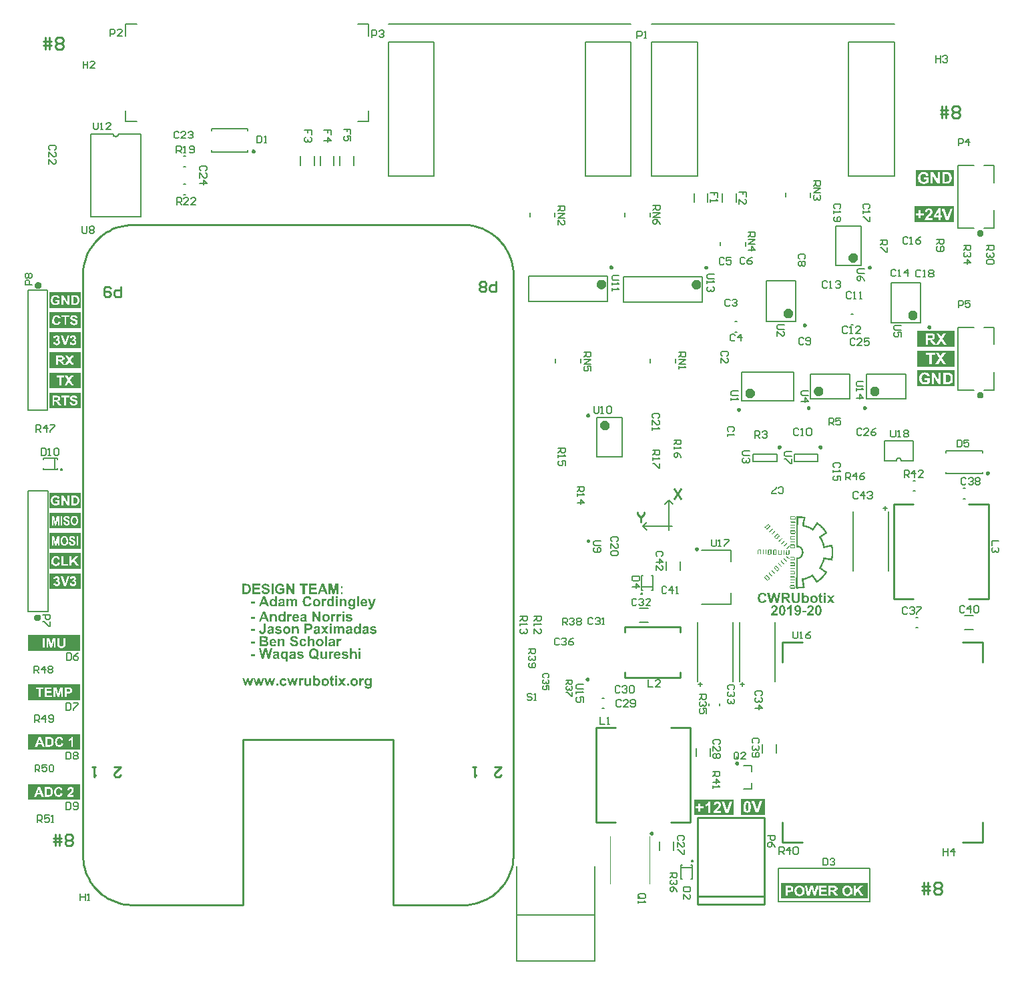
<source format=gbr>
%FSTAX23Y23*%
%MOIN*%
%SFA1B1*%

%IPPOS*%
%ADD88C,0.007874*%
%ADD89C,0.015000*%
%ADD90C,0.009842*%
%ADD91C,0.023622*%
%ADD92C,0.010000*%
%ADD93C,0.015748*%
%ADD94C,0.005000*%
%ADD95C,0.003937*%
%ADD96C,0.007000*%
%LNhardwarecontrollerpcb_legend_top-1*%
%LPD*%
G36*
X04635Y02795D02*
X04448D01*
Y02874*
X04635*
Y02795*
G37*
G36*
X00271Y01887D02*
X00114D01*
Y01966*
X00271*
Y01887*
G37*
G36*
X0463Y036D02*
X04442D01*
Y03679*
X0463*
Y036*
G37*
G36*
X00271Y01585D02*
X00114D01*
Y01663*
X00271*
Y01585*
G37*
G36*
X00271Y02688D02*
X00114D01*
Y02767*
X00271*
Y02688*
G37*
G36*
X00267Y01029D02*
X00007D01*
Y01108*
X00267*
Y01029*
G37*
G36*
X00271Y01685D02*
X00114D01*
Y01764*
X00271*
Y01685*
G37*
G36*
X00271Y02788D02*
X00114D01*
Y02867*
X00271*
Y02788*
G37*
G36*
X042Y00037D02*
X03767D01*
Y00116*
X042*
Y00037*
G37*
G36*
X00271Y02487D02*
X00114D01*
Y02566*
X00271*
Y02487*
G37*
G36*
X03531Y00454D02*
X03334D01*
Y00533*
X03531*
Y00454*
G37*
G36*
X03687Y00456D02*
X03568D01*
Y00535*
X03687*
Y00456*
G37*
G36*
X04635Y02696D02*
X04448D01*
Y02775*
X04635*
Y02696*
G37*
G36*
X01195Y01611D02*
X01196Y01611D01*
X01197Y01611*
X01198Y01611*
X01199Y01611*
X01201Y0161*
X01203Y0161*
X01204Y0161*
X01205Y01609*
X01206Y01609*
X01207Y01608*
X01208Y01607*
X01208Y01607*
X01208Y01607*
X01208Y01607*
X01209Y01607*
X01209Y01606*
X01209Y01606*
X0121Y01605*
X0121Y01604*
X01211Y01604*
X01211Y01603*
X01212Y01602*
X01212Y01601*
X01212Y016*
X01213Y01599*
X01213Y01597*
X01213Y01596*
X01203Y01596*
Y01596*
Y01596*
X01203Y01596*
X01203Y01597*
X01202Y01598*
X01202Y01599*
X01201Y016*
X01201Y01601*
X012Y01601*
X012Y01601*
X012Y01602*
X01199Y01602*
X01198Y01602*
X01198Y01602*
X01196Y01603*
X01195Y01603*
X01194Y01603*
X01193*
X01192Y01603*
X01191Y01603*
X0119Y01603*
X01189Y01602*
X01188Y01602*
X01187Y01601*
X01187Y01601*
X01186Y01601*
X01186Y01601*
X01186Y016*
X01186Y016*
X01185Y01599*
X01185Y01599*
X01185Y01598*
Y01598*
Y01598*
X01185Y01597*
X01185Y01597*
X01185Y01596*
X01186Y01596*
X01186Y01595*
X01187Y01595*
X01187Y01595*
X01187Y01595*
X01187Y01595*
X01188Y01594*
X01188Y01594*
X01188Y01594*
X01189Y01594*
X0119Y01593*
X01191Y01593*
X01191Y01593*
X01192Y01593*
X01193Y01592*
X01195Y01592*
X01196Y01592*
X01196*
X01196Y01592*
X01197Y01591*
X01197Y01591*
X01198Y01591*
X01198Y01591*
X01199Y01591*
X012Y0159*
X01202Y0159*
X01204Y01589*
X01205Y01589*
X01206Y01588*
X01207Y01588*
X01207*
X01207Y01588*
X01207Y01588*
X01208Y01587*
X01209Y01587*
X0121Y01586*
X01211Y01585*
X01212Y01584*
X01212Y01583*
X01213Y01583*
X01213Y01582*
X01213Y01582*
X01213Y01581*
X01214Y01579*
X01214Y01578*
X01214Y01576*
X01214Y01575*
Y01575*
Y01575*
Y01574*
Y01574*
X01214Y01574*
X01214Y01573*
X01214Y01572*
X01214Y01571*
X01213Y01569*
X01213Y01568*
X01212Y01567*
Y01567*
X01212Y01566*
X01212Y01566*
X01211Y01565*
X0121Y01564*
X01209Y01564*
X01208Y01563*
X01207Y01562*
X01205Y01561*
X01205*
X01205Y01561*
X01205Y01561*
X01204Y01561*
X01204Y01561*
X01203Y0156*
X01203Y0156*
X01202Y0156*
X01201Y0156*
X01201Y0156*
X01199Y01559*
X01197Y01559*
X01194Y01559*
X01193*
X01193Y01559*
X01192Y01559*
X01191Y01559*
X0119Y0156*
X01189Y0156*
X01186Y0156*
X01185Y01561*
X01184Y01561*
X01183Y01561*
X01182Y01562*
X01181Y01563*
X01179Y01564*
X01179Y01564*
X01179Y01564*
X01179Y01564*
X01179Y01564*
X01178Y01565*
X01178Y01565*
X01177Y01566*
X01177Y01567*
X01176Y01568*
X01176Y01569*
X01175Y0157*
X01175Y01571*
X01174Y01572*
X01174Y01574*
X01174Y01575*
X01173Y01576*
X01183Y01577*
Y01577*
X01183Y01577*
Y01577*
X01184Y01577*
X01184Y01576*
X01184Y01575*
X01185Y01573*
X01185Y01572*
X01186Y01571*
X01187Y0157*
X01187Y0157*
X01187Y0157*
X01188Y01569*
X01189Y01569*
X0119Y01568*
X01191Y01568*
X01193Y01568*
X01194Y01568*
X01195*
X01196Y01568*
X01197Y01568*
X01198Y01568*
X012Y01569*
X01201Y01569*
X01202Y0157*
X01202Y0157*
X01202Y0157*
X01203Y01571*
X01203Y01571*
X01203Y01572*
X01204Y01573*
X01204Y01574*
X01204Y01575*
Y01575*
Y01575*
X01204Y01575*
X01204Y01576*
X01204Y01576*
X01204Y01577*
X01204Y01577*
X01203Y01578*
X01203Y01578*
X01203Y01578*
X01203Y01578*
X01202Y01578*
X01202Y01579*
X01201Y01579*
X012Y0158*
X012Y0158*
X01199*
X01199Y0158*
X01199Y0158*
X01198Y0158*
X01198Y0158*
X01197Y01581*
X01197Y01581*
X01196Y01581*
X01195Y01581*
X01195Y01581*
X01194Y01582*
X01193Y01582*
X01191Y01582*
X01191*
X01191Y01582*
X01191Y01582*
X0119Y01583*
X01189Y01583*
X01189Y01583*
X01188Y01583*
X01187Y01584*
X01185Y01584*
X01183Y01585*
X01182Y01586*
X01181Y01586*
X01181Y01587*
X0118Y01587*
X0118Y01587*
X0118Y01587*
X01179Y01588*
X01179Y01588*
X01179Y01588*
X01178Y01589*
X01178Y01589*
X01178Y0159*
X01177Y01592*
X01176Y01593*
X01176Y01594*
X01176Y01595*
X01175Y01596*
X01175Y01597*
Y01597*
Y01597*
Y01598*
Y01598*
X01175Y01599*
X01176Y016*
X01176Y01601*
X01176Y01602*
X01177Y01603*
X01177Y01605*
Y01605*
X01178Y01605*
X01178Y01605*
X01178Y01606*
X01179Y01606*
X0118Y01607*
X01181Y01608*
X01182Y01609*
X01184Y0161*
X01184*
X01184Y0161*
X01184Y0161*
X01184Y0161*
X01185Y0161*
X01185Y0161*
X01186Y0161*
X01187Y01611*
X01188Y01611*
X0119Y01611*
X01192Y01611*
X01194Y01611*
X01195*
X01195Y01611*
G37*
G36*
X01267D02*
X01268Y01611D01*
X01269Y01611*
X0127Y01611*
X01271Y01611*
X01274Y01611*
X01276Y0161*
X01277Y01609*
X01278Y01609*
X0128Y01608*
X01281Y01608*
X01281Y01607*
X01281Y01607*
X01281Y01607*
X01281Y01607*
X01282Y01606*
X01282Y01606*
X01283Y01605*
X01283Y01605*
X01284Y01604*
X01285Y01603*
X01285Y01602*
X01286Y01601*
X01286Y016*
X01287Y01599*
X01287Y01598*
X01287Y01597*
X01277Y01595*
Y01595*
X01277Y01595*
X01277Y01595*
X01277Y01596*
X01276Y01597*
X01276Y01598*
X01275Y01599*
X01274Y016*
X01273Y01601*
X01273Y01601*
X01273Y01601*
X01272Y01601*
X01271Y01602*
X0127Y01602*
X01269Y01602*
X01268Y01603*
X01266Y01603*
X01265*
X01265Y01603*
X01264Y01603*
X01264Y01603*
X01263Y01602*
X01262Y01602*
X0126Y01602*
X0126Y01601*
X01259Y01601*
X01258Y016*
X01257Y016*
X01256Y01599*
X01255Y01599*
X01255Y01598*
X01255Y01598*
X01255Y01598*
X01255Y01598*
X01254Y01597*
X01254Y01597*
X01254Y01596*
X01253Y01595*
X01253Y01595*
X01253Y01594*
X01252Y01593*
X01252Y01591*
X01252Y0159*
X01252Y01589*
X01252Y01587*
X01251Y01586*
Y01586*
Y01586*
Y01585*
X01252Y01584*
X01252Y01584*
X01252Y01583*
X01252Y01582*
X01252Y01581*
X01252Y01579*
X01253Y01576*
X01254Y01575*
X01254Y01574*
X01255Y01573*
X01255Y01572*
X01255Y01572*
X01256Y01572*
X01256Y01572*
X01256Y01572*
X01257Y01571*
X01257Y01571*
X01258Y01571*
X01258Y0157*
X01259Y0157*
X0126Y01569*
X01262Y01569*
X01263Y01568*
X01264Y01568*
X01265Y01568*
X01266Y01568*
X01266*
X01267Y01568*
X01268Y01568*
X01269Y01568*
X0127Y01568*
X01271Y01569*
X01272Y01569*
X01272*
X01272Y01569*
X01273Y01569*
X01273Y0157*
X01274Y0157*
X01275Y0157*
X01276Y01571*
X01277Y01571*
X01278Y01572*
Y01579*
X01266*
Y01587*
X01288*
Y01567*
X01288Y01567*
X01288Y01567*
X01288Y01566*
X01287Y01566*
X01287Y01566*
X01286Y01565*
X01284Y01564*
X01283Y01563*
X01281Y01562*
X01279Y01561*
X01279*
X01278Y01561*
X01278Y01561*
X01278Y01561*
X01277Y01561*
X01277Y01561*
X01276Y01561*
X01275Y0156*
X01273Y0156*
X01271Y0156*
X01269Y01559*
X01267Y01559*
X01266*
X01265Y01559*
X01265*
X01264Y01559*
X01263Y01559*
X01262Y0156*
X0126Y0156*
X01257Y01561*
X01255Y01561*
X01254Y01562*
X01253Y01562*
X01253Y01563*
X01252Y01563*
X01252Y01563*
X01252Y01563*
X01251Y01563*
X01251Y01564*
X0125Y01564*
X01249Y01565*
X01248Y01566*
X01246Y01568*
X01245Y0157*
X01244Y01572*
Y01572*
X01244Y01572*
X01244Y01573*
X01243Y01573*
X01243Y01574*
X01243Y01574*
X01243Y01575*
X01242Y01576*
X01242Y01577*
X01242Y01578*
X01241Y0158*
X01241Y01583*
X01241Y01585*
Y01586*
Y01586*
Y01586*
X01241Y01587*
Y01588*
X01241Y01588*
X01241Y01589*
X01241Y0159*
X01242Y01592*
X01242Y01595*
X01243Y01597*
X01244Y01598*
X01244Y01599*
X01244Y016*
X01244Y016*
X01245Y016*
X01245Y016*
X01245Y01601*
X01246Y01602*
X01246Y01602*
X01247Y01603*
X01247Y01604*
X01248Y01604*
X01249Y01605*
X0125Y01606*
X01251Y01607*
X01252Y01608*
X01254Y01609*
X01254*
X01254Y01609*
X01254Y01609*
X01255Y01609*
X01255Y0161*
X01256Y0161*
X01256Y0161*
X01257Y0161*
X01258Y0161*
X01259Y01611*
X0126Y01611*
X01261Y01611*
X01263Y01611*
X01266Y01611*
X01267*
X01267Y01611*
G37*
G36*
X01579Y01587D02*
X0157D01*
Y01597*
X01579*
Y01587*
G37*
G36*
X01338Y0156D02*
X01327D01*
X01307Y01593*
Y0156*
X01298*
Y01611*
X01307*
X01328Y01577*
Y01611*
X01338*
Y0156*
G37*
G36*
X01557D02*
X01548D01*
X01548Y016*
X01538Y0156*
X01528*
X01518Y016*
Y0156*
X01509*
Y01611*
X01524*
X01533Y01576*
X01542Y01611*
X01557*
Y0156*
G37*
G36*
X01579D02*
X0157D01*
Y0157*
X01579*
Y0156*
G37*
G36*
X01504D02*
X01493D01*
X01488Y01572*
X01468*
X01464Y0156*
X01453*
X01473Y01611*
X01483*
X01504Y0156*
G37*
G36*
X01449Y01602D02*
X01421D01*
Y01591*
X01447*
Y01582*
X01421*
Y01569*
X0145*
Y0156*
X01411*
Y01611*
X01449*
Y01602*
G37*
G36*
X01405D02*
X0139D01*
Y0156*
X01379*
Y01602*
X01365*
Y01611*
X01405*
Y01602*
G37*
G36*
X01233Y0156D02*
X01223D01*
Y01611*
X01233*
Y0156*
G37*
G36*
X01167Y01602D02*
X01139D01*
Y01591*
X01165*
Y01582*
X01139*
Y01569*
X01167*
Y0156*
X01129*
Y01611*
X01167*
Y01602*
G37*
G36*
X01099Y0161D02*
X011Y0161D01*
X01102Y0161*
X01103Y0161*
X01105Y0161*
X01106Y0161*
X01106*
X01107Y01609*
X01107Y01609*
X01107Y01609*
X01108Y01609*
X01109Y01608*
X0111Y01608*
X01111Y01607*
X01113Y01606*
X01114Y01605*
X01114*
X01114Y01605*
X01114Y01604*
X01115Y01604*
X01116Y01603*
X01117Y01601*
X01117Y016*
X01118Y01598*
X01119Y01597*
Y01597*
X01119Y01596*
X01119Y01596*
X01119Y01596*
X01119Y01595*
X01119Y01595*
X01119Y01594*
X0112Y01593*
X0112Y01593*
X0112Y01592*
X0112Y01591*
X0112Y0159*
X0112Y01587*
X0112Y01585*
Y01585*
Y01585*
Y01584*
Y01584*
X0112Y01583*
Y01583*
X0112Y01582*
X0112Y01581*
X0112Y01579*
X0112Y01578*
X01119Y01576*
X01119Y01574*
Y01574*
X01119Y01574*
X01119Y01574*
X01118Y01573*
X01118Y01573*
X01118Y01572*
X01117Y01571*
X01117Y0157*
X01116Y01568*
X01115Y01567*
X01113Y01565*
X01113Y01565*
X01113Y01565*
X01112Y01564*
X01112Y01564*
X01111Y01563*
X01109Y01562*
X01108Y01562*
X01106Y01561*
X01106*
X01106Y01561*
X01106*
X01106Y01561*
X01105Y01561*
X01104Y01561*
X01103Y0156*
X01101Y0156*
X01099Y0156*
X01097Y0156*
X01078*
Y01611*
X01098*
X01099Y0161*
G37*
G36*
X01555Y01539D02*
X01546D01*
Y01548*
X01555*
Y01539*
G37*
G36*
X01404Y01549D02*
X01405Y01549D01*
X01406Y01549*
X01407Y01549*
X01408Y01548*
X01409Y01548*
X01411Y01548*
X01412Y01547*
X01413Y01547*
X01414Y01546*
X01416Y01545*
X01417Y01545*
X01418Y01544*
X01418*
X01418Y01543*
X01418Y01543*
X01419Y01543*
X01419Y01543*
X01419Y01542*
X0142Y01541*
X01421Y0154*
X01422Y01538*
X01422Y01536*
X01423Y01534*
X01413Y01532*
Y01532*
X01413Y01532*
Y01532*
X01413Y01533*
X01413Y01533*
X01412Y01534*
X01412Y01535*
X01411Y01536*
X0141Y01537*
X01409Y01538*
X01409Y01538*
X01409Y01538*
X01408Y01539*
X01407Y01539*
X01406Y0154*
X01405Y0154*
X01404Y0154*
X01402Y0154*
X01402*
X01401Y0154*
X01401Y0154*
X014Y0154*
X01399Y0154*
X01398Y01539*
X01396Y01539*
X01395Y01538*
X01395Y01538*
X01394Y01537*
X01393Y01536*
Y01536*
X01393Y01536*
X01393Y01536*
X01393Y01535*
X01393Y01535*
X01392Y01535*
X01392Y01534*
X01392Y01533*
X01391Y01532*
X01391Y01531*
X01391Y0153*
X0139Y01529*
X0139Y01528*
X0139Y01526*
X0139Y01525*
X0139Y01523*
Y01523*
Y01523*
Y01522*
X0139Y01522*
Y01521*
X0139Y0152*
X0139Y01519*
X0139Y01518*
X01391Y01516*
X01391Y01513*
X01392Y01512*
X01392Y01511*
X01393Y0151*
X01393Y01509*
X01393Y01509*
X01393Y01509*
X01394Y01509*
X01394Y01509*
X01395Y01508*
X01396Y01508*
X01397Y01507*
X01398Y01506*
X014Y01506*
X01401Y01506*
X01402Y01505*
X01403*
X01403Y01506*
X01404Y01506*
X01405Y01506*
X01406Y01506*
X01407Y01507*
X01408Y01507*
X01409Y01508*
X01409Y01508*
X0141Y01509*
X0141Y01509*
X01411Y0151*
X01411Y01511*
X01412Y01513*
X01413Y01514*
X01413Y01516*
X01423Y01513*
Y01513*
X01423Y01513*
X01423Y01512*
X01423Y01512*
X01423Y01511*
X01422Y0151*
X01422Y01509*
X01421Y01508*
X0142Y01506*
X01419Y01504*
X01418Y01502*
X01417Y01502*
X01416Y01501*
X01416Y01501*
X01415Y01501*
X01415Y015*
X01415Y015*
X01414Y015*
X01414Y015*
X01413Y01499*
X01412Y01499*
X01411Y01498*
X0141Y01498*
X01409Y01498*
X01408Y01497*
X01407Y01497*
X01405Y01497*
X01404Y01497*
X01402Y01497*
X01402*
X01401Y01497*
X01401Y01497*
X014Y01497*
X01399Y01497*
X01398Y01497*
X01396Y01498*
X01395Y01498*
X01394Y01498*
X01393Y01499*
X01391Y015*
X0139Y015*
X01388Y01501*
X01387Y01502*
X01386Y01504*
X01386Y01504*
X01386Y01504*
X01385Y01504*
X01385Y01505*
X01384Y01506*
X01384Y01506*
X01383Y01507*
X01383Y01509*
X01382Y0151*
X01381Y01511*
X01381Y01513*
X0138Y01515*
X0138Y01516*
X0138Y01518*
X01379Y0152*
X01379Y01522*
Y01523*
Y01523*
Y01523*
X01379Y01524*
Y01525*
X0138Y01526*
X0138Y01527*
X0138Y01528*
X0138Y0153*
X01381Y01531*
X01381Y01533*
X01382Y01534*
X01382Y01536*
X01383Y01538*
X01384Y01539*
X01385Y01541*
X01386Y01542*
X01386Y01542*
X01386Y01542*
X01387Y01543*
X01387Y01543*
X01388Y01544*
X01389Y01544*
X01389Y01545*
X0139Y01546*
X01392Y01546*
X01393Y01547*
X01394Y01547*
X01396Y01548*
X01397Y01548*
X01399Y01549*
X01401Y01549*
X01403Y01549*
X01404*
X01404Y01549*
G37*
G36*
X01536Y01498D02*
X01527D01*
Y01503*
X01527Y01503*
X01527Y01502*
X01526Y01502*
X01526Y01501*
X01525Y01501*
X01524Y015*
X01523Y01499*
X01522Y01498*
X01522Y01498*
X01521Y01498*
X01521Y01498*
X0152Y01498*
X01519Y01497*
X01518Y01497*
X01517Y01497*
X01516Y01497*
X01515*
X01515Y01497*
X01514Y01497*
X01513Y01497*
X01513Y01497*
X01512Y01498*
X01511Y01498*
X0151Y01498*
X01509Y01498*
X01508Y01499*
X01507Y015*
X01507Y015*
X01506Y01501*
X01505Y01502*
X01505Y01502*
X01505Y01502*
X01504Y01502*
X01504Y01503*
X01504Y01503*
X01503Y01504*
X01503Y01505*
X01503Y01506*
X01502Y01507*
X01502Y01508*
X01501Y01509*
X01501Y0151*
X01501Y01511*
X01501Y01513*
X015Y01514*
X015Y01516*
Y01516*
Y01516*
Y01517*
X015Y01518*
X015Y01518*
X01501Y01519*
X01501Y0152*
X01501Y01521*
X01501Y01524*
X01502Y01525*
X01502Y01526*
X01503Y01527*
X01503Y01528*
X01504Y01529*
X01505Y0153*
X01505Y0153*
X01505Y0153*
X01505Y01531*
X01505Y01531*
X01506Y01531*
X01506Y01532*
X01507Y01532*
X01508Y01533*
X01508Y01533*
X01509Y01534*
X01511Y01534*
X01512Y01535*
X01513Y01535*
X01514Y01535*
X01516Y01535*
X01516*
X01517Y01535*
X01517Y01535*
X01518Y01535*
X01519Y01535*
X01519Y01534*
X0152Y01534*
X01521Y01534*
X01522Y01533*
X01523Y01533*
X01524Y01532*
X01525Y01532*
X01525Y01531*
X01526Y0153*
Y01548*
X01536*
Y01498*
G37*
G36*
X0125D02*
X01241D01*
Y01503*
X01241Y01503*
X01241Y01502*
X0124Y01502*
X0124Y01501*
X01239Y01501*
X01238Y015*
X01237Y01499*
X01236Y01498*
X01236Y01498*
X01235Y01498*
X01235Y01498*
X01234Y01498*
X01233Y01497*
X01232Y01497*
X01231Y01497*
X0123Y01497*
X01229*
X01229Y01497*
X01228Y01497*
X01227Y01497*
X01227Y01497*
X01226Y01498*
X01225Y01498*
X01224Y01498*
X01223Y01498*
X01222Y01499*
X01221Y015*
X01221Y015*
X0122Y01501*
X01219Y01502*
X01219Y01502*
X01219Y01502*
X01218Y01502*
X01218Y01503*
X01218Y01503*
X01217Y01504*
X01217Y01505*
X01217Y01506*
X01216Y01507*
X01216Y01508*
X01215Y01509*
X01215Y0151*
X01215Y01511*
X01215Y01513*
X01214Y01514*
X01214Y01516*
Y01516*
Y01516*
Y01517*
X01214Y01518*
X01214Y01518*
X01215Y01519*
X01215Y0152*
X01215Y01521*
X01215Y01524*
X01216Y01525*
X01216Y01526*
X01217Y01527*
X01217Y01528*
X01218Y01529*
X01219Y0153*
X01219Y0153*
X01219Y0153*
X01219Y01531*
X01219Y01531*
X0122Y01531*
X0122Y01532*
X01221Y01532*
X01222Y01533*
X01222Y01533*
X01223Y01534*
X01225Y01534*
X01226Y01535*
X01227Y01535*
X01228Y01535*
X0123Y01535*
X0123*
X01231Y01535*
X01231Y01535*
X01232Y01535*
X01233Y01535*
X01233Y01534*
X01234Y01534*
X01235Y01534*
X01236Y01533*
X01237Y01533*
X01238Y01532*
X01239Y01532*
X01239Y01531*
X0124Y0153*
Y01548*
X0125*
Y01498*
G37*
G36*
X01341Y01535D02*
X01342Y01535D01*
X01343Y01535*
X01344Y01534*
X01346Y01534*
X01347Y01533*
X01347Y01533*
X01347Y01533*
X01348Y01533*
X01348Y01532*
X01349Y01531*
X0135Y01531*
X0135Y0153*
X01351Y01529*
X01351Y01529*
X01351Y01528*
X01351Y01528*
X01351Y01527*
X01352Y01526*
X01352Y01524*
X01352Y01523*
X01352Y01521*
Y01498*
X01342*
Y01519*
Y01519*
Y01519*
Y01519*
Y01519*
X01342Y0152*
X01342Y01521*
X01342Y01523*
X01342Y01524*
X01342Y01525*
X01341Y01525*
X01341Y01526*
X01341Y01526*
X01341Y01526*
X01341Y01526*
X0134Y01527*
X0134Y01527*
X01339Y01527*
X01338Y01528*
X01337Y01528*
X01337*
X01336Y01528*
X01336Y01527*
X01335Y01527*
X01335Y01527*
X01334Y01527*
X01333Y01526*
X01333Y01526*
X01333Y01526*
X01333Y01526*
X01332Y01525*
X01332Y01525*
X01331Y01524*
X01331Y01524*
X01331Y01523*
Y01523*
X0133Y01522*
X0133Y01522*
X0133Y01521*
X0133Y0152*
X0133Y01519*
X0133Y01517*
Y01515*
Y01498*
X0132*
Y01518*
Y01518*
Y01518*
Y01518*
Y01519*
Y01519*
X0132Y0152*
X0132Y01522*
X0132Y01523*
X0132Y01524*
X0132Y01524*
X0132Y01524*
Y01525*
X0132Y01525*
X01319Y01525*
X01319Y01525*
X01319Y01526*
X01318Y01527*
X01318Y01527*
X01318Y01527*
X01318Y01527*
X01318Y01527*
X01317Y01527*
X01317Y01527*
X01316Y01527*
X01316Y01528*
X01315*
X01314Y01528*
X01314Y01527*
X01313Y01527*
X01312Y01527*
X01312Y01527*
X01311Y01526*
X01311Y01526*
X01311Y01526*
X01311Y01526*
X0131Y01526*
X0131Y01525*
X01309Y01524*
X01309Y01524*
X01309Y01523*
Y01523*
X01308Y01522*
X01308Y01522*
X01308Y01521*
X01308Y0152*
X01308Y01519*
X01308Y01517*
Y01515*
Y01498*
X01298*
Y01534*
X01307*
Y01529*
X01307Y01529*
X01307Y01529*
X01308Y0153*
X01308Y0153*
X01308Y01531*
X01309Y01531*
X01309Y01532*
X0131Y01532*
X01311Y01533*
X01312Y01533*
X01314Y01534*
X01315Y01535*
X01316Y01535*
X01317Y01535*
X01318Y01535*
X01319*
X0132Y01535*
X0132Y01535*
X01321Y01535*
X01322Y01534*
X01323Y01534*
X01324Y01534*
X01325Y01534*
X01325Y01533*
X01325Y01533*
X01326Y01533*
X01327Y01532*
X01327Y01531*
X01328Y0153*
X01329Y01529*
X01329Y01529*
X01329Y0153*
X0133Y0153*
X0133Y01531*
X01331Y01532*
X01332Y01532*
X01333Y01533*
X01334Y01534*
X01334Y01534*
X01334Y01534*
X01335Y01534*
X01336Y01534*
X01337Y01535*
X01338Y01535*
X01339Y01535*
X0134Y01535*
X01341*
X01341Y01535*
G37*
G36*
X01493D02*
X01494Y01535D01*
X01495Y01535*
X01496Y01534*
X01497Y01534*
X01498Y01533*
X01495Y01525*
X01495Y01525*
X01495Y01525*
X01494Y01525*
X01494Y01526*
X01493Y01526*
X01492Y01526*
X01492Y01526*
X01491Y01526*
X0149*
X0149Y01526*
X0149Y01526*
X01489Y01526*
X01488Y01526*
X01488Y01526*
X01487Y01525*
X01487Y01525*
X01487Y01525*
X01487Y01525*
X01486Y01524*
X01486Y01524*
X01486Y01523*
X01485Y01522*
X01485Y01521*
Y01521*
X01485Y01521*
X01485Y01521*
Y0152*
X01485Y0152*
X01485Y01519*
X01485Y01519*
X01485Y01518*
X01485Y01517*
X01485Y01516*
Y01515*
X01484Y01513*
X01484Y01512*
Y01511*
Y01509*
Y01498*
X01475*
Y01534*
X01484*
Y01529*
X01484Y01529*
X01484Y0153*
X01484Y0153*
X01485Y01531*
X01486Y01532*
X01486Y01533*
X01487Y01533*
X01488Y01534*
X01488Y01534*
X01488Y01534*
X01488Y01534*
X01489Y01534*
X0149Y01535*
X0149Y01535*
X01491Y01535*
X01492Y01535*
X01492*
X01493Y01535*
G37*
G36*
X01587D02*
X01588Y01535D01*
X01589Y01535*
X0159Y01535*
X01591Y01534*
X01592Y01534*
X01592Y01534*
X01592Y01534*
X01593Y01533*
X01593Y01533*
X01594Y01533*
X01595Y01532*
X01595Y01532*
X01596Y01531*
X01596Y01531*
X01596Y01531*
X01596Y0153*
X01597Y0153*
X01597Y01529*
X01597Y01528*
X01598Y01528*
X01598Y01527*
Y01527*
X01598Y01526*
X01598Y01526*
X01598Y01525*
X01598Y01524*
X01598Y01523*
X01598Y01522*
Y0152*
Y01498*
X01589*
Y01516*
Y01516*
Y01517*
Y01517*
Y01517*
Y01518*
Y01518*
X01589Y01519*
X01589Y01521*
X01588Y01522*
X01588Y01523*
X01588Y01524*
X01588Y01524*
Y01524*
X01588Y01524*
X01588Y01524*
X01588Y01525*
X01587Y01526*
X01587Y01526*
X01586Y01527*
X01586Y01527*
X01586Y01527*
X01586Y01527*
X01585Y01527*
X01585Y01527*
X01584Y01527*
X01583Y01528*
X01583Y01528*
X01582*
X01582Y01528*
X01581Y01527*
X01581Y01527*
X0158Y01527*
X01579Y01527*
X01578Y01526*
X01578Y01526*
X01578Y01526*
X01578Y01526*
X01577Y01525*
X01577Y01525*
X01576Y01524*
X01576Y01523*
X01575Y01523*
Y01522*
X01575Y01522*
X01575Y01522*
X01575Y01521*
X01575Y0152*
X01575Y01519*
X01575Y01519*
Y01518*
X01575Y01517*
X01575Y01516*
Y01515*
Y01514*
Y01498*
X01565*
Y01534*
X01574*
Y01529*
X01574Y01529*
X01574Y01529*
X01575Y01529*
X01575Y0153*
X01575Y0153*
X01576Y01531*
X01577Y01531*
X01577Y01532*
X01578Y01533*
X01579Y01533*
X0158Y01534*
X01581Y01534*
X01582Y01534*
X01583Y01535*
X01585Y01535*
X01586Y01535*
X01587*
X01587Y01535*
G37*
G36*
X0114Y01511D02*
X01121D01*
Y01521*
X0114*
Y01511*
G37*
G36*
X0173Y01499D02*
X01728Y01493D01*
X01728Y01493*
X01728Y01492*
X01727Y01492*
X01727Y01491*
X01727Y0149*
X01726Y01489*
X01726Y01489*
X01725Y01488*
X01725Y01488*
X01725Y01488*
X01725Y01487*
X01725Y01487*
X01724Y01486*
X01723Y01485*
X01723Y01485*
X01723Y01485*
X01722Y01485*
X01722Y01484*
X01721Y01484*
X01721Y01484*
X0172Y01484*
X01719Y01483*
X01719*
X01719Y01483*
X01718Y01483*
X01718Y01483*
X01717Y01483*
X01716Y01483*
X01715Y01483*
X01714*
X01713Y01483*
X01713*
X01712Y01483*
X01711Y01483*
X01709Y01483*
X01708Y01491*
X01708*
X01708Y01491*
X01709Y01491*
X01709Y01491*
X0171Y01491*
X01711Y01491*
X01712Y01491*
X01713*
X01713Y01491*
X01714Y01491*
X01715Y01491*
X01716Y01491*
X01716Y01492*
X01717Y01493*
X01717Y01493*
X01717Y01493*
X01718Y01493*
X01718Y01494*
X01718Y01495*
X01719Y01496*
X01719Y01496*
X01719Y01498*
X01706Y01534*
X01716*
X01725Y01508*
X01733Y01534*
X01743*
X0173Y01499*
G37*
G36*
X01661Y01498D02*
X01651D01*
Y01548*
X01661*
Y01498*
G37*
G36*
X01555D02*
X01546D01*
Y01534*
X01555*
Y01498*
G37*
G36*
X01275Y01535D02*
X01276D01*
X01277Y01535*
X01279Y01535*
X01281Y01534*
X01282Y01534*
X01283Y01534*
X01283Y01533*
X01284*
X01284Y01533*
X01284Y01533*
X01285Y01533*
X01285Y01532*
X01286Y01532*
X01287Y01531*
X01287Y0153*
X01288Y0153*
X01288Y01529*
X01288Y01529*
X01288Y01529*
X01288Y01528*
X01289Y01528*
X01289Y01527*
X01289Y01526*
X01289Y01526*
X01289Y01525*
X01289Y01524*
X01289Y01523*
X01289Y01522*
Y01521*
X01289Y0151*
Y0151*
Y01509*
Y01509*
Y01509*
Y01508*
X01289Y01507*
Y01506*
X01289Y01505*
X01289Y01503*
X0129Y01502*
Y01502*
X0129Y01502*
X0129Y01502*
X0129Y01501*
X0129Y015*
X01291Y01499*
X01291Y01499*
X01291Y01498*
X01282*
Y01498*
X01282Y01498*
X01282Y01498*
X01281Y01498*
X01281Y01499*
X01281Y01499*
X01281Y015*
X01281Y01501*
Y01501*
X01281Y01501*
X01281Y01501*
X01281Y01501*
X0128Y01502*
X0128Y01502*
X0128Y01501*
X0128Y01501*
X01279Y015*
X01278Y015*
X01277Y01499*
X01276Y01499*
X01275Y01498*
X01275Y01498*
X01275Y01498*
X01274Y01498*
X01273Y01497*
X01272Y01497*
X01271Y01497*
X0127Y01497*
X01269Y01497*
X01269*
X01268Y01497*
X01268*
X01267Y01497*
X01266Y01497*
X01264Y01498*
X01263Y01498*
X01262Y01499*
X0126Y015*
Y015*
X0126Y015*
X0126Y015*
X01259Y01501*
X01259Y01502*
X01258Y01503*
X01258Y01504*
X01257Y01506*
X01257Y01507*
X01257Y01508*
Y01508*
Y01508*
X01257Y01509*
X01257Y01509*
X01257Y0151*
X01258Y01511*
X01258Y01512*
X01258Y01513*
X01259Y01513*
X01259Y01513*
X01259Y01514*
X0126Y01514*
X0126Y01515*
X01261Y01516*
X01262Y01516*
X01263Y01517*
X01263Y01517*
X01263Y01517*
X01264Y01517*
X01265Y01518*
X01266Y01518*
X01267Y01518*
X01269Y01519*
X0127Y01519*
X0127*
X01271Y01519*
X01271Y01519*
X01271Y01519*
X01272Y01519*
X01273Y01519*
X01274Y0152*
X01276Y0152*
X01277Y01521*
X01279Y01521*
X01279Y01521*
X0128Y01521*
Y01522*
Y01523*
Y01523*
X0128Y01523*
X0128Y01524*
X01279Y01525*
X01279Y01525*
X01279Y01526*
X01278Y01526*
X01278Y01526*
X01278Y01527*
X01278Y01527*
X01277Y01527*
X01276Y01527*
X01276Y01527*
X01274Y01528*
X01273Y01528*
X01273*
X01272Y01528*
X01272Y01527*
X01271Y01527*
X0127Y01527*
X0127Y01527*
X01269Y01527*
X01269Y01526*
X01269Y01526*
X01269Y01526*
X01268Y01526*
X01268Y01525*
X01267Y01525*
X01267Y01524*
X01267Y01523*
X01258Y01525*
Y01525*
X01258Y01525*
X01258Y01525*
X01258Y01525*
X01258Y01526*
X01259Y01526*
X01259Y01528*
X0126Y01529*
X01261Y0153*
X01262Y01531*
X01263Y01532*
X01263*
X01263Y01533*
X01263Y01533*
X01264Y01533*
X01264Y01533*
X01265Y01533*
X01265Y01534*
X01266Y01534*
X01266Y01534*
X01267Y01534*
X01268Y01534*
X01269Y01535*
X0127Y01535*
X01271Y01535*
X01273Y01535*
X01275*
X01275Y01535*
G37*
G36*
X01211Y01498D02*
X012D01*
X01196Y01509*
X01175*
X01171Y01498*
X01161*
X0118Y01548*
X01191*
X01211Y01498*
G37*
G36*
X01686Y01535D02*
X01687Y01535D01*
X01688Y01535*
X01689Y01535*
X0169Y01534*
X01691Y01534*
X01692Y01534*
X01693Y01533*
X01694Y01533*
X01695Y01532*
X01696Y01531*
X01697Y01531*
X01698Y0153*
X01698Y0153*
X01698Y01529*
X01698Y01529*
X01698Y01529*
X01699Y01528*
X01699Y01527*
X017Y01526*
X017Y01526*
X017Y01524*
X01701Y01523*
X01701Y01522*
X01702Y0152*
X01702Y01519*
X01702Y01517*
X01702Y01515*
Y01513*
X01678*
Y01513*
Y01513*
Y01513*
X01678Y01512*
X01678Y01512*
X01678Y01511*
X01679Y0151*
X01679Y01508*
X0168Y01507*
X0168Y01506*
X0168Y01506*
X01681Y01506*
X01681Y01506*
X01682Y01505*
X01683Y01505*
X01684Y01504*
X01685Y01504*
X01686Y01504*
X01686*
X01687Y01504*
X01687Y01504*
X01688Y01504*
X01688Y01505*
X01689Y01505*
X0169Y01505*
X0169Y01505*
X0169Y01506*
X0169Y01506*
X01691Y01506*
X01691Y01507*
X01691Y01508*
X01692Y01508*
X01692Y01509*
X01702Y01508*
Y01508*
X01702Y01508*
X01702Y01507*
X01701Y01507*
X01701Y01506*
X01701Y01506*
X017Y01505*
X01699Y01503*
X01698Y01502*
X01697Y01501*
X01696Y015*
X01696*
X01696Y01499*
X01695Y01499*
X01695Y01499*
X01695Y01499*
X01694Y01499*
X01694Y01499*
X01693Y01498*
X01692Y01498*
X0169Y01497*
X01688Y01497*
X01686Y01497*
X01685*
X01685Y01497*
X01684*
X01684Y01497*
X01683Y01497*
X01682Y01497*
X01681Y01498*
X01679Y01498*
X01678Y01498*
X01677Y01499*
X01676Y01499*
X01675Y015*
X01674Y01501*
X01673Y01502*
X01672Y01503*
X01672Y01503*
X01672Y01503*
X01671Y01504*
X01671Y01504*
X01671Y01504*
X01671Y01505*
X0167Y01506*
X0167Y01506*
X0167Y01507*
X01669Y01508*
X01669Y01509*
X01669Y0151*
X01669Y01512*
X01668Y01513*
X01668Y01514*
X01668Y01516*
Y01516*
Y01516*
Y01517*
X01668Y01517*
X01668Y01518*
X01668Y01519*
X01669Y0152*
X01669Y01521*
X01669Y01523*
X0167Y01524*
X0167Y01526*
X01671Y01527*
X01671Y01528*
X01672Y01529*
X01673Y0153*
X01673Y0153*
X01673Y0153*
X01673Y0153*
X01674Y01531*
X01674Y01531*
X01675Y01531*
X01675Y01532*
X01676Y01533*
X01677Y01533*
X01678Y01533*
X01679Y01534*
X0168Y01534*
X01681Y01535*
X01682Y01535*
X01684Y01535*
X01685Y01535*
X01686*
X01686Y01535*
G37*
G36*
X0145D02*
X01451Y01535D01*
X01451Y01535*
X01452Y01535*
X01453Y01534*
X01454Y01534*
X01456Y01534*
X01457Y01533*
X01458Y01533*
X01459Y01532*
X0146Y01531*
X01461Y01531*
X01462Y0153*
X01462Y0153*
X01462Y01529*
X01463Y01529*
X01463Y01529*
X01463Y01528*
X01464Y01528*
X01464Y01527*
X01465Y01526*
X01465Y01525*
X01466Y01524*
X01466Y01523*
X01467Y01522*
X01467Y0152*
X01467Y01519*
X01467Y01518*
X01468Y01516*
Y01516*
Y01516*
Y01515*
X01467Y01515*
X01467Y01514*
X01467Y01513*
X01467Y01512*
X01467Y01511*
X01467Y0151*
X01466Y01509*
X01466Y01508*
X01465Y01507*
X01465Y01506*
X01464Y01504*
X01463Y01503*
X01462Y01502*
X01462Y01502*
X01462Y01502*
X01462Y01502*
X01461Y01501*
X01461Y01501*
X0146Y01501*
X01459Y015*
X01458Y015*
X01458Y01499*
X01457Y01499*
X01455Y01498*
X01454Y01498*
X01453Y01497*
X01452Y01497*
X0145Y01497*
X01449Y01497*
X01448*
X01448Y01497*
X01447*
X01447Y01497*
X01446Y01497*
X01444Y01497*
X01442Y01498*
X01441Y01498*
X01439Y01499*
X01439*
X01439Y01499*
X01439Y01499*
X01438Y015*
X01437Y015*
X01436Y01501*
X01435Y01502*
X01434Y01503*
X01433Y01504*
X01432Y01506*
Y01506*
X01432Y01506*
X01432Y01506*
X01432Y01507*
X01432Y01507*
X01431Y01508*
X01431Y01508*
X01431Y01509*
X01431Y01509*
X0143Y0151*
X0143Y01512*
X0143Y01514*
X0143Y01516*
Y01517*
Y01517*
Y01517*
X0143Y01517*
Y01518*
X0143Y01518*
X0143Y01519*
X0143Y01521*
X01431Y01522*
X01431Y01524*
X01432Y01526*
Y01526*
X01432Y01526*
X01432Y01526*
X01433Y01526*
X01433Y01527*
X01434Y01528*
X01435Y01529*
X01436Y01531*
X01437Y01532*
X01439Y01533*
X01439*
X01439Y01533*
X01439Y01533*
X0144Y01533*
X0144Y01533*
X0144Y01533*
X01441Y01534*
X01442Y01534*
X01443Y01534*
X01445Y01535*
X01447Y01535*
X01449Y01535*
X01449*
X0145Y01535*
G37*
G36*
X01622D02*
X01623D01*
X01623Y01535*
X01624Y01535*
X01625Y01535*
X01625Y01534*
X01626Y01534*
X01627Y01534*
X01628Y01533*
X01629Y01533*
X0163Y01532*
X01631Y01531*
X01632Y0153*
X01633Y01529*
Y01534*
X01642*
Y01501*
Y01501*
Y01501*
Y01501*
Y015*
Y015*
X01642Y01499*
X01642Y01498*
X01641Y01496*
X01641Y01495*
X01641Y01493*
X01641Y01492*
X01641Y01492*
X01641Y01492*
X0164Y01491*
X0164Y01491*
X0164Y0149*
X01639Y01489*
X01639Y01488*
X01638Y01487*
X01638Y01487*
X01638Y01487*
X01637Y01486*
X01637Y01486*
X01636Y01486*
X01636Y01485*
X01635Y01485*
X01634Y01484*
X01632Y01484*
X01632Y01484*
X01632Y01484*
X01631Y01484*
X0163Y01483*
X01629Y01483*
X01628Y01483*
X01626Y01483*
X01624Y01483*
X01623*
X01623Y01483*
X01622*
X01621Y01483*
X0162Y01483*
X01619Y01483*
X01617Y01484*
X01615Y01484*
X01614Y01485*
X01613Y01485*
X01612Y01485*
X01611Y01486*
X01611Y01486*
X01611Y01486*
X01611Y01487*
X0161Y01487*
X01609Y01488*
X01609Y01489*
X01608Y01491*
X01607Y01492*
X01607Y01493*
X01607Y01494*
Y01494*
Y01494*
Y01495*
X01607Y01495*
X01618Y01494*
Y01494*
X01619Y01494*
X01619Y01493*
X01619Y01493*
X01619Y01492*
X01619Y01492*
X0162Y01491*
X0162Y01491*
X0162Y01491*
X0162Y01491*
X01621Y01491*
X01621Y01491*
X01622Y0149*
X01623Y0149*
X01624Y0149*
X01625*
X01625Y0149*
X01626Y0149*
X01627Y01491*
X01628Y01491*
X01629Y01491*
X0163Y01491*
X0163Y01491*
X0163Y01492*
X0163Y01492*
X0163Y01492*
X01631Y01492*
X01631Y01493*
X01631Y01493*
X01632Y01494*
Y01494*
X01632Y01494*
X01632Y01494*
X01632Y01495*
X01632Y01495*
X01632Y01496*
X01632Y01497*
Y01498*
Y01504*
X01632Y01503*
X01632Y01503*
X01632Y01503*
X01631Y01503*
X01631Y01502*
X0163Y01502*
X0163Y01501*
X01629Y01501*
X01628Y015*
X01627Y015*
X01626Y01499*
X01625Y01498*
X01624Y01498*
X01622Y01498*
X01621Y01498*
X01621*
X0162Y01498*
X0162*
X01619Y01498*
X01619Y01498*
X01618Y01498*
X01617Y01498*
X01616Y01499*
X01615Y01499*
X01614Y015*
X01613Y015*
X01612Y01501*
X01611Y01502*
X0161Y01503*
X01609Y01504*
Y01504*
X01609Y01504*
X01609Y01504*
X01609Y01505*
X01609Y01505*
X01608Y01506*
X01608Y01506*
X01608Y01507*
X01607Y01508*
X01607Y01509*
X01607Y0151*
X01607Y01511*
X01606Y01513*
X01606Y01515*
X01606Y01516*
Y01516*
Y01517*
Y01517*
X01606Y01518*
X01606Y01518*
X01606Y01519*
X01606Y0152*
X01607Y01521*
X01607Y01524*
X01608Y01525*
X01608Y01526*
X01608Y01527*
X01609Y01528*
X0161Y01529*
X0161Y0153*
X01611Y0153*
X01611Y0153*
X01611Y01531*
X01611Y01531*
X01612Y01531*
X01612Y01532*
X01613Y01532*
X01614Y01533*
X01614Y01533*
X01615Y01534*
X01617Y01534*
X01618Y01535*
X01619Y01535*
X0162Y01535*
X01621Y01535*
X01622*
X01622Y01535*
G37*
G36*
X01587Y01464D02*
X01577D01*
Y01473*
X01587*
Y01464*
G37*
G36*
X01293Y01422D02*
X01284D01*
Y01428*
X01284Y01427*
X01284Y01427*
X01283Y01426*
X01283Y01426*
X01282Y01425*
X01281Y01424*
X0128Y01424*
X01279Y01423*
X01279Y01423*
X01278Y01423*
X01278Y01422*
X01277Y01422*
X01276Y01422*
X01275Y01422*
X01274Y01422*
X01273Y01421*
X01272*
X01272Y01422*
X01271Y01422*
X0127Y01422*
X0127Y01422*
X01269Y01422*
X01268Y01422*
X01267Y01423*
X01266Y01423*
X01265Y01424*
X01265Y01424*
X01264Y01425*
X01263Y01426*
X01262Y01426*
X01262Y01427*
X01262Y01427*
X01261Y01427*
X01261Y01427*
X01261Y01428*
X0126Y01429*
X0126Y01429*
X0126Y0143*
X01259Y01431*
X01259Y01432*
X01258Y01433*
X01258Y01435*
X01258Y01436*
X01258Y01437*
X01258Y01439*
X01257Y01441*
Y01441*
Y01441*
Y01442*
X01258Y01442*
X01258Y01443*
X01258Y01444*
X01258Y01445*
X01258Y01446*
X01258Y01448*
X01259Y01449*
X01259Y01451*
X0126Y01452*
X0126Y01453*
X01261Y01454*
X01262Y01455*
X01262Y01455*
X01262Y01455*
X01262Y01455*
X01263Y01456*
X01263Y01456*
X01263Y01456*
X01264Y01457*
X01265Y01457*
X01266Y01458*
X01266Y01458*
X01268Y01459*
X01269Y01459*
X0127Y01459*
X01272Y0146*
X01273Y0146*
X01273*
X01274Y0146*
X01274Y0146*
X01275Y01459*
X01276Y01459*
X01276Y01459*
X01277Y01459*
X01278Y01458*
X01279Y01458*
X0128Y01458*
X01281Y01457*
X01282Y01456*
X01283Y01455*
X01283Y01455*
Y01473*
X01293*
Y01422*
G37*
G36*
X01568Y0146D02*
X01568Y01459D01*
X01569Y01459*
X0157Y01459*
X01572Y01458*
X01573Y01458*
X0157Y01449*
X0157Y01449*
X01569Y0145*
X01569Y0145*
X01568Y0145*
X01567Y0145*
X01567Y01451*
X01566Y01451*
X01565Y01451*
X01565*
X01564Y01451*
X01564Y01451*
X01563Y01451*
X01563Y0145*
X01562Y0145*
X01562Y0145*
X01562Y0145*
X01561Y0145*
X01561Y01449*
X01561Y01449*
X01561Y01448*
X0156Y01448*
X0156Y01447*
X0156Y01446*
Y01446*
X01559Y01445*
X01559Y01445*
Y01445*
X01559Y01444*
X01559Y01444*
X01559Y01443*
X01559Y01442*
X01559Y01441*
X01559Y0144*
Y01439*
X01559Y01438*
X01559Y01437*
Y01435*
Y01433*
Y01422*
X01549*
Y01459*
X01558*
Y01454*
X01558Y01454*
X01558Y01454*
X01559Y01455*
X01559Y01456*
X0156Y01456*
X01561Y01457*
X01561Y01458*
X01562Y01458*
X01562Y01459*
X01562Y01459*
X01563Y01459*
X01563Y01459*
X01564Y01459*
X01565Y0146*
X01565Y0146*
X01566Y0146*
X01567*
X01568Y0146*
G37*
G36*
X0154D02*
X01541Y01459D01*
X01542Y01459*
X01543Y01459*
X01544Y01458*
X01545Y01458*
X01542Y01449*
X01542Y01449*
X01542Y0145*
X01541Y0145*
X01541Y0145*
X0154Y0145*
X01539Y01451*
X01539Y01451*
X01538Y01451*
X01537*
X01537Y01451*
X01537Y01451*
X01536Y01451*
X01535Y0145*
X01535Y0145*
X01534Y0145*
X01534Y0145*
X01534Y0145*
X01534Y01449*
X01534Y01449*
X01533Y01448*
X01533Y01448*
X01532Y01447*
X01532Y01446*
Y01446*
X01532Y01445*
X01532Y01445*
Y01445*
X01532Y01444*
X01532Y01444*
X01532Y01443*
X01532Y01442*
X01532Y01441*
X01532Y0144*
Y01439*
X01531Y01438*
X01531Y01437*
Y01435*
Y01433*
Y01422*
X01522*
Y01459*
X01531*
Y01454*
X01531Y01454*
X01531Y01454*
X01531Y01455*
X01532Y01456*
X01533Y01456*
X01533Y01457*
X01534Y01458*
X01535Y01458*
X01535Y01459*
X01535Y01459*
X01535Y01459*
X01536Y01459*
X01537Y01459*
X01537Y0146*
X01538Y0146*
X01539Y0146*
X01539*
X0154Y0146*
G37*
G36*
X01321D02*
X01322Y01459D01*
X01323Y01459*
X01324Y01459*
X01325Y01458*
X01326Y01458*
X01323Y01449*
X01323Y01449*
X01322Y0145*
X01322Y0145*
X01321Y0145*
X01321Y0145*
X0132Y01451*
X01319Y01451*
X01318Y01451*
X01318*
X01318Y01451*
X01317Y01451*
X01317Y01451*
X01316Y0145*
X01315Y0145*
X01315Y0145*
X01315Y0145*
X01315Y0145*
X01314Y01449*
X01314Y01449*
X01314Y01448*
X01313Y01448*
X01313Y01447*
X01313Y01446*
Y01446*
X01313Y01445*
X01313Y01445*
Y01445*
X01312Y01444*
X01312Y01444*
X01312Y01443*
X01312Y01442*
X01312Y01441*
X01312Y0144*
Y01439*
X01312Y01438*
X01312Y01437*
Y01435*
Y01433*
Y01422*
X01302*
Y01459*
X01311*
Y01454*
X01311Y01454*
X01312Y01454*
X01312Y01455*
X01313Y01456*
X01313Y01456*
X01314Y01457*
X01315Y01458*
X01315Y01458*
X01315Y01459*
X01316Y01459*
X01316Y01459*
X01317Y01459*
X01317Y01459*
X01318Y0146*
X01319Y0146*
X01319Y0146*
X0132*
X01321Y0146*
G37*
G36*
X01239D02*
X01239Y0146D01*
X0124Y01459*
X01241Y01459*
X01242Y01459*
X01243Y01458*
X01243Y01458*
X01244Y01458*
X01244Y01458*
X01245Y01458*
X01245Y01457*
X01246Y01457*
X01247Y01456*
X01247Y01455*
X01247Y01455*
X01248Y01455*
X01248Y01455*
X01248Y01454*
X01248Y01454*
X01249Y01453*
X01249Y01452*
X01249Y01451*
Y01451*
X01249Y01451*
X01249Y0145*
X01249Y0145*
X0125Y01449*
X0125Y01448*
X0125Y01446*
Y01445*
Y01422*
X0124*
Y01441*
Y01441*
Y01441*
Y01441*
Y01442*
Y01442*
Y01443*
X0124Y01444*
X0124Y01445*
X0124Y01447*
X0124Y01448*
X0124Y01448*
X01239Y01449*
Y01449*
X01239Y01449*
X01239Y01449*
X01239Y0145*
X01238Y0145*
X01238Y01451*
X01237Y01451*
X01237Y01451*
X01237Y01451*
X01237Y01451*
X01236Y01452*
X01236Y01452*
X01235Y01452*
X01235Y01452*
X01234Y01452*
X01234*
X01233Y01452*
X01233Y01452*
X01232Y01452*
X01231Y01452*
X0123Y01451*
X0123Y01451*
X01229Y01451*
X01229Y01451*
X01229Y0145*
X01228Y0145*
X01228Y01449*
X01228Y01449*
X01227Y01448*
X01227Y01447*
Y01447*
X01227Y01447*
X01227Y01446*
X01226Y01445*
X01226Y01445*
X01226Y01444*
X01226Y01443*
Y01443*
X01226Y01442*
X01226Y01441*
Y0144*
Y01439*
Y01422*
X01216*
Y01459*
X01225*
Y01453*
X01225Y01454*
X01226Y01454*
X01226Y01454*
X01226Y01454*
X01227Y01455*
X01227Y01455*
X01228Y01456*
X01229Y01457*
X01229Y01457*
X0123Y01458*
X01231Y01458*
X01232Y01459*
X01234Y01459*
X01235Y01459*
X01236Y0146*
X01237Y0146*
X01238*
X01239Y0146*
G37*
G36*
X01612D02*
X01612Y0146D01*
X01613Y01459*
X01614Y01459*
X01616Y01459*
X01618Y01459*
X01619Y01458*
X0162Y01458*
X01621Y01457*
X01621*
X01621Y01457*
X01622Y01457*
X01622Y01456*
X01623Y01455*
X01624Y01454*
X01625Y01453*
X01625Y01452*
X01626Y0145*
X01617Y01448*
Y01448*
X01617Y01449*
X01617Y01449*
X01616Y0145*
X01616Y0145*
X01616Y01451*
X01615Y01451*
X01615Y01452*
X01615Y01452*
X01614Y01452*
X01614Y01452*
X01613Y01452*
X01613Y01452*
X01612Y01453*
X01611Y01453*
X0161Y01453*
X01609*
X01609Y01453*
X01608Y01453*
X01607Y01452*
X01606Y01452*
X01605Y01452*
X01605Y01452*
X01604*
X01604Y01451*
X01604Y01451*
X01604Y0145*
X01603Y0145*
X01603Y0145*
Y0145*
Y0145*
X01604Y01449*
X01604Y01449*
X01604Y01448*
X01604Y01448*
X01604Y01448*
X01605Y01448*
X01605Y01448*
X01605Y01448*
X01606Y01447*
X01606Y01447*
X01607Y01447*
X01607Y01447*
X01608Y01447*
X01609Y01446*
X0161Y01446*
X01611Y01446*
X01612Y01446*
X01613Y01445*
X01613*
X01614Y01445*
X01614Y01445*
X01615Y01445*
X01615Y01445*
X01616Y01444*
X01618Y01444*
X01619Y01443*
X01621Y01443*
X01622Y01442*
X01623Y01442*
X01624Y01441*
X01624Y01441*
X01624Y01441*
X01625Y0144*
X01625Y0144*
X01626Y01439*
X01626Y01438*
X01627Y01437*
X01627Y01435*
X01627Y01434*
Y01434*
Y01433*
Y01433*
X01627Y01433*
X01627Y01432*
X01627Y01432*
X01627Y01431*
X01626Y01429*
X01626Y01429*
X01626Y01428*
X01625Y01427*
X01624Y01426*
X01624Y01426*
X01623Y01425*
X01623Y01425*
X01623Y01425*
X01623Y01425*
X01622Y01424*
X01622Y01424*
X01621Y01424*
X01621Y01424*
X0162Y01423*
X01619Y01423*
X01618Y01423*
X01617Y01422*
X01616Y01422*
X01615Y01422*
X01613Y01422*
X01612Y01422*
X01611Y01421*
X0161*
X01609Y01422*
X01609*
X01608Y01422*
X01607Y01422*
X01606Y01422*
X01604Y01422*
X01602Y01423*
X016Y01423*
X016Y01424*
X01599Y01424*
X01599Y01425*
X01599Y01425*
X01598Y01425*
X01598Y01425*
X01597Y01426*
X01596Y01427*
X01595Y01428*
X01595Y01429*
X01594Y01431*
X01593Y01433*
X01603Y01434*
Y01434*
X01603Y01434*
X01603Y01433*
X01603Y01433*
X01604Y01432*
X01604Y01431*
X01605Y0143*
X01605Y0143*
X01605Y0143*
X01606Y0143*
X01606Y01429*
X01607Y01429*
X01607Y01429*
X01608Y01429*
X01609Y01429*
X01611Y01428*
X01611*
X01612Y01429*
X01613Y01429*
X01614Y01429*
X01615Y01429*
X01615Y01429*
X01616Y0143*
X01616Y0143*
X01616Y0143*
X01617Y0143*
X01617Y0143*
X01617Y01431*
X01617Y01431*
X01617Y01432*
X01618Y01432*
Y01432*
Y01433*
X01617Y01433*
X01617Y01434*
X01617Y01434*
X01617Y01434*
X01616Y01434*
X01616Y01435*
X01616Y01435*
X01615Y01435*
X01614Y01435*
X01614Y01435*
X01613*
X01613Y01436*
X01613Y01436*
X01612Y01436*
X01611Y01436*
X0161Y01436*
X01609Y01437*
X01607Y01437*
X01605Y01438*
X01604Y01438*
X01602Y01439*
X01601Y01439*
X016Y01439*
X01599Y0144*
X01599Y0144*
X01599Y0144*
X01599Y0144*
X01598Y0144*
X01598Y01441*
X01597Y01441*
X01597Y01442*
X01596Y01444*
X01595Y01445*
X01595Y01446*
X01595Y01447*
X01595Y01447*
X01594Y01448*
Y01449*
Y01449*
Y01449*
X01595Y01449*
X01595Y0145*
X01595Y0145*
X01595Y01451*
X01595Y01452*
X01596Y01454*
X01596Y01454*
X01597Y01455*
X01598Y01456*
X01598Y01456*
X01598Y01456*
X01598Y01457*
X01599Y01457*
X01599Y01457*
X01599Y01457*
X016Y01457*
X016Y01458*
X01601Y01458*
X01602Y01458*
X01603Y01459*
X01604Y01459*
X01605Y01459*
X01606Y01459*
X01607Y0146*
X01608Y0146*
X01611*
X01612Y0146*
G37*
G36*
X01468Y01422D02*
X01458D01*
X01438Y01455*
Y01422*
X01428*
Y01473*
X01438*
X01459Y01439*
Y01473*
X01468*
Y01422*
G37*
G36*
X0114Y01436D02*
X01121D01*
Y01445*
X0114*
Y01436*
G37*
G36*
X01587Y01422D02*
X01577D01*
Y01459*
X01587*
Y01422*
G37*
G36*
X01385Y0146D02*
X01386D01*
X01387Y01459*
X01389Y01459*
X0139Y01459*
X01392Y01459*
X01393Y01458*
X01393Y01458*
X01393*
X01393Y01458*
X01394Y01458*
X01394Y01457*
X01395Y01457*
X01396Y01456*
X01396Y01456*
X01397Y01455*
X01398Y01454*
X01398Y01454*
X01398Y01454*
X01398Y01453*
X01398Y01453*
X01398Y01452*
X01398Y01452*
X01399Y01451*
X01399Y0145*
X01399Y0145*
X01399Y01449*
X01399Y01448*
X01399Y01447*
Y01446*
X01399Y01434*
Y01434*
Y01434*
Y01434*
Y01433*
Y01433*
X01399Y01432*
Y0143*
X01399Y01429*
X01399Y01428*
X01399Y01427*
Y01427*
X01399Y01427*
X014Y01426*
X014Y01426*
X014Y01425*
X014Y01424*
X01401Y01423*
X01401Y01422*
X01391*
Y01422*
X01391Y01422*
X01391Y01423*
X01391Y01423*
X01391Y01423*
X01391Y01424*
X01391Y01424*
X01391Y01425*
Y01425*
X0139Y01425*
X0139Y01426*
X0139Y01426*
X0139Y01426*
X0139Y01426*
X0139Y01426*
X01389Y01425*
X01389Y01425*
X01388Y01424*
X01387Y01424*
X01386Y01423*
X01385Y01423*
X01385Y01423*
X01384Y01422*
X01384Y01422*
X01383Y01422*
X01382Y01422*
X01381Y01422*
X0138Y01422*
X01379Y01421*
X01378*
X01378Y01422*
X01377*
X01377Y01422*
X01376Y01422*
X01374Y01422*
X01373Y01423*
X01371Y01423*
X0137Y01424*
Y01425*
X0137Y01425*
X01369Y01425*
X01369Y01426*
X01368Y01427*
X01368Y01428*
X01367Y01429*
X01367Y0143*
X01367Y01431*
X01367Y01432*
Y01432*
Y01433*
X01367Y01433*
X01367Y01434*
X01367Y01435*
X01367Y01436*
X01368Y01437*
X01368Y01438*
X01368Y01438*
X01368Y01438*
X01369Y01439*
X01369Y01439*
X0137Y0144*
X0137Y0144*
X01371Y01441*
X01372Y01441*
X01372Y01441*
X01373Y01442*
X01373Y01442*
X01374Y01442*
X01375Y01443*
X01377Y01443*
X01378Y01443*
X0138Y01444*
X0138*
X0138Y01444*
X01381Y01444*
X01381Y01444*
X01382Y01444*
X01382Y01444*
X01384Y01444*
X01385Y01445*
X01387Y01445*
X01388Y01446*
X01389Y01446*
X01389Y01446*
Y01447*
Y01447*
Y01447*
X01389Y01448*
X01389Y01449*
X01389Y01449*
X01389Y0145*
X01389Y0145*
X01388Y01451*
X01388Y01451*
X01388Y01451*
X01387Y01451*
X01387Y01452*
X01386Y01452*
X01385Y01452*
X01384Y01452*
X01383Y01452*
X01382*
X01382Y01452*
X01381Y01452*
X01381Y01452*
X0138Y01452*
X01379Y01451*
X01379Y01451*
X01379Y01451*
X01379Y01451*
X01378Y01451*
X01378Y0145*
X01377Y0145*
X01377Y01449*
X01377Y01448*
X01376Y01448*
X01368Y01449*
Y01449*
X01368Y01449*
X01368Y0145*
X01368Y0145*
X01368Y0145*
X01368Y01451*
X01369Y01452*
X0137Y01453*
X0137Y01455*
X01372Y01456*
X01373Y01457*
X01373*
X01373Y01457*
X01373Y01457*
X01373Y01457*
X01374Y01458*
X01374Y01458*
X01375Y01458*
X01375Y01458*
X01376Y01459*
X01377Y01459*
X01378Y01459*
X01379Y01459*
X0138Y01459*
X01381Y0146*
X01382Y0146*
X01385*
X01385Y0146*
G37*
G36*
X01211Y01422D02*
X012D01*
X01196Y01434*
X01175*
X01171Y01422*
X01161*
X0118Y01473*
X01191*
X01211Y01422*
G37*
G36*
X01497Y0146D02*
X01498Y0146D01*
X01499Y01459*
X01499Y01459*
X015Y01459*
X01501Y01459*
X01503Y01458*
X01504Y01458*
X01505Y01457*
X01506Y01457*
X01507Y01456*
X01508Y01455*
X01509Y01454*
X01509Y01454*
X01509Y01454*
X0151Y01454*
X0151Y01453*
X0151Y01453*
X01511Y01452*
X01511Y01451*
X01512Y01451*
X01512Y0145*
X01513Y01449*
X01513Y01447*
X01514Y01446*
X01514Y01445*
X01514Y01444*
X01514Y01442*
X01515Y01441*
Y01441*
Y0144*
Y0144*
X01514Y01439*
X01514Y01439*
X01514Y01438*
X01514Y01437*
X01514Y01436*
X01514Y01435*
X01513Y01434*
X01513Y01432*
X01512Y01431*
X01512Y0143*
X01511Y01429*
X0151Y01428*
X01509Y01427*
X01509Y01427*
X01509Y01427*
X01509Y01426*
X01508Y01426*
X01508Y01426*
X01507Y01425*
X01506Y01425*
X01506Y01424*
X01505Y01424*
X01504Y01423*
X01502Y01423*
X01501Y01422*
X015Y01422*
X01499Y01422*
X01497Y01422*
X01496Y01421*
X01495*
X01495Y01422*
X01494*
X01494Y01422*
X01493Y01422*
X01491Y01422*
X01489Y01422*
X01488Y01423*
X01486Y01424*
X01486*
X01486Y01424*
X01486Y01424*
X01485Y01424*
X01485Y01425*
X01483Y01425*
X01482Y01426*
X01481Y01428*
X0148Y01429*
X01479Y0143*
Y0143*
X01479Y01431*
X01479Y01431*
X01479Y01431*
X01479Y01432*
X01478Y01432*
X01478Y01433*
X01478Y01433*
X01478Y01434*
X01478Y01435*
X01477Y01437*
X01477Y01439*
X01477Y01441*
Y01441*
Y01441*
Y01442*
X01477Y01442*
Y01442*
X01477Y01443*
X01477Y01444*
X01477Y01445*
X01478Y01447*
X01478Y01449*
X01479Y0145*
Y0145*
X01479Y01451*
X01479Y01451*
X0148Y01451*
X0148Y01452*
X01481Y01453*
X01482Y01454*
X01483Y01455*
X01484Y01456*
X01486Y01457*
X01486*
X01486Y01457*
X01486Y01457*
X01487Y01458*
X01487Y01458*
X01488Y01458*
X01488Y01458*
X01489Y01458*
X0149Y01459*
X01492Y01459*
X01494Y0146*
X01496Y0146*
X01496*
X01497Y0146*
G37*
G36*
X01345D02*
X01346Y0146D01*
X01347Y01459*
X01348Y01459*
X01349Y01459*
X0135Y01459*
X01351Y01458*
X01352Y01458*
X01353Y01457*
X01354Y01457*
X01355Y01456*
X01356Y01455*
X01357Y01454*
X01357Y01454*
X01357Y01454*
X01357Y01454*
X01358Y01453*
X01358Y01453*
X01358Y01452*
X01359Y01451*
X01359Y0145*
X0136Y01449*
X0136Y01448*
X0136Y01446*
X01361Y01445*
X01361Y01443*
X01361Y01442*
X01361Y0144*
Y01438*
X01337*
Y01438*
Y01437*
Y01437*
X01337Y01437*
X01337Y01436*
X01337Y01435*
X01338Y01434*
X01338Y01433*
X01339Y01432*
X01339Y01431*
X0134Y01431*
X0134Y01431*
X0134Y0143*
X01341Y0143*
X01342Y01429*
X01343Y01429*
X01344Y01429*
X01345Y01429*
X01345*
X01346Y01429*
X01346Y01429*
X01347Y01429*
X01348Y01429*
X01348Y01429*
X01349Y0143*
X01349Y0143*
X01349Y0143*
X01349Y0143*
X0135Y01431*
X0135Y01431*
X01351Y01432*
X01351Y01433*
X01351Y01434*
X01361Y01432*
Y01432*
X01361Y01432*
X01361Y01432*
X01361Y01431*
X0136Y01431*
X0136Y0143*
X01359Y01429*
X01359Y01428*
X01358Y01427*
X01356Y01425*
X01355Y01424*
X01355*
X01355Y01424*
X01355Y01424*
X01354Y01424*
X01354Y01424*
X01353Y01423*
X01353Y01423*
X01352Y01423*
X01351Y01422*
X01349Y01422*
X01347Y01422*
X01345Y01421*
X01345*
X01344Y01422*
X01343*
X01343Y01422*
X01342Y01422*
X01341Y01422*
X0134Y01422*
X01338Y01423*
X01337Y01423*
X01336Y01423*
X01335Y01424*
X01334Y01425*
X01333Y01426*
X01332Y01427*
X01331Y01428*
X01331Y01428*
X01331Y01428*
X01331Y01428*
X0133Y01429*
X0133Y01429*
X0133Y0143*
X01329Y0143*
X01329Y01431*
X01329Y01432*
X01328Y01433*
X01328Y01434*
X01328Y01435*
X01328Y01436*
X01327Y01437*
X01327Y01439*
X01327Y0144*
Y0144*
Y01441*
Y01441*
X01327Y01442*
X01327Y01443*
X01327Y01443*
X01328Y01444*
X01328Y01445*
X01328Y01448*
X01329Y01449*
X01329Y0145*
X0133Y01451*
X0133Y01452*
X01331Y01453*
X01332Y01454*
X01332Y01455*
X01332Y01455*
X01333Y01455*
X01333Y01455*
X01333Y01456*
X01334Y01456*
X01335Y01457*
X01335Y01457*
X01336Y01458*
X01337Y01458*
X01338Y01458*
X01339Y01459*
X0134Y01459*
X01341Y01459*
X01343Y0146*
X01344Y0146*
X01345*
X01345Y0146*
G37*
G36*
X01524Y01402D02*
X01514D01*
Y01411*
X01524*
Y01402*
G37*
G36*
X0167Y01361D02*
X01661D01*
Y01366*
X01661Y01366*
X0166Y01366*
X0166Y01365*
X01659Y01364*
X01658Y01364*
X01657Y01363*
X01656Y01362*
X01655Y01362*
X01655Y01362*
X01655Y01361*
X01654Y01361*
X01653Y01361*
X01652Y01361*
X01651Y0136*
X0165Y0136*
X01649Y0136*
X01649*
X01648Y0136*
X01648Y0136*
X01647Y0136*
X01646Y01361*
X01645Y01361*
X01645Y01361*
X01644Y01361*
X01643Y01362*
X01642Y01362*
X01641Y01363*
X0164Y01363*
X01639Y01364*
X01638Y01365*
X01638Y01365*
X01638Y01365*
X01638Y01366*
X01638Y01366*
X01637Y01367*
X01637Y01367*
X01637Y01368*
X01636Y01369*
X01636Y0137*
X01635Y01371*
X01635Y01372*
X01635Y01373*
X01634Y01375*
X01634Y01376*
X01634Y01378*
X01634Y01379*
Y01379*
Y0138*
Y0138*
X01634Y01381*
X01634Y01382*
X01634Y01382*
X01634Y01384*
X01634Y01385*
X01635Y01387*
X01635Y01388*
X01636Y01389*
X01636Y0139*
X01637Y01391*
X01637Y01392*
X01638Y01393*
X01638Y01394*
X01638Y01394*
X01639Y01394*
X01639Y01394*
X01639Y01395*
X0164Y01395*
X01641Y01395*
X01641Y01396*
X01642Y01396*
X01643Y01397*
X01645Y01398*
X01646Y01398*
X01647Y01398*
X01648Y01398*
X01649Y01398*
X0165*
X0165Y01398*
X01651Y01398*
X01651Y01398*
X01652Y01398*
X01653Y01398*
X01654Y01397*
X01655Y01397*
X01655Y01397*
X01656Y01396*
X01657Y01396*
X01658Y01395*
X01659Y01394*
X0166Y01393*
Y01411*
X0167*
Y01361*
G37*
G36*
X01577Y01398D02*
X01578Y01398D01*
X01579Y01398*
X0158Y01398*
X01581Y01397*
X01582Y01397*
X01582Y01397*
X01582Y01396*
X01583Y01396*
X01584Y01395*
X01584Y01395*
X01585Y01394*
X01586Y01393*
X01586Y01392*
X01586Y01392*
X01586Y01391*
X01586Y01391*
X01587Y0139*
X01587Y01389*
X01587Y01388*
X01587Y01386*
X01587Y01384*
Y01361*
X01578*
Y01382*
Y01382*
Y01382*
Y01382*
Y01383*
X01577Y01384*
X01577Y01385*
X01577Y01386*
X01577Y01387*
X01577Y01388*
X01577Y01388*
X01577Y01389*
X01576Y01389*
X01576Y01389*
X01576Y01389*
X01575Y0139*
X01575Y0139*
X01574Y01391*
X01573Y01391*
X01572Y01391*
X01572*
X01572Y01391*
X01571Y01391*
X01571Y01391*
X0157Y0139*
X01569Y0139*
X01568Y0139*
X01568Y0139*
X01568Y01389*
X01568Y01389*
X01568Y01389*
X01567Y01388*
X01567Y01388*
X01566Y01387*
X01566Y01386*
Y01386*
X01566Y01386*
X01566Y01385*
X01566Y01384*
X01565Y01383*
X01565Y01382*
X01565Y0138*
Y01378*
Y01361*
X01556*
Y01381*
Y01381*
Y01381*
Y01381*
Y01382*
Y01383*
X01555Y01384*
X01555Y01385*
X01555Y01386*
X01555Y01387*
X01555Y01387*
X01555Y01388*
Y01388*
X01555Y01388*
X01555Y01388*
X01555Y01389*
X01554Y01389*
X01554Y0139*
X01553Y0139*
X01553Y0139*
X01553Y0139*
X01553Y0139*
X01553Y01391*
X01552Y01391*
X01552Y01391*
X01551Y01391*
X0155*
X0155Y01391*
X01549Y01391*
X01548Y01391*
X01548Y0139*
X01547Y0139*
X01546Y0139*
X01546Y0139*
X01546Y01389*
X01546Y01389*
X01545Y01389*
X01545Y01388*
X01545Y01388*
X01544Y01387*
X01544Y01386*
Y01386*
X01544Y01386*
X01544Y01385*
X01543Y01384*
X01543Y01383*
X01543Y01382*
X01543Y0138*
Y01379*
Y01361*
X01533*
Y01398*
X01542*
Y01392*
X01542Y01393*
X01543Y01393*
X01543Y01393*
X01543Y01393*
X01544Y01394*
X01544Y01394*
X01545Y01395*
X01546Y01395*
X01546Y01396*
X01547Y01396*
X01549Y01397*
X0155Y01398*
X01551Y01398*
X01552Y01398*
X01554Y01398*
X01554*
X01555Y01398*
X01556Y01398*
X01557Y01398*
X01558Y01398*
X01559Y01397*
X0156Y01397*
X0156Y01397*
X0156Y01397*
X01561Y01396*
X01561Y01396*
X01562Y01395*
X01563Y01394*
X01563Y01393*
X01564Y01392*
X01564Y01393*
X01564Y01393*
X01565Y01393*
X01566Y01394*
X01566Y01395*
X01567Y01396*
X01568Y01396*
X01569Y01397*
X01569Y01397*
X0157Y01397*
X0157Y01397*
X01571Y01398*
X01572Y01398*
X01573Y01398*
X01574Y01398*
X01575Y01398*
X01576*
X01577Y01398*
G37*
G36*
X01348D02*
X01349Y01398D01*
X0135Y01398*
X01351Y01398*
X01352Y01398*
X01353Y01397*
X01353Y01397*
X01354Y01397*
X01354Y01397*
X01355Y01396*
X01355Y01396*
X01356Y01395*
X01357Y01395*
X01357Y01394*
X01357Y01394*
X01357Y01394*
X01358Y01394*
X01358Y01393*
X01358Y01392*
X01359Y01392*
X01359Y01391*
X01359Y0139*
Y0139*
X01359Y0139*
X01359Y01389*
X01359Y01388*
X01359Y01388*
X0136Y01386*
X0136Y01385*
Y01384*
Y01361*
X0135*
Y0138*
Y0138*
Y0138*
Y0138*
Y0138*
Y01381*
Y01381*
X0135Y01383*
X0135Y01384*
X0135Y01385*
X0135Y01386*
X01349Y01387*
X01349Y01387*
Y01387*
X01349Y01387*
X01349Y01388*
X01349Y01388*
X01348Y01389*
X01348Y01389*
X01347Y0139*
X01347Y0139*
X01347Y0139*
X01347Y0139*
X01346Y0139*
X01346Y01391*
X01345Y01391*
X01345Y01391*
X01344Y01391*
X01343*
X01343Y01391*
X01342Y01391*
X01342Y01391*
X01341Y0139*
X0134Y0139*
X01339Y01389*
X01339Y01389*
X01339Y01389*
X01339Y01389*
X01338Y01389*
X01338Y01388*
X01337Y01387*
X01337Y01387*
X01337Y01386*
Y01386*
X01337Y01385*
X01336Y01385*
X01336Y01384*
X01336Y01383*
X01336Y01383*
X01336Y01382*
Y01381*
X01336Y0138*
X01336Y0138*
Y01378*
Y01377*
Y01361*
X01326*
Y01398*
X01335*
Y01392*
X01335Y01392*
X01335Y01392*
X01336Y01393*
X01336Y01393*
X01337Y01394*
X01337Y01394*
X01338Y01395*
X01338Y01395*
X01339Y01396*
X0134Y01396*
X01341Y01397*
X01342Y01397*
X01343Y01398*
X01345Y01398*
X01346Y01398*
X01347Y01398*
X01348*
X01348Y01398*
G37*
G36*
X01495Y0138D02*
X01509Y01361D01*
X01497*
X01489Y01372*
X01482Y01361*
X01471*
X01484Y0138*
X01471Y01398*
X01483*
X01489Y01387*
X01496Y01398*
X01508*
X01495Y0138*
G37*
G36*
X01733Y01398D02*
X01734Y01398D01*
X01735Y01398*
X01736Y01398*
X01738Y01398*
X0174Y01397*
X01741Y01397*
X01742Y01396*
X01743Y01396*
X01743*
X01743Y01396*
X01743Y01395*
X01744Y01395*
X01745Y01394*
X01746Y01393*
X01746Y01392*
X01747Y0139*
X01748Y01389*
X01739Y01387*
Y01387*
X01739Y01387*
X01738Y01388*
X01738Y01388*
X01738Y01389*
X01737Y01389*
X01737Y0139*
X01736Y0139*
X01736Y0139*
X01736Y0139*
X01736Y01391*
X01735Y01391*
X01735Y01391*
X01734Y01391*
X01733Y01391*
X01732Y01391*
X01731*
X0173Y01391*
X0173Y01391*
X01729Y01391*
X01728Y01391*
X01727Y01391*
X01726Y0139*
X01726*
X01726Y0139*
X01726Y0139*
X01725Y01389*
X01725Y01389*
X01725Y01388*
Y01388*
Y01388*
X01725Y01388*
X01726Y01387*
X01726Y01387*
X01726Y01387*
X01726Y01387*
X01727Y01386*
X01727Y01386*
X01727Y01386*
X01727Y01386*
X01728Y01386*
X01728Y01386*
X01729Y01385*
X0173Y01385*
X01731Y01385*
X01731Y01385*
X01733Y01384*
X01734Y01384*
X01735Y01384*
X01735*
X01736Y01384*
X01736Y01384*
X01736Y01384*
X01737Y01383*
X01738Y01383*
X01739Y01383*
X01741Y01382*
X01743Y01381*
X01744Y01381*
X01745Y0138*
X01745Y0138*
X01746Y0138*
X01746Y01379*
X01747Y01379*
X01747Y01378*
X01748Y01378*
X01748Y01377*
X01749Y01375*
X01749Y01374*
X01749Y01372*
Y01372*
Y01372*
Y01372*
X01749Y01371*
X01749Y01371*
X01749Y01371*
X01749Y01369*
X01748Y01368*
X01748Y01367*
X01747Y01367*
X01747Y01366*
X01746Y01365*
X01746Y01364*
X01745Y01364*
X01745Y01364*
X01745Y01364*
X01744Y01363*
X01744Y01363*
X01744Y01363*
X01743Y01363*
X01742Y01362*
X01742Y01362*
X01741Y01362*
X0174Y01361*
X01739Y01361*
X01738Y01361*
X01737Y0136*
X01735Y0136*
X01734Y0136*
X01732Y0136*
X01732*
X01731Y0136*
X01731*
X0173Y0136*
X01729Y0136*
X01728Y0136*
X01726Y01361*
X01724Y01361*
X01722Y01362*
X01721Y01363*
X01721Y01363*
X0172Y01363*
X0172Y01363*
X0172Y01363*
X0172Y01364*
X01719Y01364*
X01718Y01365*
X01717Y01366*
X01716Y01368*
X01716Y0137*
X01715Y01371*
X01725Y01373*
Y01373*
X01725Y01372*
X01725Y01372*
X01725Y01371*
X01726Y0137*
X01726Y0137*
X01726Y01369*
X01727Y01369*
X01727Y01368*
X01727Y01368*
X01728Y01368*
X01729Y01368*
X01729Y01368*
X0173Y01367*
X01731Y01367*
X01732Y01367*
X01733*
X01734Y01367*
X01735Y01367*
X01735Y01367*
X01736Y01368*
X01737Y01368*
X01738Y01368*
X01738Y01369*
X01738Y01369*
X01738Y01369*
X01739Y01369*
X01739Y0137*
X01739Y0137*
X01739Y0137*
X01739Y01371*
Y01371*
Y01371*
X01739Y01372*
X01739Y01372*
X01739Y01373*
X01738Y01373*
X01738Y01373*
X01738Y01373*
X01738Y01373*
X01737Y01374*
X01736Y01374*
X01735Y01374*
X01735*
X01735Y01374*
X01734Y01374*
X01734Y01375*
X01733Y01375*
X01732Y01375*
X0173Y01375*
X01729Y01376*
X01727Y01376*
X01725Y01377*
X01724Y01377*
X01723Y01378*
X01722Y01378*
X01721Y01378*
X01721Y01379*
X0172Y01379*
X0172Y01379*
X0172Y01379*
X0172Y01379*
X01719Y0138*
X01718Y01381*
X01718Y01382*
X01717Y01384*
X01717Y01384*
X01716Y01385*
X01716Y01386*
X01716Y01387*
Y01387*
Y01387*
Y01388*
X01716Y01388*
X01716Y01388*
X01716Y01389*
X01717Y0139*
X01717Y01391*
X01718Y01392*
X01718Y01393*
X01719Y01394*
X01719Y01394*
X0172Y01395*
X0172Y01395*
X0172Y01395*
X0172Y01395*
X01721Y01396*
X01721Y01396*
X01722Y01396*
X01722Y01396*
X01723Y01397*
X01724Y01397*
X01724Y01397*
X01725Y01398*
X01726Y01398*
X01728Y01398*
X01729Y01398*
X0173Y01398*
X01733*
X01733Y01398*
G37*
G36*
X01259D02*
X0126Y01398D01*
X01261Y01398*
X01262Y01398*
X01263Y01398*
X01265Y01397*
X01267Y01397*
X01268Y01396*
X01269Y01396*
X01269*
X01269Y01396*
X01269Y01395*
X0127Y01395*
X0127Y01394*
X01271Y01393*
X01272Y01392*
X01273Y0139*
X01274Y01389*
X01264Y01387*
Y01387*
X01264Y01387*
X01264Y01388*
X01264Y01388*
X01264Y01389*
X01263Y01389*
X01263Y0139*
X01262Y0139*
X01262Y0139*
X01262Y0139*
X01262Y01391*
X01261Y01391*
X0126Y01391*
X0126Y01391*
X01259Y01391*
X01258Y01391*
X01257*
X01256Y01391*
X01255Y01391*
X01254Y01391*
X01254Y01391*
X01253Y01391*
X01252Y0139*
X01252*
X01252Y0139*
X01252Y0139*
X01251Y01389*
X01251Y01389*
X01251Y01388*
Y01388*
Y01388*
X01251Y01388*
X01251Y01387*
X01252Y01387*
X01252Y01387*
X01252Y01387*
X01252Y01386*
X01252Y01386*
X01253Y01386*
X01253Y01386*
X01253Y01386*
X01254Y01386*
X01255Y01385*
X01255Y01385*
X01256Y01385*
X01257Y01385*
X01258Y01384*
X0126Y01384*
X01261Y01384*
X01261*
X01261Y01384*
X01262Y01384*
X01262Y01384*
X01263Y01383*
X01264Y01383*
X01265Y01383*
X01267Y01382*
X01269Y01381*
X0127Y01381*
X0127Y0138*
X01271Y0138*
X01272Y0138*
X01272Y01379*
X01272Y01379*
X01273Y01378*
X01273Y01378*
X01274Y01377*
X01274Y01375*
X01275Y01374*
X01275Y01372*
Y01372*
Y01372*
Y01372*
X01275Y01371*
X01275Y01371*
X01275Y01371*
X01274Y01369*
X01274Y01368*
X01273Y01367*
X01273Y01367*
X01273Y01366*
X01272Y01365*
X01271Y01364*
X01271Y01364*
X0127Y01364*
X0127Y01364*
X0127Y01363*
X0127Y01363*
X01269Y01363*
X01269Y01363*
X01268Y01362*
X01267Y01362*
X01267Y01362*
X01266Y01361*
X01265Y01361*
X01264Y01361*
X01262Y0136*
X01261Y0136*
X0126Y0136*
X01258Y0136*
X01257*
X01257Y0136*
X01256*
X01256Y0136*
X01255Y0136*
X01254Y0136*
X01252Y01361*
X0125Y01361*
X01248Y01362*
X01247Y01363*
X01246Y01363*
X01246Y01363*
X01246Y01363*
X01246Y01363*
X01246Y01364*
X01245Y01364*
X01244Y01365*
X01243Y01366*
X01242Y01368*
X01241Y0137*
X01241Y01371*
X0125Y01373*
Y01373*
X01251Y01372*
X01251Y01372*
X01251Y01371*
X01251Y0137*
X01252Y0137*
X01252Y01369*
X01253Y01369*
X01253Y01368*
X01253Y01368*
X01254Y01368*
X01254Y01368*
X01255Y01368*
X01256Y01367*
X01257Y01367*
X01258Y01367*
X01259*
X01259Y01367*
X0126Y01367*
X01261Y01367*
X01262Y01368*
X01263Y01368*
X01264Y01368*
X01264Y01369*
X01264Y01369*
X01264Y01369*
X01264Y01369*
X01265Y0137*
X01265Y0137*
X01265Y0137*
X01265Y01371*
Y01371*
Y01371*
X01265Y01372*
X01265Y01372*
X01264Y01373*
X01264Y01373*
X01264Y01373*
X01264Y01373*
X01263Y01373*
X01263Y01374*
X01262Y01374*
X01261Y01374*
X01261*
X01261Y01374*
X0126Y01374*
X01259Y01375*
X01258Y01375*
X01257Y01375*
X01256Y01375*
X01255Y01376*
X01252Y01376*
X01251Y01377*
X0125Y01377*
X01249Y01378*
X01248Y01378*
X01247Y01378*
X01246Y01379*
X01246Y01379*
X01246Y01379*
X01246Y01379*
X01246Y01379*
X01245Y0138*
X01244Y01381*
X01243Y01382*
X01243Y01384*
X01242Y01384*
X01242Y01385*
X01242Y01386*
X01242Y01387*
Y01387*
Y01387*
Y01388*
X01242Y01388*
X01242Y01388*
X01242Y01389*
X01242Y0139*
X01243Y01391*
X01244Y01392*
X01244Y01393*
X01244Y01394*
X01245Y01394*
X01246Y01395*
X01246Y01395*
X01246Y01395*
X01246Y01395*
X01246Y01396*
X01247Y01396*
X01247Y01396*
X01248Y01396*
X01249Y01397*
X01249Y01397*
X0125Y01397*
X01251Y01398*
X01252Y01398*
X01253Y01398*
X01255Y01398*
X01256Y01398*
X01259*
X01259Y01398*
G37*
G36*
X0114Y01374D02*
X01121D01*
Y01384*
X0114*
Y01374*
G37*
G36*
X01194Y01379D02*
Y01379D01*
Y01379*
Y01379*
Y01378*
Y01378*
X01194Y01377*
X01194Y01376*
X01194Y01374*
X01194Y01373*
X01193Y01371*
X01193Y0137*
Y0137*
X01193Y01369*
X01193Y01369*
X01193Y01369*
X01192Y01368*
X01192Y01367*
X01191Y01366*
X0119Y01365*
X01189Y01364*
X01188Y01363*
X01187*
X01187Y01362*
X01187Y01362*
X01187Y01362*
X01186Y01362*
X01186Y01362*
X01185Y01362*
X01185Y01361*
X01184Y01361*
X01183Y01361*
X01182Y0136*
X0118Y0136*
X01177Y0136*
X01177*
X01176Y0136*
X01175Y0136*
X01175Y0136*
X01174Y0136*
X01173Y0136*
X01171Y01361*
X0117Y01361*
X01169Y01362*
X01168Y01362*
X01167Y01363*
X01167Y01363*
X01166Y01364*
X01166Y01364*
X01166Y01364*
X01165Y01365*
X01165Y01365*
X01165Y01365*
X01165Y01366*
X01164Y01367*
X01164Y01367*
X01163Y01368*
X01163Y01369*
X01163Y0137*
X01162Y01371*
X01162Y01372*
X01162Y01374*
X01162Y01375*
X01162Y01376*
X01171Y01377*
Y01377*
Y01377*
Y01377*
X01172Y01377*
Y01376*
X01172Y01375*
X01172Y01374*
X01172Y01373*
X01172Y01372*
X01173Y01371*
X01173Y01371*
X01173Y01371*
X01173Y0137*
X01174Y0137*
X01175Y0137*
X01175Y01369*
X01177Y01369*
X01178Y01369*
X01178*
X01179Y01369*
X01179Y01369*
X0118Y01369*
X01181Y01369*
X01182Y0137*
X01182Y01371*
X01182Y01371*
X01183Y01371*
X01183Y01371*
X01183Y01372*
X01183Y01373*
X01183Y01373*
X01184Y01374*
X01184Y01375*
X01184Y01376*
X01184Y01377*
X01184Y01378*
Y01379*
Y01411*
X01194*
Y01379*
G37*
G36*
X01695Y01398D02*
X01696D01*
X01697Y01398*
X01699Y01398*
X017Y01398*
X01702Y01397*
X01702Y01397*
X01703Y01397*
X01703*
X01703Y01397*
X01704Y01396*
X01704Y01396*
X01705Y01396*
X01706Y01395*
X01706Y01394*
X01707Y01394*
X01708Y01393*
X01708Y01393*
X01708Y01392*
X01708Y01392*
X01708Y01391*
X01708Y01391*
X01708Y0139*
X01708Y0139*
X01709Y01389*
X01709Y01388*
X01709Y01387*
X01709Y01386*
X01709Y01385*
Y01384*
X01709Y01373*
Y01373*
Y01373*
Y01372*
Y01372*
Y01371*
X01709Y0137*
Y01369*
X01709Y01368*
X01709Y01367*
X01709Y01366*
Y01366*
X01709Y01365*
X01709Y01365*
X01709Y01364*
X0171Y01364*
X0171Y01363*
X0171Y01362*
X01711Y01361*
X01701*
Y01361*
X01701Y01361*
X01701Y01361*
X01701Y01362*
X01701Y01362*
X01701Y01363*
X01701Y01363*
X017Y01364*
Y01364*
X017Y01364*
X017Y01364*
X017Y01365*
X017Y01365*
X017Y01365*
X017Y01364*
X01699Y01364*
X01698Y01364*
X01698Y01363*
X01697Y01362*
X01696Y01362*
X01695Y01361*
X01695Y01361*
X01694Y01361*
X01694Y01361*
X01693Y01361*
X01692Y0136*
X01691Y0136*
X0169Y0136*
X01689Y0136*
X01688*
X01688Y0136*
X01687*
X01687Y0136*
X01685Y0136*
X01684Y01361*
X01683Y01361*
X01681Y01362*
X0168Y01363*
Y01363*
X0168Y01363*
X01679Y01364*
X01679Y01364*
X01678Y01365*
X01678Y01366*
X01677Y01368*
X01677Y01369*
X01677Y0137*
X01677Y01371*
Y01371*
Y01371*
X01677Y01372*
X01677Y01373*
X01677Y01374*
X01677Y01374*
X01677Y01375*
X01678Y01376*
X01678Y01376*
X01678Y01377*
X01679Y01377*
X01679Y01378*
X0168Y01378*
X0168Y01379*
X01681Y0138*
X01682Y0138*
X01682Y0138*
X01683Y0138*
X01683Y0138*
X01684Y01381*
X01685Y01381*
X01686Y01382*
X01688Y01382*
X0169Y01382*
X0169*
X0169Y01382*
X0169Y01382*
X01691Y01382*
X01691Y01383*
X01692Y01383*
X01694Y01383*
X01695Y01383*
X01697Y01384*
X01698Y01384*
X01699Y01384*
X01699Y01385*
Y01386*
Y01386*
Y01386*
X01699Y01387*
X01699Y01387*
X01699Y01388*
X01699Y01389*
X01698Y01389*
X01698Y0139*
X01698Y0139*
X01698Y0139*
X01697Y0139*
X01697Y0139*
X01696Y01391*
X01695Y01391*
X01694Y01391*
X01693Y01391*
X01692*
X01692Y01391*
X01691Y01391*
X01691Y01391*
X0169Y0139*
X01689Y0139*
X01689Y0139*
X01688Y0139*
X01688Y0139*
X01688Y01389*
X01688Y01389*
X01687Y01388*
X01687Y01388*
X01687Y01387*
X01686Y01386*
X01678Y01388*
Y01388*
X01678Y01388*
X01678Y01388*
X01678Y01389*
X01678Y01389*
X01678Y0139*
X01679Y01391*
X01679Y01392*
X0168Y01393*
X01681Y01395*
X01683Y01396*
X01683*
X01683Y01396*
X01683Y01396*
X01683Y01396*
X01684Y01396*
X01684Y01396*
X01685Y01397*
X01685Y01397*
X01686Y01397*
X01687Y01398*
X01688Y01398*
X01689Y01398*
X0169Y01398*
X01691Y01398*
X01692Y01398*
X01694*
X01695Y01398*
G37*
G36*
X01613D02*
X01613D01*
X01615Y01398*
X01616Y01398*
X01618Y01398*
X01619Y01397*
X0162Y01397*
X01621Y01397*
X01621*
X01621Y01397*
X01621Y01396*
X01622Y01396*
X01622Y01396*
X01623Y01395*
X01624Y01394*
X01625Y01394*
X01625Y01393*
X01625Y01393*
X01625Y01392*
X01626Y01392*
X01626Y01391*
X01626Y01391*
X01626Y0139*
X01626Y0139*
X01626Y01389*
X01626Y01388*
X01626Y01387*
X01626Y01386*
X01627Y01385*
Y01384*
X01626Y01373*
Y01373*
Y01373*
Y01372*
Y01372*
Y01371*
X01626Y0137*
Y01369*
X01627Y01368*
X01627Y01367*
X01627Y01366*
Y01366*
X01627Y01365*
X01627Y01365*
X01627Y01364*
X01627Y01364*
X01628Y01363*
X01628Y01362*
X01629Y01361*
X01619*
Y01361*
X01619Y01361*
X01619Y01361*
X01619Y01362*
X01619Y01362*
X01618Y01363*
X01618Y01363*
X01618Y01364*
Y01364*
X01618Y01364*
X01618Y01364*
X01618Y01365*
X01618Y01365*
X01618Y01365*
X01617Y01364*
X01617Y01364*
X01616Y01364*
X01615Y01363*
X01614Y01362*
X01613Y01362*
X01612Y01361*
X01612Y01361*
X01612Y01361*
X01611Y01361*
X01611Y01361*
X0161Y0136*
X01609Y0136*
X01607Y0136*
X01606Y0136*
X01606*
X01605Y0136*
X01605*
X01604Y0136*
X01603Y0136*
X01602Y01361*
X016Y01361*
X01599Y01362*
X01597Y01363*
Y01363*
X01597Y01363*
X01597Y01364*
X01596Y01364*
X01596Y01365*
X01595Y01366*
X01595Y01368*
X01594Y01369*
X01594Y0137*
X01594Y01371*
Y01371*
Y01371*
X01594Y01372*
X01594Y01373*
X01595Y01374*
X01595Y01374*
X01595Y01375*
X01596Y01376*
X01596Y01376*
X01596Y01377*
X01596Y01377*
X01597Y01378*
X01597Y01378*
X01598Y01379*
X01599Y0138*
X016Y0138*
X016Y0138*
X016Y0138*
X01601Y0138*
X01602Y01381*
X01603Y01381*
X01604Y01382*
X01606Y01382*
X01607Y01382*
X01608*
X01608Y01382*
X01608Y01382*
X01609Y01382*
X01609Y01383*
X0161Y01383*
X01611Y01383*
X01613Y01383*
X01614Y01384*
X01616Y01384*
X01616Y01384*
X01617Y01385*
Y01386*
Y01386*
Y01386*
X01617Y01387*
X01617Y01387*
X01617Y01388*
X01616Y01389*
X01616Y01389*
X01616Y0139*
X01615Y0139*
X01615Y0139*
X01615Y0139*
X01614Y0139*
X01614Y01391*
X01613Y01391*
X01612Y01391*
X0161Y01391*
X0161*
X01609Y01391*
X01609Y01391*
X01608Y01391*
X01607Y0139*
X01607Y0139*
X01606Y0139*
X01606Y0139*
X01606Y0139*
X01606Y01389*
X01605Y01389*
X01605Y01388*
X01605Y01388*
X01604Y01387*
X01604Y01386*
X01595Y01388*
Y01388*
X01595Y01388*
X01595Y01388*
X01596Y01389*
X01596Y01389*
X01596Y0139*
X01596Y01391*
X01597Y01392*
X01598Y01393*
X01599Y01395*
X016Y01396*
X016*
X016Y01396*
X01601Y01396*
X01601Y01396*
X01601Y01396*
X01602Y01396*
X01602Y01397*
X01603Y01397*
X01604Y01397*
X01605Y01398*
X01605Y01398*
X01606Y01398*
X01607Y01398*
X01609Y01398*
X0161Y01398*
X01612*
X01613Y01398*
G37*
G36*
X01524Y01361D02*
X01514D01*
Y01398*
X01524*
Y01361*
G37*
G36*
X01452Y01398D02*
X01453D01*
X01454Y01398*
X01455Y01398*
X01457Y01398*
X01459Y01397*
X01459Y01397*
X0146Y01397*
X0146*
X0146Y01397*
X0146Y01396*
X01461Y01396*
X01462Y01396*
X01462Y01395*
X01463Y01394*
X01464Y01394*
X01464Y01393*
X01465Y01393*
X01465Y01392*
X01465Y01392*
X01465Y01391*
X01465Y01391*
X01465Y0139*
X01465Y0139*
X01465Y01389*
X01466Y01388*
X01466Y01387*
X01466Y01386*
X01466Y01385*
Y01384*
X01466Y01373*
Y01373*
Y01373*
Y01372*
Y01372*
Y01371*
X01466Y0137*
Y01369*
X01466Y01368*
X01466Y01367*
X01466Y01366*
Y01366*
X01466Y01365*
X01466Y01365*
X01466Y01364*
X01467Y01364*
X01467Y01363*
X01467Y01362*
X01468Y01361*
X01458*
Y01361*
X01458Y01361*
X01458Y01361*
X01458Y01362*
X01458Y01362*
X01458Y01363*
X01458Y01363*
X01457Y01364*
Y01364*
X01457Y01364*
X01457Y01364*
X01457Y01365*
X01457Y01365*
X01457Y01365*
X01457Y01364*
X01456Y01364*
X01455Y01364*
X01455Y01363*
X01454Y01362*
X01453Y01362*
X01452Y01361*
X01451Y01361*
X01451Y01361*
X01451Y01361*
X0145Y01361*
X01449Y0136*
X01448Y0136*
X01447Y0136*
X01446Y0136*
X01445*
X01445Y0136*
X01444*
X01444Y0136*
X01442Y0136*
X01441Y01361*
X01439Y01361*
X01438Y01362*
X01437Y01363*
Y01363*
X01437Y01363*
X01436Y01364*
X01436Y01364*
X01435Y01365*
X01435Y01366*
X01434Y01368*
X01434Y01369*
X01434Y0137*
X01433Y01371*
Y01371*
Y01371*
X01434Y01372*
X01434Y01373*
X01434Y01374*
X01434Y01374*
X01434Y01375*
X01435Y01376*
X01435Y01376*
X01435Y01377*
X01436Y01377*
X01436Y01378*
X01437Y01378*
X01437Y01379*
X01438Y0138*
X01439Y0138*
X01439Y0138*
X0144Y0138*
X0144Y0138*
X01441Y01381*
X01442Y01381*
X01443Y01382*
X01445Y01382*
X01447Y01382*
X01447*
X01447Y01382*
X01447Y01382*
X01448Y01382*
X01448Y01383*
X01449Y01383*
X01451Y01383*
X01452Y01383*
X01454Y01384*
X01455Y01384*
X01456Y01384*
X01456Y01385*
Y01386*
Y01386*
Y01386*
X01456Y01387*
X01456Y01387*
X01456Y01388*
X01456Y01389*
X01455Y01389*
X01455Y0139*
X01455Y0139*
X01454Y0139*
X01454Y0139*
X01454Y0139*
X01453Y01391*
X01452Y01391*
X01451Y01391*
X0145Y01391*
X01449*
X01449Y01391*
X01448Y01391*
X01447Y01391*
X01447Y0139*
X01446Y0139*
X01446Y0139*
X01445Y0139*
X01445Y0139*
X01445Y01389*
X01445Y01389*
X01444Y01388*
X01444Y01388*
X01444Y01387*
X01443Y01386*
X01435Y01388*
Y01388*
X01435Y01388*
X01435Y01388*
X01435Y01389*
X01435Y01389*
X01435Y0139*
X01436Y01391*
X01436Y01392*
X01437Y01393*
X01438Y01395*
X0144Y01396*
X0144*
X0144Y01396*
X0144Y01396*
X0144Y01396*
X01441Y01396*
X01441Y01396*
X01442Y01397*
X01442Y01397*
X01443Y01397*
X01444Y01398*
X01445Y01398*
X01446Y01398*
X01447Y01398*
X01448Y01398*
X01449Y01398*
X01451*
X01452Y01398*
G37*
G36*
X01409Y01411D02*
X0141D01*
X01412Y01411*
X01415Y01411*
X01415Y01411*
X01416Y01411*
X01417Y01411*
X01418Y01411*
X01418*
X01418Y0141*
X01418Y0141*
X01418Y0141*
X01419Y0141*
X0142Y0141*
X01421Y01409*
X01422Y01408*
X01424Y01407*
X01425Y01406*
Y01406*
X01425Y01405*
X01425Y01405*
X01425Y01405*
X01426Y01405*
X01426Y01404*
X01426Y01404*
X01426Y01403*
X01427Y01402*
X01427Y014*
X01428Y01398*
X01428Y01396*
Y01396*
Y01396*
Y01395*
Y01395*
X01428Y01395*
Y01394*
X01428Y01393*
X01427Y01392*
X01427Y01391*
X01427Y01389*
X01426Y01388*
X01426Y01388*
X01426Y01387*
X01425Y01387*
X01425Y01386*
X01424Y01385*
X01423Y01385*
X01423Y01384*
X01422Y01383*
X01422Y01383*
X01421Y01383*
X01421Y01382*
X0142Y01382*
X01419Y01382*
X01418Y01381*
X01418Y01381*
X01416Y01381*
X01416*
X01416Y01381*
X01416*
X01415Y0138*
X01415Y0138*
X01414Y0138*
X01414*
X01413Y0138*
X01412Y0138*
X01411Y0138*
X01411Y0138*
X01409*
X01408Y0138*
X01399*
Y01361*
X01389*
Y01411*
X01408*
X01409Y01411*
G37*
G36*
X01221Y01398D02*
X01221D01*
X01223Y01398*
X01224Y01398*
X01226Y01398*
X01227Y01397*
X01228Y01397*
X01229Y01397*
X01229*
X01229Y01397*
X01229Y01396*
X0123Y01396*
X0123Y01396*
X01231Y01395*
X01232Y01394*
X01233Y01394*
X01233Y01393*
X01233Y01393*
X01233Y01392*
X01234Y01392*
X01234Y01391*
X01234Y01391*
X01234Y0139*
X01234Y0139*
X01234Y01389*
X01234Y01388*
X01234Y01387*
X01234Y01386*
X01235Y01385*
Y01384*
X01234Y01373*
Y01373*
Y01373*
Y01372*
Y01372*
Y01371*
X01234Y0137*
Y01369*
X01235Y01368*
X01235Y01367*
X01235Y01366*
Y01366*
X01235Y01365*
X01235Y01365*
X01235Y01364*
X01235Y01364*
X01236Y01363*
X01236Y01362*
X01237Y01361*
X01227*
Y01361*
X01227Y01361*
X01227Y01361*
X01227Y01362*
X01227Y01362*
X01226Y01363*
X01226Y01363*
X01226Y01364*
Y01364*
X01226Y01364*
X01226Y01364*
X01226Y01365*
X01226Y01365*
X01226Y01365*
X01225Y01364*
X01225Y01364*
X01224Y01364*
X01223Y01363*
X01222Y01362*
X01221Y01362*
X0122Y01361*
X0122Y01361*
X0122Y01361*
X01219Y01361*
X01219Y01361*
X01218Y0136*
X01217Y0136*
X01216Y0136*
X01214Y0136*
X01214*
X01213Y0136*
X01213*
X01212Y0136*
X01211Y0136*
X0121Y01361*
X01208Y01361*
X01207Y01362*
X01205Y01363*
Y01363*
X01205Y01363*
X01205Y01364*
X01204Y01364*
X01204Y01365*
X01203Y01366*
X01203Y01368*
X01202Y01369*
X01202Y0137*
X01202Y01371*
Y01371*
Y01371*
X01202Y01372*
X01202Y01373*
X01203Y01374*
X01203Y01374*
X01203Y01375*
X01204Y01376*
X01204Y01376*
X01204Y01377*
X01204Y01377*
X01205Y01378*
X01205Y01378*
X01206Y01379*
X01207Y0138*
X01208Y0138*
X01208Y0138*
X01208Y0138*
X01209Y0138*
X0121Y01381*
X01211Y01381*
X01212Y01382*
X01214Y01382*
X01216Y01382*
X01216*
X01216Y01382*
X01216Y01382*
X01217Y01382*
X01217Y01383*
X01218Y01383*
X01219Y01383*
X01221Y01383*
X01222Y01384*
X01224Y01384*
X01224Y01384*
X01225Y01385*
Y01386*
Y01386*
Y01386*
X01225Y01387*
X01225Y01387*
X01225Y01388*
X01224Y01389*
X01224Y01389*
X01224Y0139*
X01223Y0139*
X01223Y0139*
X01223Y0139*
X01222Y0139*
X01222Y01391*
X01221Y01391*
X0122Y01391*
X01218Y01391*
X01218*
X01217Y01391*
X01217Y01391*
X01216Y01391*
X01216Y0139*
X01215Y0139*
X01214Y0139*
X01214Y0139*
X01214Y0139*
X01214Y01389*
X01213Y01389*
X01213Y01388*
X01213Y01388*
X01212Y01387*
X01212Y01386*
X01203Y01388*
Y01388*
X01203Y01388*
X01203Y01388*
X01204Y01389*
X01204Y01389*
X01204Y0139*
X01204Y01391*
X01205Y01392*
X01206Y01393*
X01207Y01395*
X01208Y01396*
X01208*
X01208Y01396*
X01209Y01396*
X01209Y01396*
X01209Y01396*
X0121Y01396*
X0121Y01397*
X01211Y01397*
X01212Y01397*
X01213Y01398*
X01213Y01398*
X01214Y01398*
X01215Y01398*
X01217Y01398*
X01218Y01398*
X0122*
X01221Y01398*
G37*
G36*
X01301D02*
X01302Y01398D01*
X01303Y01398*
X01304Y01398*
X01305Y01398*
X01306Y01397*
X01307Y01397*
X01308Y01397*
X01309Y01396*
X0131Y01395*
X01311Y01395*
X01312Y01394*
X01313Y01393*
X01314Y01393*
X01314Y01393*
X01314Y01392*
X01314Y01392*
X01315Y01391*
X01315Y01391*
X01316Y0139*
X01316Y01389*
X01317Y01388*
X01317Y01387*
X01318Y01386*
X01318Y01385*
X01318Y01384*
X01319Y01382*
X01319Y01381*
X01319Y01379*
Y01379*
Y01379*
Y01378*
X01319Y01378*
X01319Y01377*
X01319Y01376*
X01318Y01375*
X01318Y01374*
X01318Y01373*
X01317Y01372*
X01317Y01371*
X01317Y0137*
X01316Y01369*
X01315Y01368*
X01314Y01367*
X01313Y01366*
X01313Y01365*
X01313Y01365*
X01313Y01365*
X01312Y01365*
X01312Y01364*
X01311Y01364*
X01311Y01363*
X0131Y01363*
X01309Y01362*
X01308Y01362*
X01307Y01361*
X01305Y01361*
X01304Y01361*
X01303Y0136*
X01301Y0136*
X013Y0136*
X01299*
X01299Y0136*
X01299*
X01298Y0136*
X01297Y0136*
X01295Y01361*
X01294Y01361*
X01292Y01362*
X0129Y01362*
X0129*
X0129Y01362*
X0129Y01363*
X0129Y01363*
X01289Y01363*
X01288Y01364*
X01287Y01365*
X01285Y01366*
X01284Y01367*
X01283Y01369*
Y01369*
X01283Y01369*
X01283Y01369*
X01283Y0137*
X01283Y0137*
X01283Y01371*
X01282Y01371*
X01282Y01372*
X01282Y01373*
X01282Y01374*
X01281Y01375*
X01281Y01377*
X01281Y0138*
Y0138*
Y0138*
Y0138*
X01281Y01381*
Y01381*
X01281Y01381*
X01281Y01383*
X01282Y01384*
X01282Y01386*
X01283Y01387*
X01283Y01389*
Y01389*
X01284Y01389*
X01284Y01389*
X01284Y0139*
X01284Y01391*
X01285Y01392*
X01286Y01393*
X01287Y01394*
X01289Y01395*
X0129Y01396*
X0129*
X0129Y01396*
X01291Y01396*
X01291Y01396*
X01291Y01396*
X01292Y01397*
X01292Y01397*
X01293Y01397*
X01294Y01398*
X01296Y01398*
X01298Y01398*
X013Y01398*
X01301*
X01301Y01398*
G37*
G36*
X01338Y0135D02*
X01338Y0135D01*
X01339Y0135*
X0134Y0135*
X01341Y01349*
X01344Y01349*
X01345Y01348*
X01346Y01348*
X01347Y01348*
X01348Y01347*
X01349Y01346*
X0135Y01346*
X0135Y01346*
X01351Y01345*
X01351Y01345*
X01351Y01345*
X01351Y01344*
X01352Y01344*
X01352Y01343*
X01353Y01343*
X01353Y01342*
X01354Y01341*
X01354Y0134*
X01354Y01339*
X01355Y01338*
X01355Y01337*
X01355Y01336*
X01355Y01334*
X01345Y01334*
Y01334*
Y01334*
X01345Y01335*
X01345Y01335*
X01345Y01336*
X01344Y01337*
X01344Y01338*
X01343Y01339*
X01342Y0134*
X01342Y0134*
X01342Y0134*
X01341Y0134*
X01341Y01341*
X0134Y01341*
X01339Y01341*
X01337Y01341*
X01336Y01341*
X01335*
X01334Y01341*
X01333Y01341*
X01332Y01341*
X01331Y01341*
X0133Y0134*
X01329Y0134*
X01329Y01339*
X01329Y01339*
X01329Y01339*
X01328Y01339*
X01328Y01338*
X01328Y01338*
X01328Y01337*
X01327Y01336*
Y01336*
Y01336*
X01328Y01336*
X01328Y01335*
X01328Y01335*
X01328Y01334*
X01328Y01334*
X01329Y01333*
X01329Y01333*
X01329Y01333*
X0133Y01333*
X0133Y01333*
X0133Y01333*
X01331Y01332*
X01331Y01332*
X01332Y01332*
X01333Y01332*
X01334Y01331*
X01335Y01331*
X01336Y01331*
X01337Y0133*
X01338Y0133*
X01338*
X01339Y0133*
X01339Y0133*
X0134Y0133*
X0134Y0133*
X01341Y01329*
X01342Y01329*
X01342Y01329*
X01344Y01328*
X01346Y01328*
X01348Y01327*
X01348Y01327*
X01349Y01326*
X01349*
X01349Y01326*
X0135Y01326*
X0135Y01326*
X01351Y01325*
X01352Y01324*
X01353Y01323*
X01354Y01322*
X01355Y01321*
X01355Y01321*
X01355Y01321*
X01355Y0132*
X01356Y01319*
X01356Y01318*
X01357Y01316*
X01357Y01315*
X01357Y01313*
Y01313*
Y01313*
Y01313*
Y01312*
X01357Y01312*
X01357Y01312*
X01357Y01311*
X01356Y01309*
X01356Y01308*
X01355Y01306*
X01354Y01305*
Y01305*
X01354Y01305*
X01354Y01304*
X01353Y01304*
X01353Y01303*
X01352Y01302*
X0135Y01301*
X01349Y013*
X01348Y01299*
X01347*
X01347Y01299*
X01347Y01299*
X01347Y01299*
X01346Y01299*
X01346Y01299*
X01345Y01299*
X01345Y01298*
X01344Y01298*
X01343Y01298*
X01341Y01298*
X01339Y01298*
X01337Y01298*
X01336*
X01335Y01298*
X01334Y01298*
X01333Y01298*
X01332Y01298*
X01331Y01298*
X01329Y01299*
X01328Y01299*
X01326Y01299*
X01325Y013*
X01324Y013*
X01323Y01301*
X01322Y01302*
X01322Y01302*
X01322Y01302*
X01321Y01302*
X01321Y01303*
X01321Y01303*
X0132Y01304*
X0132Y01304*
X01319Y01305*
X01319Y01306*
X01318Y01307*
X01318Y01308*
X01317Y01309*
X01317Y01311*
X01316Y01312*
X01316Y01313*
X01316Y01315*
X01326Y01316*
Y01316*
X01326Y01316*
Y01315*
X01326Y01315*
X01326Y01314*
X01327Y01313*
X01327Y01312*
X01328Y01311*
X01328Y01309*
X01329Y01308*
X01329Y01308*
X0133Y01308*
X0133Y01308*
X01331Y01307*
X01332Y01307*
X01334Y01307*
X01335Y01306*
X01337Y01306*
X01338*
X01338Y01306*
X0134Y01306*
X01341Y01307*
X01342Y01307*
X01343Y01308*
X01344Y01308*
X01344Y01308*
X01345Y01309*
X01345Y01309*
X01345Y0131*
X01346Y0131*
X01346Y01311*
X01347Y01312*
X01347Y01313*
Y01313*
Y01313*
X01347Y01314*
X01347Y01314*
X01346Y01315*
X01346Y01315*
X01346Y01316*
X01346Y01316*
X01345Y01316*
X01345Y01316*
X01345Y01317*
X01345Y01317*
X01344Y01317*
X01344Y01318*
X01343Y01318*
X01342Y01318*
X01342*
X01342Y01318*
X01341Y01319*
X01341Y01319*
X0134Y01319*
X0134Y01319*
X01339Y01319*
X01338Y01319*
X01338Y0132*
X01337Y0132*
X01336Y0132*
X01335Y0132*
X01334Y01321*
X01334*
X01333Y01321*
X01333Y01321*
X01332Y01321*
X01332Y01321*
X01331Y01321*
X0133Y01322*
X01329Y01322*
X01327Y01323*
X01326Y01324*
X01325Y01324*
X01324Y01325*
X01323Y01325*
X01322Y01326*
X01322Y01326*
X01322Y01326*
X01322Y01326*
X01322Y01326*
X01321Y01327*
X01321Y01327*
X0132Y01328*
X0132Y01328*
X01319Y0133*
X01318Y01332*
X01318Y01333*
X01318Y01334*
X01318Y01335*
X01318Y01336*
Y01336*
Y01336*
Y01336*
Y01336*
X01318Y01337*
X01318Y01338*
X01318Y01339*
X01319Y0134*
X01319Y01342*
X0132Y01343*
Y01343*
X0132Y01343*
X0132Y01344*
X01321Y01344*
X01321Y01345*
X01322Y01346*
X01323Y01347*
X01325Y01347*
X01326Y01348*
X01326*
X01326Y01348*
X01327Y01348*
X01327Y01348*
X01327Y01348*
X01328Y01349*
X01328Y01349*
X01329Y01349*
X0133Y01349*
X01332Y0135*
X01334Y0135*
X01336Y0135*
X01337*
X01338Y0135*
G37*
G36*
X01568Y01336D02*
X01568Y01336D01*
X0157Y01335*
X01571Y01335*
X01572Y01335*
X01573Y01334*
X0157Y01326*
X0157Y01326*
X01569Y01326*
X01569Y01326*
X01568Y01326*
X01568Y01327*
X01567Y01327*
X01566Y01327*
X01565Y01327*
X01565*
X01565Y01327*
X01564Y01327*
X01564Y01327*
X01563Y01327*
X01562Y01326*
X01562Y01326*
X01562Y01326*
X01562Y01326*
X01561Y01326*
X01561Y01325*
X01561Y01325*
X0156Y01324*
X0156Y01323*
X0156Y01322*
Y01322*
X0156Y01322*
X0156Y01321*
Y01321*
X01559Y01321*
X01559Y0132*
X01559Y01319*
X01559Y01319*
X01559Y01318*
X01559Y01317*
Y01316*
X01559Y01314*
X01559Y01313*
Y01311*
Y0131*
Y01298*
X01549*
Y01335*
X01558*
Y0133*
X01558Y0133*
X01559Y0133*
X01559Y01331*
X0156Y01332*
X0156Y01333*
X01561Y01333*
X01562Y01334*
X01562Y01335*
X01562Y01335*
X01563Y01335*
X01563Y01335*
X01564Y01335*
X01564Y01336*
X01565Y01336*
X01566Y01336*
X01566Y01336*
X01567*
X01568Y01336*
G37*
G36*
X01278Y01336D02*
X01279Y01336D01*
X01279Y01336*
X0128Y01335*
X01281Y01335*
X01282Y01335*
X01283Y01335*
X01283Y01334*
X01283Y01334*
X01284Y01334*
X01285Y01333*
X01285Y01333*
X01286Y01332*
X01287Y01332*
X01287Y01332*
X01287Y01331*
X01287Y01331*
X01287Y01331*
X01288Y0133*
X01288Y01329*
X01288Y01329*
X01288Y01328*
Y01328*
X01288Y01327*
X01289Y01327*
X01289Y01326*
X01289Y01325*
X01289Y01324*
X01289Y01323*
Y01321*
Y01298*
X01279*
Y01317*
Y01317*
Y01317*
Y01318*
Y01318*
Y01319*
Y01319*
X01279Y0132*
X01279Y01322*
X01279Y01323*
X01279Y01324*
X01279Y01324*
X01279Y01325*
Y01325*
X01278Y01325*
X01278Y01325*
X01278Y01326*
X01277Y01327*
X01277Y01327*
X01277Y01327*
X01277Y01328*
X01276Y01328*
X01276Y01328*
X01276Y01328*
X01275Y01328*
X01275Y01328*
X01274Y01328*
X01273Y01328*
X01273*
X01272Y01328*
X01272Y01328*
X01271Y01328*
X0127Y01328*
X0127Y01328*
X01269Y01327*
X01269Y01327*
X01268Y01327*
X01268Y01326*
X01268Y01326*
X01267Y01326*
X01267Y01325*
X01266Y01324*
X01266Y01323*
Y01323*
X01266Y01323*
X01266Y01322*
X01266Y01321*
X01266Y01321*
X01266Y0132*
X01265Y0132*
Y01319*
X01265Y01318*
X01265Y01317*
Y01316*
Y01315*
Y01298*
X01256*
Y01335*
X01265*
Y0133*
X01265Y0133*
X01265Y0133*
X01265Y0133*
X01265Y01331*
X01266Y01331*
X01266Y01332*
X01267Y01332*
X01268Y01333*
X01269Y01333*
X0127Y01334*
X01271Y01334*
X01272Y01335*
X01273Y01335*
X01274Y01336*
X01275Y01336*
X01277Y01336*
X01277*
X01278Y01336*
G37*
G36*
X01382Y01336D02*
X01383D01*
X01383Y01336*
X01384Y01336*
X01385Y01336*
X01386Y01335*
X01388Y01335*
X0139Y01334*
X01392Y01333*
X01392*
X01392Y01333*
X01392Y01333*
X01392Y01332*
X01393Y01332*
X01394Y01331*
X01395Y0133*
X01396Y01328*
X01397Y01326*
X01397Y01324*
X01388Y01323*
Y01323*
X01388Y01323*
X01387Y01324*
X01387Y01324*
X01387Y01325*
X01387Y01326*
X01386Y01326*
X01385Y01327*
X01385Y01327*
X01385Y01327*
X01385Y01327*
X01384Y01328*
X01384Y01328*
X01383Y01328*
X01382Y01328*
X01381Y01328*
X01381*
X0138Y01328*
X0138Y01328*
X01379Y01328*
X01378Y01328*
X01377Y01327*
X01376Y01327*
X01375Y01326*
X01375Y01326*
X01375Y01325*
X01375Y01325*
X01374Y01324*
X01374Y01323*
X01374Y01322*
X01374Y01321*
X01373Y0132*
X01373Y01319*
X01373Y01318*
Y01317*
Y01317*
Y01317*
Y01317*
X01373Y01316*
Y01316*
X01373Y01315*
X01373Y01314*
X01374Y01312*
X01374Y01311*
X01375Y01309*
X01375Y01309*
X01375Y01308*
X01375Y01308*
X01376Y01308*
X01376Y01307*
X01377Y01307*
X01378Y01306*
X01379Y01306*
X0138Y01306*
X01381Y01306*
X01382*
X01382Y01306*
X01383Y01306*
X01384Y01306*
X01384Y01306*
X01385Y01307*
X01386Y01307*
X01386Y01307*
X01386Y01307*
X01386Y01308*
X01387Y01308*
X01387Y01309*
X01388Y0131*
X01388Y01311*
X01388Y01312*
X01398Y01311*
Y01311*
X01398Y01311*
X01398Y0131*
X01397Y0131*
X01397Y01309*
X01397Y01309*
X01396Y01307*
X01396Y01306*
X01395Y01304*
X01393Y01302*
X01393Y01302*
X01392Y01301*
X01392*
X01392Y01301*
X01392Y01301*
X01391Y013*
X01391Y013*
X0139Y013*
X0139Y013*
X01389Y01299*
X01388Y01299*
X01387Y01299*
X01387Y01298*
X01386Y01298*
X01384Y01298*
X01383Y01298*
X01382Y01298*
X01381Y01298*
X0138*
X01379Y01298*
X01379Y01298*
X01378Y01298*
X01377Y01298*
X01376Y01298*
X01375Y01299*
X01374Y01299*
X01373Y01299*
X01372Y013*
X01371Y013*
X0137Y01301*
X01369Y01302*
X01368Y01303*
X01368Y01303*
X01368Y01303*
X01368Y01303*
X01367Y01304*
X01367Y01304*
X01366Y01305*
X01366Y01305*
X01366Y01306*
X01365Y01307*
X01365Y01308*
X01364Y01309*
X01364Y01311*
X01364Y01312*
X01363Y01314*
X01363Y01315*
X01363Y01317*
Y01317*
Y01317*
Y01318*
X01363Y01318*
X01363Y01319*
X01363Y0132*
X01364Y01321*
X01364Y01322*
X01364Y01324*
X01365Y01325*
X01365Y01326*
X01366Y01328*
X01366Y01329*
X01367Y0133*
X01368Y01331*
X01368Y01331*
X01368Y01331*
X01369Y01331*
X01369Y01332*
X01369Y01332*
X0137Y01332*
X01371Y01333*
X01371Y01333*
X01372Y01334*
X01373Y01334*
X01374Y01335*
X01376Y01335*
X01377Y01335*
X01378Y01336*
X01379Y01336*
X01381Y01336*
X01382*
X01382Y01336*
G37*
G36*
X0114Y01312D02*
X01121D01*
Y01322*
X0114*
Y01312*
G37*
G36*
X01526Y01336D02*
X01527D01*
X01528Y01336*
X0153Y01336*
X01531Y01335*
X01533Y01335*
X01534Y01335*
X01534Y01334*
X01534*
X01534Y01334*
X01535Y01334*
X01535Y01334*
X01536Y01333*
X01537Y01333*
X01538Y01332*
X01538Y01331*
X01539Y0133*
X01539Y0133*
X01539Y0133*
X01539Y01329*
X01539Y01329*
X01539Y01328*
X0154Y01328*
X0154Y01327*
X0154Y01327*
X0154Y01326*
X0154Y01325*
X0154Y01324*
X0154Y01323*
Y01322*
X0154Y0131*
Y0131*
Y0131*
Y0131*
Y0131*
Y01309*
X0154Y01308*
Y01307*
X0154Y01305*
X0154Y01304*
X0154Y01303*
Y01303*
X0154Y01303*
X01541Y01302*
X01541Y01302*
X01541Y01301*
X01541Y013*
X01542Y01299*
X01542Y01298*
X01533*
Y01299*
X01533Y01299*
X01532Y01299*
X01532Y01299*
X01532Y013*
X01532Y013*
X01532Y01301*
X01532Y01301*
Y01301*
X01532Y01301*
X01532Y01302*
X01531Y01302*
X01531Y01302*
X01531Y01302*
X01531Y01302*
X0153Y01302*
X0153Y01301*
X01529Y01301*
X01528Y013*
X01527Y01299*
X01526Y01299*
X01526Y01299*
X01525Y01299*
X01525Y01298*
X01524Y01298*
X01523Y01298*
X01522Y01298*
X01521Y01298*
X0152Y01298*
X01519*
X01519Y01298*
X01519*
X01518Y01298*
X01517Y01298*
X01515Y01298*
X01514Y01299*
X01512Y013*
X01511Y01301*
Y01301*
X01511Y01301*
X01511Y01301*
X0151Y01302*
X01509Y01303*
X01509Y01304*
X01508Y01305*
X01508Y01307*
X01508Y01308*
X01508Y01308*
Y01309*
Y01309*
X01508Y01309*
X01508Y0131*
X01508Y01311*
X01508Y01312*
X01509Y01313*
X01509Y01314*
X01509Y01314*
X0151Y01314*
X0151Y01315*
X0151Y01315*
X01511Y01316*
X01512Y01316*
X01512Y01317*
X01513Y01318*
X01514Y01318*
X01514Y01318*
X01514Y01318*
X01515Y01318*
X01516Y01319*
X01518Y01319*
X01519Y01319*
X01521Y0132*
X01521*
X01521Y0132*
X01522Y0132*
X01522Y0132*
X01523Y0132*
X01523Y0132*
X01525Y01321*
X01526Y01321*
X01528Y01321*
X01529Y01322*
X0153Y01322*
X01531Y01322*
Y01323*
Y01323*
Y01324*
X01531Y01324*
X0153Y01325*
X0153Y01325*
X0153Y01326*
X0153Y01327*
X01529Y01327*
X01529Y01327*
X01529Y01327*
X01528Y01328*
X01528Y01328*
X01527Y01328*
X01526Y01328*
X01525Y01328*
X01524Y01328*
X01524*
X01523Y01328*
X01522Y01328*
X01522Y01328*
X01521Y01328*
X0152Y01328*
X0152Y01327*
X0152Y01327*
X0152Y01327*
X01519Y01327*
X01519Y01327*
X01519Y01326*
X01518Y01325*
X01518Y01325*
X01518Y01324*
X01509Y01325*
Y01325*
X01509Y01326*
X01509Y01326*
X01509Y01326*
X01509Y01327*
X0151Y01327*
X0151Y01328*
X01511Y0133*
X01512Y01331*
X01513Y01332*
X01514Y01333*
X01514*
X01514Y01333*
X01514Y01333*
X01515Y01334*
X01515Y01334*
X01515Y01334*
X01516Y01334*
X01517Y01335*
X01517Y01335*
X01518Y01335*
X01519Y01335*
X0152Y01335*
X01521Y01336*
X01522Y01336*
X01523Y01336*
X01526*
X01526Y01336*
G37*
G36*
X015Y01298D02*
X01491D01*
Y01349*
X015*
Y01298*
G37*
G36*
X01414Y0133D02*
X01414Y0133D01*
X01414Y0133*
X01415Y01331*
X01415Y01331*
X01416Y01332*
X01416Y01332*
X01417Y01333*
X01417Y01333*
X01418Y01334*
X01419Y01334*
X01421Y01335*
X01422Y01335*
X01423Y01336*
X01424Y01336*
X01425Y01336*
X01426*
X01427Y01336*
X01427Y01336*
X01428Y01336*
X01429Y01335*
X0143Y01335*
X01431Y01335*
X01432Y01334*
X01432Y01334*
X01432Y01334*
X01433Y01334*
X01434Y01333*
X01434Y01333*
X01435Y01332*
X01436Y01331*
X01436Y01331*
X01436Y01331*
X01436Y01331*
X01436Y0133*
X01437Y0133*
X01437Y01329*
X01437Y01328*
X01437Y01327*
Y01327*
X01437Y01327*
X01438Y01326*
X01438Y01325*
X01438Y01324*
X01438Y01323*
X01438Y01322*
Y0132*
Y01298*
X01428*
Y01318*
Y01318*
Y01318*
Y01318*
Y01319*
Y01319*
Y0132*
X01428Y01321*
X01428Y01322*
X01428Y01323*
X01428Y01324*
X01428Y01325*
X01428Y01325*
Y01325*
X01428Y01325*
X01427Y01326*
X01427Y01326*
X01427Y01327*
X01426Y01327*
X01426Y01328*
X01426Y01328*
X01425Y01328*
X01425Y01328*
X01425Y01328*
X01424Y01328*
X01424Y01328*
X01423Y01328*
X01422Y01328*
X01422*
X01421Y01328*
X01421Y01328*
X0142Y01328*
X01419Y01328*
X01419Y01328*
X01418Y01327*
X01418Y01327*
X01418Y01327*
X01417Y01327*
X01417Y01326*
X01416Y01326*
X01416Y01325*
X01415Y01325*
X01415Y01324*
Y01324*
X01415Y01323*
X01415Y01323*
X01415Y01322*
X01415Y01321*
X01414Y0132*
X01414Y01318*
X01414Y01317*
Y01298*
X01405*
Y01349*
X01414*
Y0133*
G37*
G36*
X01189Y01349D02*
X01191Y01349D01*
X01192Y01349*
X01193Y01349*
X01195Y01348*
X01195*
X01195Y01348*
X01196Y01348*
X01196Y01348*
X01197Y01348*
X01198Y01347*
X01199Y01347*
X012Y01346*
X012Y01346*
X012Y01346*
X01201Y01346*
X01201Y01345*
X01202Y01345*
X01203Y01344*
X01203Y01343*
X01204Y01342*
X01204Y01342*
X01204Y01342*
X01204Y01341*
X01205Y0134*
X01205Y01339*
X01205Y01339*
X01205Y01337*
X01205Y01336*
Y01336*
Y01336*
Y01336*
X01205Y01335*
X01205Y01334*
X01205Y01333*
X01205Y01332*
X01204Y01331*
X01203Y0133*
X01203Y0133*
X01203Y01329*
X01203Y01329*
X01202Y01328*
X01201Y01327*
X01201Y01327*
X012Y01326*
X01198Y01325*
X01198*
X01199Y01325*
X01199Y01325*
X01199Y01325*
X012Y01325*
X01201Y01324*
X01202Y01324*
X01203Y01323*
X01204Y01322*
X01205Y01321*
X01206Y01321*
X01206Y0132*
X01206Y01319*
X01207Y01319*
X01207Y01317*
X01208Y01316*
X01208Y01315*
X01208Y01313*
Y01313*
Y01313*
Y01312*
X01208Y01312*
X01208Y01311*
X01208Y0131*
X01207Y01309*
X01207Y01308*
X01206Y01306*
X01206Y01306*
X01206Y01306*
X01206Y01305*
X01205Y01305*
X01205Y01304*
X01204Y01303*
X01203Y01302*
X01202Y01301*
X01202Y01301*
X01201Y01301*
X01201Y01301*
X012Y013*
X01199Y013*
X01198Y01299*
X01197Y01299*
X01195Y01299*
X01195*
X01195Y01299*
X01194*
X01193Y01299*
X01192*
X01191Y01299*
X01189*
X01188Y01298*
X01166*
Y01349*
X01188*
X01189Y01349*
G37*
G36*
X01466Y01336D02*
X01466Y01336D01*
X01467Y01336*
X01468Y01335*
X01469Y01335*
X0147Y01335*
X01471Y01335*
X01472Y01334*
X01474Y01334*
X01475Y01333*
X01476Y01332*
X01477Y01331*
X01478Y0133*
X01478Y0133*
X01478Y0133*
X01478Y0133*
X01479Y0133*
X01479Y01329*
X0148Y01328*
X0148Y01328*
X01481Y01327*
X01481Y01326*
X01482Y01325*
X01482Y01324*
X01482Y01322*
X01483Y01321*
X01483Y0132*
X01483Y01318*
X01483Y01317*
Y01317*
Y01316*
Y01316*
X01483Y01315*
X01483Y01315*
X01483Y01314*
X01483Y01313*
X01483Y01312*
X01482Y01311*
X01482Y0131*
X01482Y01309*
X01481Y01308*
X0148Y01306*
X0148Y01305*
X01479Y01304*
X01478Y01303*
X01478Y01303*
X01478Y01303*
X01477Y01303*
X01477Y01302*
X01476Y01302*
X01476Y01301*
X01475Y01301*
X01474Y013*
X01473Y013*
X01472Y01299*
X01471Y01299*
X0147Y01299*
X01469Y01298*
X01467Y01298*
X01466Y01298*
X01464Y01298*
X01464*
X01464Y01298*
X01463*
X01463Y01298*
X01461Y01298*
X0146Y01298*
X01458Y01299*
X01457Y01299*
X01455Y013*
X01455*
X01455Y013*
X01454Y013*
X01454Y013*
X01453Y01301*
X01452Y01302*
X01451Y01303*
X0145Y01304*
X01449Y01305*
X01448Y01307*
Y01307*
X01448Y01307*
X01448Y01307*
X01447Y01307*
X01447Y01308*
X01447Y01308*
X01447Y01309*
X01447Y0131*
X01446Y0131*
X01446Y01311*
X01446Y01313*
X01446Y01315*
X01446Y01317*
Y01317*
Y01318*
Y01318*
X01446Y01318*
Y01319*
X01446Y01319*
X01446Y0132*
X01446Y01322*
X01447Y01323*
X01447Y01325*
X01448Y01327*
Y01327*
X01448Y01327*
X01448Y01327*
X01448Y01327*
X01449Y01328*
X0145Y01329*
X01451Y0133*
X01452Y01331*
X01453Y01332*
X01455Y01333*
X01455*
X01455Y01334*
X01455Y01334*
X01455Y01334*
X01456Y01334*
X01456Y01334*
X01457Y01334*
X01457Y01335*
X01459Y01335*
X01461Y01336*
X01462Y01336*
X01464Y01336*
X01465*
X01466Y01336*
G37*
G36*
X01232Y01336D02*
X01232Y01336D01*
X01233Y01336*
X01234Y01335*
X01235Y01335*
X01236Y01335*
X01237Y01335*
X01238Y01334*
X01239Y01334*
X0124Y01333*
X01241Y01332*
X01242Y01331*
X01243Y0133*
X01243Y0133*
X01243Y0133*
X01244Y0133*
X01244Y01329*
X01244Y01329*
X01245Y01328*
X01245Y01327*
X01246Y01326*
X01246Y01325*
X01246Y01324*
X01247Y01323*
X01247Y01321*
X01247Y0132*
X01248Y01318*
X01248Y01316*
Y01314*
X01224*
Y01314*
Y01314*
Y01314*
X01224Y01313*
X01224Y01312*
X01224Y01311*
X01224Y0131*
X01225Y01309*
X01225Y01308*
X01226Y01307*
X01226Y01307*
X01226Y01307*
X01227Y01307*
X01227Y01306*
X01228Y01306*
X01229Y01305*
X0123Y01305*
X01231Y01305*
X01232*
X01232Y01305*
X01233Y01305*
X01233Y01305*
X01234Y01305*
X01235Y01306*
X01235Y01306*
X01235Y01306*
X01236Y01306*
X01236Y01307*
X01236Y01307*
X01237Y01308*
X01237Y01308*
X01237Y01309*
X01238Y0131*
X01247Y01309*
Y01308*
X01247Y01308*
X01247Y01308*
X01247Y01308*
X01247Y01307*
X01246Y01307*
X01246Y01306*
X01245Y01304*
X01244Y01303*
X01243Y01302*
X01241Y013*
X01241*
X01241Y013*
X01241Y013*
X01241Y013*
X0124Y013*
X0124Y013*
X01239Y01299*
X01239Y01299*
X01237Y01299*
X01235Y01298*
X01234Y01298*
X01231Y01298*
X01231*
X01231Y01298*
X0123*
X01229Y01298*
X01228Y01298*
X01227Y01298*
X01226Y01298*
X01225Y01299*
X01224Y01299*
X01223Y013*
X01221Y013*
X0122Y01301*
X01219Y01302*
X01218Y01303*
X01217Y01304*
X01217Y01304*
X01217Y01304*
X01217Y01304*
X01217Y01305*
X01216Y01305*
X01216Y01306*
X01216Y01307*
X01216Y01307*
X01215Y01308*
X01215Y01309*
X01214Y0131*
X01214Y01311*
X01214Y01312*
X01214Y01314*
X01214Y01315*
X01214Y01316*
Y01317*
Y01317*
Y01317*
X01214Y01318*
X01214Y01319*
X01214Y0132*
X01214Y01321*
X01214Y01322*
X01215Y01324*
X01215Y01325*
X01216Y01326*
X01216Y01328*
X01217Y01329*
X01218Y0133*
X01218Y01331*
X01219Y01331*
X01219Y01331*
X01219Y01331*
X01219Y01332*
X0122Y01332*
X0122Y01332*
X01221Y01333*
X01222Y01333*
X01223Y01334*
X01223Y01334*
X01224Y01335*
X01225Y01335*
X01227Y01335*
X01228Y01336*
X01229Y01336*
X0123Y01336*
X01231*
X01232Y01336*
G37*
G36*
X01669Y01278D02*
X01659D01*
Y01287*
X01669*
Y01278*
G37*
G36*
X01528Y01273D02*
X01529Y01273D01*
X0153Y01273*
X01531Y01273*
X01532Y01272*
X01534Y01272*
X01531Y01263*
X01531Y01263*
X0153Y01263*
X0153Y01264*
X01529Y01264*
X01528Y01264*
X01528Y01265*
X01527Y01265*
X01526Y01265*
X01526*
X01525Y01265*
X01525Y01265*
X01524Y01264*
X01524Y01264*
X01523Y01264*
X01523Y01264*
X01523Y01264*
X01522Y01263*
X01522Y01263*
X01522Y01263*
X01521Y01262*
X01521Y01261*
X01521Y01261*
X0152Y0126*
Y01259*
X0152Y01259*
X0152Y01259*
Y01259*
X0152Y01258*
X0152Y01258*
X0152Y01257*
X0152Y01256*
X0152Y01255*
X0152Y01254*
Y01253*
X0152Y01252*
X0152Y0125*
Y01249*
Y01247*
Y01236*
X0151*
Y01273*
X01519*
Y01267*
X01519Y01268*
X01519Y01268*
X0152Y01269*
X0152Y01269*
X01521Y0127*
X01522Y01271*
X01522Y01272*
X01523Y01272*
X01523Y01272*
X01523Y01273*
X01524Y01273*
X01524Y01273*
X01525Y01273*
X01526Y01273*
X01526Y01273*
X01527Y01273*
X01528*
X01528Y01273*
G37*
G36*
X01592D02*
X01593Y01273D01*
X01594Y01273*
X01595Y01273*
X01596Y01273*
X01598Y01272*
X016Y01272*
X01601Y01271*
X01602Y01271*
X01602*
X01602Y01271*
X01602Y01271*
X01603Y0127*
X01603Y01269*
X01604Y01268*
X01605Y01267*
X01606Y01266*
X01607Y01264*
X01597Y01262*
Y01262*
X01597Y01263*
X01597Y01263*
X01597Y01263*
X01597Y01264*
X01596Y01264*
X01596Y01265*
X01595Y01265*
X01595Y01265*
X01595Y01266*
X01595Y01266*
X01594Y01266*
X01593Y01266*
X01593Y01266*
X01592Y01266*
X01591Y01267*
X0159*
X01589Y01266*
X01588Y01266*
X01587Y01266*
X01587Y01266*
X01586Y01266*
X01585Y01265*
X01585*
X01585Y01265*
X01585Y01265*
X01584Y01264*
X01584Y01264*
X01584Y01263*
Y01263*
Y01263*
X01584Y01263*
X01584Y01262*
X01585Y01262*
X01585Y01262*
X01585Y01262*
X01585Y01262*
X01585Y01261*
X01586Y01261*
X01586Y01261*
X01586Y01261*
X01587Y01261*
X01588Y01261*
X01588Y0126*
X01589Y0126*
X0159Y0126*
X01591Y0126*
X01593Y01259*
X01594Y01259*
X01594*
X01594Y01259*
X01595Y01259*
X01595Y01259*
X01596Y01258*
X01597Y01258*
X01598Y01258*
X016Y01257*
X01602Y01256*
X01603Y01256*
X01603Y01256*
X01604Y01255*
X01605Y01255*
X01605Y01254*
X01605Y01254*
X01606Y01254*
X01606Y01253*
X01607Y01252*
X01607Y01251*
X01608Y01249*
X01608Y01248*
Y01247*
Y01247*
Y01247*
X01608Y01247*
X01608Y01246*
X01608Y01246*
X01607Y01245*
X01607Y01243*
X01606Y01242*
X01606Y01242*
X01606Y01241*
X01605Y0124*
X01604Y0124*
X01604Y01239*
X01603Y01239*
X01603Y01239*
X01603Y01239*
X01603Y01238*
X01602Y01238*
X01602Y01238*
X01601Y01237*
X016Y01237*
X016Y01237*
X01599Y01236*
X01598Y01236*
X01597Y01236*
X01595Y01236*
X01594Y01235*
X01593Y01235*
X01591Y01235*
X0159*
X0159Y01235*
X01589*
X01589Y01235*
X01588Y01235*
X01587Y01236*
X01585Y01236*
X01583Y01236*
X01581Y01237*
X0158Y01238*
X01579Y01238*
X01579Y01238*
X01579Y01238*
X01579Y01239*
X01579Y01239*
X01578Y01239*
X01577Y0124*
X01576Y01242*
X01575Y01243*
X01574Y01245*
X01574Y01246*
X01583Y01248*
Y01248*
X01584Y01248*
X01584Y01247*
X01584Y01246*
X01584Y01246*
X01585Y01245*
X01585Y01244*
X01586Y01244*
X01586Y01244*
X01586Y01243*
X01587Y01243*
X01587Y01243*
X01588Y01243*
X01589Y01242*
X0159Y01242*
X01591Y01242*
X01592*
X01592Y01242*
X01593Y01242*
X01594Y01243*
X01595Y01243*
X01596Y01243*
X01597Y01244*
X01597Y01244*
X01597Y01244*
X01597Y01244*
X01597Y01244*
X01598Y01245*
X01598Y01245*
X01598Y01246*
X01598Y01246*
Y01246*
Y01246*
X01598Y01247*
X01598Y01247*
X01597Y01248*
X01597Y01248*
X01597Y01248*
X01597Y01248*
X01596Y01249*
X01596Y01249*
X01595Y01249*
X01594Y01249*
X01594*
X01594Y01249*
X01593Y0125*
X01592Y0125*
X01591Y0125*
X0159Y0125*
X01589Y0125*
X01588Y01251*
X01585Y01252*
X01584Y01252*
X01583Y01252*
X01582Y01253*
X01581Y01253*
X0158Y01254*
X01579Y01254*
X01579Y01254*
X01579Y01254*
X01579Y01254*
X01579Y01255*
X01578Y01255*
X01577Y01256*
X01576Y01257*
X01576Y01259*
X01575Y0126*
X01575Y0126*
X01575Y01261*
X01575Y01262*
Y01262*
Y01262*
Y01263*
X01575Y01263*
X01575Y01263*
X01575Y01264*
X01575Y01265*
X01576Y01266*
X01577Y01268*
X01577Y01268*
X01577Y01269*
X01578Y0127*
X01579Y0127*
X01579Y0127*
X01579Y0127*
X01579Y0127*
X01579Y01271*
X0158Y01271*
X0158Y01271*
X01581Y01271*
X01582Y01272*
X01582Y01272*
X01583Y01272*
X01584Y01273*
X01585Y01273*
X01586Y01273*
X01588Y01273*
X01589Y01273*
X01592*
X01592Y01273*
G37*
G36*
X01369D02*
X0137Y01273D01*
X0137Y01273*
X01371Y01273*
X01373Y01273*
X01375Y01272*
X01377Y01272*
X01377Y01271*
X01378Y01271*
X01378*
X01378Y01271*
X01379Y01271*
X01379Y0127*
X0138Y01269*
X01381Y01268*
X01382Y01267*
X01383Y01266*
X01383Y01264*
X01374Y01262*
Y01262*
X01374Y01263*
X01374Y01263*
X01374Y01263*
X01373Y01264*
X01373Y01264*
X01372Y01265*
X01372Y01265*
X01372Y01265*
X01372Y01266*
X01371Y01266*
X01371Y01266*
X0137Y01266*
X01369Y01266*
X01368Y01266*
X01367Y01267*
X01366*
X01366Y01266*
X01365Y01266*
X01364Y01266*
X01363Y01266*
X01362Y01266*
X01362Y01265*
X01362*
X01362Y01265*
X01361Y01265*
X01361Y01264*
X01361Y01264*
X01361Y01263*
Y01263*
Y01263*
X01361Y01263*
X01361Y01262*
X01361Y01262*
X01362Y01262*
X01362Y01262*
X01362Y01262*
X01362Y01261*
X01362Y01261*
X01363Y01261*
X01363Y01261*
X01364Y01261*
X01364Y01261*
X01365Y0126*
X01366Y0126*
X01367Y0126*
X01368Y0126*
X01369Y01259*
X01371Y01259*
X01371*
X01371Y01259*
X01371Y01259*
X01372Y01259*
X01372Y01258*
X01373Y01258*
X01375Y01258*
X01377Y01257*
X01378Y01256*
X01379Y01256*
X0138Y01256*
X01381Y01255*
X01381Y01255*
X01382Y01254*
X01382Y01254*
X01382Y01254*
X01383Y01253*
X01383Y01252*
X01384Y01251*
X01384Y01249*
X01384Y01248*
Y01247*
Y01247*
Y01247*
X01384Y01247*
X01384Y01246*
X01384Y01246*
X01384Y01245*
X01383Y01243*
X01383Y01242*
X01383Y01242*
X01382Y01241*
X01382Y0124*
X01381Y0124*
X0138Y01239*
X0138Y01239*
X0138Y01239*
X0138Y01239*
X01379Y01238*
X01379Y01238*
X01378Y01238*
X01378Y01237*
X01377Y01237*
X01376Y01237*
X01375Y01236*
X01374Y01236*
X01373Y01236*
X01372Y01236*
X01371Y01235*
X01369Y01235*
X01368Y01235*
X01367*
X01367Y01235*
X01366*
X01365Y01235*
X01364Y01235*
X01363Y01236*
X01362Y01236*
X0136Y01236*
X01358Y01237*
X01357Y01238*
X01356Y01238*
X01356Y01238*
X01356Y01238*
X01355Y01239*
X01355Y01239*
X01354Y01239*
X01354Y0124*
X01353Y01242*
X01352Y01243*
X01351Y01245*
X0135Y01246*
X0136Y01248*
Y01248*
X0136Y01248*
X0136Y01247*
X01361Y01246*
X01361Y01246*
X01361Y01245*
X01362Y01244*
X01362Y01244*
X01363Y01244*
X01363Y01243*
X01363Y01243*
X01364Y01243*
X01365Y01243*
X01366Y01242*
X01367Y01242*
X01368Y01242*
X01368*
X01369Y01242*
X0137Y01242*
X01371Y01243*
X01372Y01243*
X01373Y01243*
X01373Y01244*
X01373Y01244*
X01374Y01244*
X01374Y01244*
X01374Y01244*
X01374Y01245*
X01375Y01245*
X01375Y01246*
X01375Y01246*
Y01246*
Y01246*
X01375Y01247*
X01374Y01247*
X01374Y01248*
X01374Y01248*
X01374Y01248*
X01373Y01248*
X01373Y01249*
X01372Y01249*
X01372Y01249*
X01371Y01249*
X01371*
X0137Y01249*
X0137Y0125*
X01369Y0125*
X01368Y0125*
X01367Y0125*
X01366Y0125*
X01365Y01251*
X01362Y01252*
X01361Y01252*
X0136Y01252*
X01358Y01253*
X01357Y01253*
X01357Y01254*
X01356Y01254*
X01356Y01254*
X01356Y01254*
X01356Y01254*
X01355Y01255*
X01355Y01255*
X01354Y01256*
X01353Y01257*
X01352Y01259*
X01352Y0126*
X01352Y0126*
X01352Y01261*
X01352Y01262*
Y01262*
Y01262*
Y01263*
X01352Y01263*
X01352Y01263*
X01352Y01264*
X01352Y01265*
X01352Y01266*
X01353Y01268*
X01354Y01268*
X01354Y01269*
X01355Y0127*
X01355Y0127*
X01355Y0127*
X01355Y0127*
X01356Y0127*
X01356Y01271*
X01356Y01271*
X01357Y01271*
X01358Y01271*
X01358Y01272*
X01359Y01272*
X0136Y01272*
X01361Y01273*
X01362Y01273*
X01363Y01273*
X01364Y01273*
X01366Y01273*
X01368*
X01369Y01273*
G37*
G36*
X01215Y01236D02*
X01204D01*
X01194Y01274*
X01184Y01236*
X01173*
X01161Y01287*
X01171*
X01179Y01252*
X01188Y01287*
X012*
X01209Y01251*
X01217Y01287*
X01227*
X01215Y01236*
G37*
G36*
X0114Y0125D02*
X01121D01*
Y01259*
X0114*
Y0125*
G37*
G36*
X015Y01236D02*
X01492D01*
Y01242*
X01491Y01241*
X01491Y01241*
X01491Y01241*
X0149Y0124*
X01489Y01239*
X01488Y01238*
X01487Y01238*
X01486Y01237*
X01486Y01237*
X01486Y01237*
X01485Y01236*
X01484Y01236*
X01483Y01236*
X01482Y01235*
X01481Y01235*
X01479Y01235*
X01479*
X01478Y01235*
X01477Y01235*
X01476Y01236*
X01475Y01236*
X01474Y01236*
X01473Y01237*
X01473Y01237*
X01472Y01237*
X01472Y01238*
X01471Y01238*
X0147Y01239*
X0147Y01239*
X01469Y0124*
X01468Y01241*
X01468Y01242*
X01468Y01242*
X01468Y01243*
X01468Y01243*
X01468Y01245*
X01467Y01246*
X01467Y01248*
X01467Y01249*
Y01273*
X01477*
Y01256*
Y01256*
Y01255*
Y01255*
Y01255*
Y01254*
Y01253*
X01477Y01252*
X01477Y0125*
X01477Y01249*
X01477Y01248*
X01477Y01247*
X01477Y01247*
X01477Y01246*
Y01246*
X01477Y01246*
X01478Y01246*
X01478Y01245*
X01478Y01245*
X01478Y01245*
X01479Y01244*
X01479Y01244*
X01479Y01244*
X0148Y01243*
X0148Y01243*
X0148Y01243*
X01481Y01243*
X01481Y01243*
X01482Y01243*
X01483Y01243*
X01483*
X01484Y01243*
X01484Y01243*
X01485Y01243*
X01486Y01243*
X01487Y01244*
X01487Y01244*
X01487Y01244*
X01488Y01244*
X01488Y01245*
X01488Y01245*
X01489Y01245*
X01489Y01246*
X0149Y01247*
X0149Y01247*
Y01247*
X0149Y01248*
Y01248*
X0149Y01248*
X0149Y01249*
X0149Y01249*
X0149Y0125*
X01491Y01251*
X01491Y01251*
Y01252*
X01491Y01253*
X01491Y01255*
Y01256*
Y01257*
Y01273*
X015*
Y01236*
G37*
G36*
X01669D02*
X01659D01*
Y01273*
X01669*
Y01236*
G37*
G36*
X01626Y01268D02*
X01626Y01268D01*
X01626Y01268*
X01626Y01268*
X01627Y01269*
X01627Y01269*
X01628Y0127*
X01628Y0127*
X01629Y01271*
X0163Y01271*
X01631Y01272*
X01633Y01273*
X01634Y01273*
X01635Y01273*
X01636Y01273*
X01637Y01273*
X01638*
X01638Y01273*
X01639Y01273*
X0164Y01273*
X01641Y01273*
X01642Y01273*
X01643Y01272*
X01643Y01272*
X01644Y01272*
X01644Y01272*
X01645Y01271*
X01645Y01271*
X01646Y0127*
X01647Y0127*
X01647Y01269*
X01647Y01269*
X01647Y01269*
X01648Y01268*
X01648Y01268*
X01648Y01267*
X01649Y01266*
X01649Y01266*
X01649Y01265*
Y01265*
X01649Y01264*
X01649Y01264*
X01649Y01263*
X01649Y01262*
X01649Y01261*
X0165Y01259*
Y01257*
Y01236*
X0164*
Y01255*
Y01255*
Y01256*
Y01256*
Y01256*
Y01257*
Y01257*
X0164Y01258*
X0164Y0126*
X0164Y01261*
X01639Y01262*
X01639Y01262*
X01639Y01263*
Y01263*
X01639Y01263*
X01639Y01263*
X01639Y01263*
X01638Y01264*
X01638Y01265*
X01637Y01265*
X01637Y01265*
X01637Y01265*
X01637Y01265*
X01636Y01266*
X01636Y01266*
X01635Y01266*
X01635Y01266*
X01634Y01266*
X01633*
X01633Y01266*
X01632Y01266*
X01632Y01266*
X01631Y01266*
X0163Y01265*
X0163Y01265*
X01629Y01265*
X01629Y01265*
X01629Y01264*
X01628Y01264*
X01628Y01263*
X01628Y01263*
X01627Y01262*
X01627Y01261*
Y01261*
X01627Y01261*
X01626Y0126*
X01626Y0126*
X01626Y01259*
X01626Y01257*
X01626Y01256*
X01626Y01254*
Y01236*
X01616*
Y01287*
X01626*
Y01268*
G37*
G36*
X0133Y01273D02*
X01331D01*
X01332Y01273*
X01334Y01273*
X01336Y01273*
X01337Y01272*
X01338Y01272*
X01338Y01272*
X01338*
X01338Y01272*
X01339Y01272*
X01339Y01271*
X0134Y01271*
X01341Y0127*
X01342Y0127*
X01342Y01269*
X01343Y01268*
X01343Y01268*
X01343Y01268*
X01343Y01267*
X01343Y01267*
X01344Y01266*
X01344Y01266*
X01344Y01265*
X01344Y01264*
X01344Y01263*
X01344Y01262*
X01344Y01261*
X01344Y0126*
Y01259*
X01344Y01248*
Y01248*
Y01248*
Y01248*
Y01247*
Y01246*
X01344Y01245*
Y01244*
X01344Y01243*
X01344Y01242*
X01344Y01241*
Y01241*
X01345Y01241*
X01345Y0124*
X01345Y01239*
X01345Y01239*
X01345Y01238*
X01346Y01237*
X01346Y01236*
X01337*
Y01236*
X01337Y01236*
X01337Y01236*
X01336Y01237*
X01336Y01237*
X01336Y01238*
X01336Y01238*
X01336Y01239*
Y01239*
X01336Y01239*
X01336Y01239*
X01335Y0124*
X01335Y0124*
X01335Y0124*
X01335Y0124*
X01334Y01239*
X01334Y01239*
X01333Y01238*
X01332Y01237*
X01331Y01237*
X0133Y01236*
X0133Y01236*
X0133Y01236*
X01329Y01236*
X01328Y01236*
X01327Y01236*
X01326Y01235*
X01325Y01235*
X01324Y01235*
X01323*
X01323Y01235*
X01323*
X01322Y01235*
X01321Y01236*
X01319Y01236*
X01318Y01236*
X01316Y01237*
X01315Y01238*
Y01238*
X01315Y01238*
X01315Y01239*
X01314Y01239*
X01313Y0124*
X01313Y01241*
X01312Y01243*
X01312Y01244*
X01312Y01245*
X01312Y01246*
Y01246*
Y01246*
X01312Y01247*
X01312Y01248*
X01312Y01249*
X01312Y0125*
X01313Y0125*
X01313Y01251*
X01313Y01252*
X01314Y01252*
X01314Y01252*
X01314Y01253*
X01315Y01253*
X01316Y01254*
X01316Y01255*
X01317Y01255*
X01318Y01255*
X01318Y01255*
X01319Y01256*
X01319Y01256*
X0132Y01256*
X01322Y01257*
X01323Y01257*
X01325Y01257*
X01325*
X01325Y01257*
X01326Y01258*
X01326Y01258*
X01327Y01258*
X01327Y01258*
X01329Y01258*
X0133Y01259*
X01332Y01259*
X01333Y01259*
X01334Y0126*
X01335Y0126*
Y01261*
Y01261*
Y01261*
X01335Y01262*
X01334Y01262*
X01334Y01263*
X01334Y01264*
X01334Y01264*
X01333Y01265*
X01333Y01265*
X01333Y01265*
X01333Y01265*
X01332Y01265*
X01331Y01266*
X0133Y01266*
X01329Y01266*
X01328Y01266*
X01328*
X01327Y01266*
X01327Y01266*
X01326Y01266*
X01325Y01266*
X01324Y01265*
X01324Y01265*
X01324Y01265*
X01324Y01265*
X01323Y01264*
X01323Y01264*
X01323Y01264*
X01322Y01263*
X01322Y01262*
X01322Y01261*
X01313Y01263*
Y01263*
X01313Y01263*
X01313Y01263*
X01313Y01264*
X01313Y01264*
X01314Y01265*
X01314Y01266*
X01315Y01267*
X01316Y01268*
X01317Y0127*
X01318Y01271*
X01318*
X01318Y01271*
X01318Y01271*
X01319Y01271*
X01319Y01271*
X01319Y01272*
X0132Y01272*
X01321Y01272*
X01321Y01272*
X01322Y01273*
X01323Y01273*
X01324Y01273*
X01325Y01273*
X01326Y01273*
X01327Y01273*
X0133*
X0133Y01273*
G37*
G36*
X01248D02*
X01249D01*
X0125Y01273*
X01252Y01273*
X01253Y01273*
X01255Y01272*
X01255Y01272*
X01256Y01272*
X01256*
X01256Y01272*
X01257Y01272*
X01257Y01271*
X01258Y01271*
X01259Y0127*
X01259Y0127*
X0126Y01269*
X01261Y01268*
X01261Y01268*
X01261Y01268*
X01261Y01267*
X01261Y01267*
X01261Y01266*
X01261Y01266*
X01261Y01265*
X01262Y01264*
X01262Y01263*
X01262Y01262*
X01262Y01261*
X01262Y0126*
Y01259*
X01262Y01248*
Y01248*
Y01248*
Y01248*
Y01247*
Y01246*
X01262Y01245*
Y01244*
X01262Y01243*
X01262Y01242*
X01262Y01241*
Y01241*
X01262Y01241*
X01262Y0124*
X01263Y01239*
X01263Y01239*
X01263Y01238*
X01263Y01237*
X01264Y01236*
X01254*
Y01236*
X01254Y01236*
X01254Y01236*
X01254Y01237*
X01254Y01237*
X01254Y01238*
X01254Y01238*
X01253Y01239*
Y01239*
X01253Y01239*
X01253Y01239*
X01253Y0124*
X01253Y0124*
X01253Y0124*
X01253Y0124*
X01252Y01239*
X01251Y01239*
X01251Y01238*
X0125Y01237*
X01249Y01237*
X01248Y01236*
X01248Y01236*
X01247Y01236*
X01247Y01236*
X01246Y01236*
X01245Y01236*
X01244Y01235*
X01243Y01235*
X01242Y01235*
X01241*
X01241Y01235*
X0124*
X0124Y01235*
X01238Y01236*
X01237Y01236*
X01236Y01236*
X01234Y01237*
X01233Y01238*
Y01238*
X01233Y01238*
X01232Y01239*
X01232Y01239*
X01231Y0124*
X01231Y01241*
X0123Y01243*
X0123Y01244*
X0123Y01245*
X0123Y01246*
Y01246*
Y01246*
X0123Y01247*
X0123Y01248*
X0123Y01249*
X0123Y0125*
X01231Y0125*
X01231Y01251*
X01231Y01252*
X01231Y01252*
X01232Y01252*
X01232Y01253*
X01233Y01253*
X01233Y01254*
X01234Y01255*
X01235Y01255*
X01235Y01255*
X01236Y01255*
X01236Y01256*
X01237Y01256*
X01238Y01256*
X01239Y01257*
X01241Y01257*
X01243Y01257*
X01243*
X01243Y01257*
X01244Y01258*
X01244Y01258*
X01245Y01258*
X01245Y01258*
X01247Y01258*
X01248Y01259*
X0125Y01259*
X01251Y01259*
X01252Y0126*
X01252Y0126*
Y01261*
Y01261*
Y01261*
X01252Y01262*
X01252Y01262*
X01252Y01263*
X01252Y01264*
X01251Y01264*
X01251Y01265*
X01251Y01265*
X01251Y01265*
X0125Y01265*
X0125Y01265*
X01249Y01266*
X01248Y01266*
X01247Y01266*
X01246Y01266*
X01245*
X01245Y01266*
X01244Y01266*
X01244Y01266*
X01243Y01266*
X01242Y01265*
X01242Y01265*
X01242Y01265*
X01241Y01265*
X01241Y01264*
X01241Y01264*
X0124Y01264*
X0124Y01263*
X0124Y01262*
X01239Y01261*
X01231Y01263*
Y01263*
X01231Y01263*
X01231Y01263*
X01231Y01264*
X01231Y01264*
X01231Y01265*
X01232Y01266*
X01232Y01267*
X01233Y01268*
X01234Y0127*
X01236Y01271*
X01236*
X01236Y01271*
X01236Y01271*
X01236Y01271*
X01237Y01271*
X01237Y01272*
X01238Y01272*
X01238Y01272*
X01239Y01272*
X0124Y01273*
X01241Y01273*
X01242Y01273*
X01243Y01273*
X01244Y01273*
X01245Y01273*
X01248*
X01248Y01273*
G37*
G36*
X01553D02*
X01554Y01273D01*
X01555Y01273*
X01555Y01273*
X01556Y01273*
X01557Y01273*
X01558Y01272*
X0156Y01272*
X01561Y01271*
X01562Y01271*
X01563Y0127*
X01564Y01269*
X01565Y01268*
X01565Y01268*
X01565Y01268*
X01565Y01267*
X01565Y01267*
X01566Y01266*
X01566Y01266*
X01566Y01265*
X01567Y01264*
X01567Y01263*
X01568Y01262*
X01568Y0126*
X01568Y01259*
X01569Y01257*
X01569Y01255*
X01569Y01254*
Y01252*
X01545*
Y01251*
Y01251*
Y01251*
X01545Y01251*
X01545Y0125*
X01545Y01249*
X01546Y01248*
X01546Y01247*
X01546Y01246*
X01547Y01245*
X01547Y01245*
X01548Y01244*
X01548Y01244*
X01549Y01244*
X0155Y01243*
X01551Y01243*
X01552Y01243*
X01553Y01242*
X01553*
X01554Y01243*
X01554Y01243*
X01555Y01243*
X01555Y01243*
X01556Y01243*
X01557Y01244*
X01557Y01244*
X01557Y01244*
X01557Y01244*
X01557Y01245*
X01558Y01245*
X01558Y01246*
X01559Y01247*
X01559Y01248*
X01569Y01246*
Y01246*
X01569Y01246*
X01568Y01246*
X01568Y01245*
X01568Y01245*
X01568Y01244*
X01567Y01243*
X01566Y01242*
X01565Y0124*
X01564Y01239*
X01563Y01238*
X01563*
X01563Y01238*
X01562Y01238*
X01562Y01238*
X01562Y01237*
X01561Y01237*
X01561Y01237*
X0156Y01237*
X01559Y01236*
X01557Y01236*
X01555Y01235*
X01553Y01235*
X01552*
X01552Y01235*
X01551*
X0155Y01235*
X01549Y01236*
X01548Y01236*
X01547Y01236*
X01546Y01236*
X01545Y01237*
X01544Y01237*
X01543Y01238*
X01542Y01239*
X0154Y01239*
X0154Y0124*
X01539Y01241*
X01539Y01242*
X01538Y01242*
X01538Y01242*
X01538Y01242*
X01538Y01243*
X01538Y01243*
X01537Y01244*
X01537Y01245*
X01536Y01246*
X01536Y01247*
X01536Y01248*
X01536Y01249*
X01535Y0125*
X01535Y01251*
X01535Y01253*
X01535Y01254*
Y01254*
Y01254*
Y01255*
X01535Y01256*
X01535Y01256*
X01535Y01257*
X01535Y01258*
X01536Y01259*
X01536Y01261*
X01537Y01263*
X01537Y01264*
X01538Y01265*
X01538Y01266*
X01539Y01267*
X0154Y01268*
X0154Y01268*
X0154Y01268*
X0154Y01269*
X01541Y01269*
X01541Y01269*
X01542Y0127*
X01542Y0127*
X01543Y01271*
X01544Y01271*
X01545Y01272*
X01546Y01272*
X01547Y01273*
X01548Y01273*
X01549Y01273*
X0155Y01273*
X01552Y01273*
X01553*
X01553Y01273*
G37*
G36*
X01436Y01287D02*
X01437D01*
X01438Y01287*
X01439Y01287*
X0144Y01287*
X01441Y01287*
X01443Y01286*
X01444Y01286*
X01446Y01285*
X01447Y01285*
X01449Y01284*
X0145Y01283*
X01451Y01282*
X01453Y01281*
X01453Y0128*
X01453Y0128*
X01453Y0128*
X01454Y01279*
X01454Y01279*
X01455Y01278*
X01455Y01277*
X01456Y01276*
X01457Y01274*
X01457Y01273*
X01458Y01271*
X01458Y0127*
X01459Y01268*
X01459Y01266*
X01459Y01264*
X01459Y01261*
Y01261*
Y01261*
Y01261*
Y0126*
X01459Y0126*
Y01259*
X01459Y01258*
X01459Y01257*
X01459Y01256*
X01459Y01254*
X01458Y01252*
X01458Y0125*
Y0125*
X01457Y0125*
X01457Y01249*
X01457Y01249*
X01457Y01248*
X01456Y01247*
X01456Y01246*
X01455Y01245*
X01454Y01244*
X01453Y01242*
X01453*
X01453Y01242*
X01454Y01242*
X01454Y01242*
X01455Y01241*
X01456Y01241*
X01457Y0124*
X01458Y01239*
X0146Y01239*
X01461Y01238*
X01458Y01231*
X01457*
X01457Y01231*
X01457Y01231*
X01456Y01231*
X01455Y01232*
X01455Y01232*
X01453Y01233*
X01453Y01233*
X01453Y01233*
X01452Y01233*
X01452Y01234*
X01452Y01234*
X01451Y01234*
X01451Y01234*
X0145Y01235*
X01449Y01235*
X01448Y01236*
X01447Y01236*
X01446Y01237*
X01446*
X01446Y01237*
X01446Y01237*
X01445Y01237*
X01445Y01237*
X01444Y01237*
X01444Y01236*
X01443Y01236*
X01441Y01236*
X0144Y01235*
X01437Y01235*
X01435Y01235*
X01435*
X01434Y01235*
X01433Y01235*
X01432Y01235*
X01431Y01235*
X0143Y01236*
X01429Y01236*
X01427Y01236*
X01426Y01237*
X01424Y01237*
X01423Y01238*
X01421Y01239*
X0142Y0124*
X01418Y01241*
X01417Y01242*
X01417Y01242*
X01417Y01242*
X01416Y01243*
X01416Y01243*
X01416Y01244*
X01415Y01245*
X01414Y01246*
X01414Y01247*
X01413Y01248*
X01413Y0125*
X01412Y01251*
X01412Y01253*
X01411Y01255*
X01411Y01257*
X01411Y01259*
X01411Y01261*
Y01261*
Y01262*
X01411Y01262*
Y01263*
X01411Y01264*
X01411Y01266*
X01411Y01267*
X01411Y01268*
X01412Y0127*
X01412Y01271*
X01413Y01273*
X01413Y01275*
X01414Y01276*
X01415Y01278*
X01416Y01279*
X01417Y01281*
X01417Y01281*
X01417Y01281*
X01418Y01281*
X01418Y01282*
X01419Y01282*
X0142Y01283*
X01421Y01283*
X01422Y01284*
X01423Y01285*
X01424Y01285*
X01426Y01286*
X01427Y01286*
X01429Y01287*
X01431Y01287*
X01433Y01287*
X01435Y01287*
X01436*
X01436Y01287*
G37*
G36*
X01286Y01273D02*
X01287Y01273D01*
X01288Y01273*
X01289Y01273*
X0129Y01272*
X01291Y01272*
X01291Y01272*
X01292Y01272*
X01292Y01271*
X01293Y01271*
X01294Y0127*
X01294Y01269*
X01295Y01268*
X01296Y01267*
Y01273*
X01305*
Y01222*
X01295*
Y01241*
X01295Y0124*
X01295Y0124*
X01295Y0124*
X01294Y01239*
X01293Y01239*
X01292Y01238*
X01292Y01237*
X01291Y01237*
X0129Y01237*
X0129Y01236*
X01289Y01236*
X01289Y01236*
X01288Y01236*
X01287Y01235*
X01286Y01235*
X01284Y01235*
X01284*
X01283Y01235*
X01283Y01235*
X01282Y01235*
X01281Y01236*
X01279Y01236*
X01278Y01237*
X01277Y01237*
X01277Y01238*
X01276Y01238*
X01275Y01239*
X01274Y0124*
X01274Y0124*
X01274Y0124*
X01274Y01241*
X01273Y01241*
X01273Y01241*
X01273Y01242*
X01272Y01243*
X01272Y01244*
X01271Y01245*
X01271Y01246*
X01271Y01247*
X0127Y01248*
X0127Y0125*
X0127Y01251*
X0127Y01253*
X01269Y01255*
Y01255*
Y01255*
Y01256*
X0127Y01256*
X0127Y01257*
X0127Y01258*
X0127Y01259*
X0127Y0126*
X01271Y01262*
X01271Y01263*
X01271Y01264*
X01272Y01265*
X01272Y01266*
X01273Y01268*
X01274Y01268*
X01274Y01269*
X01274Y01269*
X01274Y01269*
X01275Y01269*
X01275Y0127*
X01276Y0127*
X01276Y01271*
X01277Y01271*
X01278Y01271*
X01279Y01272*
X0128Y01273*
X01281Y01273*
X01283Y01273*
X01284Y01273*
X01285Y01273*
X01286*
X01286Y01273*
G37*
G36*
X01551Y01142D02*
X01541D01*
Y01151*
X01551*
Y01142*
G37*
G36*
X01681Y01138D02*
X01682Y01138D01*
X01683Y01138*
X01684Y01138*
X01685Y01137*
X01686Y01136*
X01683Y01128*
X01683Y01128*
X01683Y01128*
X01682Y01129*
X01681Y01129*
X01681Y01129*
X0168Y01129*
X01679Y0113*
X01678Y0113*
X01678*
X01678Y0113*
X01677Y0113*
X01677Y01129*
X01676Y01129*
X01676Y01129*
X01675Y01129*
X01675Y01128*
X01675Y01128*
X01674Y01128*
X01674Y01128*
X01674Y01127*
X01673Y01126*
X01673Y01125*
X01673Y01124*
Y01124*
X01673Y01124*
X01673Y01124*
Y01124*
X01673Y01123*
X01673Y01122*
X01672Y01122*
X01672Y01121*
X01672Y0112*
X01672Y01119*
Y01118*
X01672Y01117*
X01672Y01115*
Y01114*
Y01112*
Y01101*
X01662*
Y01138*
X01671*
Y01132*
X01671Y01132*
X01672Y01133*
X01672Y01134*
X01673Y01134*
X01673Y01135*
X01674Y01136*
X01675Y01137*
X01675Y01137*
X01676Y01137*
X01676Y01137*
X01676Y01138*
X01677Y01138*
X01677Y01138*
X01678Y01138*
X01679Y01138*
X0168Y01138*
X0168*
X01681Y01138*
G37*
G36*
X01379D02*
X0138Y01138D01*
X01381Y01138*
X01382Y01138*
X01383Y01137*
X01384Y01136*
X01381Y01128*
X01381Y01128*
X01381Y01128*
X0138Y01129*
X0138Y01129*
X01379Y01129*
X01378Y01129*
X01378Y0113*
X01377Y0113*
X01376*
X01376Y0113*
X01376Y0113*
X01375Y01129*
X01375Y01129*
X01374Y01129*
X01373Y01129*
X01373Y01128*
X01373Y01128*
X01373Y01128*
X01373Y01128*
X01372Y01127*
X01372Y01126*
X01371Y01125*
X01371Y01124*
Y01124*
X01371Y01124*
X01371Y01124*
Y01124*
X01371Y01123*
X01371Y01122*
X01371Y01122*
X01371Y01121*
X01371Y0112*
X01371Y01119*
Y01118*
X0137Y01117*
X0137Y01115*
Y01114*
Y01112*
Y01101*
X01361*
Y01138*
X0137*
Y01132*
X0137Y01132*
X0137Y01133*
X0137Y01134*
X01371Y01134*
X01372Y01135*
X01372Y01136*
X01373Y01137*
X01374Y01137*
X01374Y01137*
X01374Y01137*
X01375Y01138*
X01375Y01138*
X01376Y01138*
X01376Y01138*
X01377Y01138*
X01378Y01138*
X01379*
X01379Y01138*
G37*
G36*
X01581Y0112D02*
X01594Y01101D01*
X01582*
X01575Y01112*
X01567Y01101*
X01556*
X01569Y0112*
X01557Y01138*
X01569*
X01575Y01127*
X01582Y01138*
X01593*
X01581Y0112*
G37*
G36*
X01284Y01138D02*
X01284D01*
X01285Y01138*
X01286Y01138*
X01286Y01138*
X01288Y01138*
X0129Y01137*
X01292Y01136*
X01293Y01135*
X01293*
X01293Y01135*
X01294Y01135*
X01294Y01135*
X01295Y01134*
X01295Y01133*
X01296Y01132*
X01297Y01131*
X01298Y01129*
X01299Y01127*
X01289Y01125*
Y01125*
X01289Y01126*
X01289Y01126*
X01289Y01127*
X01289Y01127*
X01288Y01128*
X01288Y01129*
X01287Y01129*
X01287Y01129*
X01287Y0113*
X01286Y0113*
X01286Y0113*
X01285Y0113*
X01285Y01131*
X01284Y01131*
X01283Y01131*
X01283*
X01282Y01131*
X01281Y01131*
X01281Y01131*
X0128Y0113*
X01279Y0113*
X01278Y01129*
X01277Y01128*
X01277Y01128*
X01277Y01128*
X01276Y01127*
X01276Y01126*
X01276Y01125*
X01275Y01124*
X01275Y01124*
X01275Y01123*
X01275Y01122*
X01275Y01121*
Y0112*
Y0112*
Y0112*
Y01119*
X01275Y01119*
Y01118*
X01275Y01118*
X01275Y01116*
X01275Y01115*
X01276Y01113*
X01276Y01112*
X01277Y01111*
X01277Y01111*
X01277Y01111*
X01277Y0111*
X01278Y0111*
X01279Y01109*
X01279Y01109*
X0128Y01108*
X01282Y01108*
X01283Y01108*
X01283*
X01284Y01108*
X01284Y01108*
X01285Y01108*
X01286Y01109*
X01287Y01109*
X01287Y0111*
X01287Y0111*
X01288Y0111*
X01288Y0111*
X01288Y01111*
X01289Y01112*
X01289Y01113*
X0129Y01114*
X0129Y01115*
X01299Y01113*
Y01113*
X01299Y01113*
X01299Y01113*
X01299Y01112*
X01299Y01112*
X01299Y01111*
X01298Y0111*
X01297Y01108*
X01296Y01106*
X01295Y01105*
X01294Y01104*
X01294Y01103*
X01294*
X01293Y01103*
X01293Y01103*
X01293Y01103*
X01292Y01103*
X01292Y01102*
X01291Y01102*
X01291Y01102*
X0129Y01101*
X01289Y01101*
X01288Y01101*
X01287Y01101*
X01286Y011*
X01285Y011*
X01284Y011*
X01282Y011*
X01282*
X01281Y011*
X0128Y011*
X0128Y011*
X01279Y01101*
X01278Y01101*
X01277Y01101*
X01276Y01101*
X01275Y01102*
X01274Y01102*
X01273Y01103*
X01272Y01104*
X01271Y01104*
X0127Y01105*
X0127Y01105*
X01269Y01105*
X01269Y01106*
X01269Y01106*
X01269Y01107*
X01268Y01107*
X01268Y01108*
X01267Y01109*
X01267Y0111*
X01266Y01111*
X01266Y01112*
X01266Y01113*
X01265Y01115*
X01265Y01116*
X01265Y01118*
X01265Y01119*
Y01119*
Y0112*
Y0112*
X01265Y01121*
X01265Y01121*
X01265Y01122*
X01265Y01123*
X01266Y01124*
X01266Y01127*
X01266Y01128*
X01267Y01129*
X01267Y0113*
X01268Y01131*
X01269Y01132*
X0127Y01133*
X0127Y01133*
X0127Y01133*
X0127Y01134*
X01271Y01134*
X01271Y01134*
X01272Y01135*
X01272Y01135*
X01273Y01136*
X01274Y01136*
X01275Y01137*
X01276Y01137*
X01277Y01138*
X01278Y01138*
X0128Y01138*
X01281Y01138*
X01283Y01138*
X01283*
X01284Y01138*
G37*
G36*
X01344Y01101D02*
X01335D01*
X01329Y01124*
X01322Y01101*
X01313*
X01302Y01138*
X01311*
X01318Y01114*
X01324Y01138*
X01333*
X01339Y01114*
X01346Y01138*
X01356*
X01344Y01101*
G37*
G36*
X01231D02*
X01221D01*
X01215Y01124*
X01209Y01101*
X01199*
X01188Y01138*
X01197*
X01204Y01114*
X0121Y01138*
X0122*
X01226Y01114*
X01233Y01138*
X01242*
X01231Y01101*
G37*
G36*
X01176D02*
X01166D01*
X0116Y01124*
X01154Y01101*
X01145*
X01133Y01138*
X01142*
X01149Y01114*
X01156Y01138*
X01165*
X01171Y01114*
X01178Y01138*
X01188*
X01176Y01101*
G37*
G36*
X01121D02*
X01112D01*
X01105Y01124*
X01099Y01101*
X0109*
X01078Y01138*
X01088*
X01094Y01114*
X01101Y01138*
X0111*
X01116Y01114*
X01123Y01138*
X01133*
X01121Y01101*
G37*
G36*
X01422D02*
X01413D01*
Y01106*
X01413Y01106*
X01412Y01106*
X01412Y01105*
X01411Y01105*
X01411Y01104*
X0141Y01103*
X01409Y01102*
X01407Y01102*
X01407Y01102*
X01407Y01102*
X01406Y01101*
X01405Y01101*
X01404Y01101*
X01403Y011*
X01402Y011*
X01401Y011*
X014*
X01399Y011*
X01398Y011*
X01397Y01101*
X01396Y01101*
X01395Y01101*
X01394Y01102*
X01394Y01102*
X01393Y01102*
X01393Y01102*
X01392Y01103*
X01392Y01104*
X01391Y01104*
X0139Y01105*
X0139Y01106*
X0139Y01106*
X01389Y01107*
X01389Y01107*
X01389Y01108*
X01389Y0111*
X01389Y01111*
X01388Y01113*
X01388Y01114*
Y01138*
X01398*
Y01121*
Y01121*
Y0112*
Y0112*
Y0112*
Y01119*
Y01118*
X01398Y01117*
X01398Y01115*
X01398Y01114*
X01398Y01113*
X01398Y01112*
X01398Y01112*
X01399Y01111*
Y01111*
X01399Y01111*
X01399Y01111*
X01399Y0111*
X01399Y0111*
X014Y01109*
X014Y01109*
X014Y01109*
X01401Y01108*
X01401Y01108*
X01401Y01108*
X01401Y01108*
X01402Y01108*
X01403Y01108*
X01403Y01108*
X01404Y01108*
X01405*
X01405Y01108*
X01406Y01108*
X01406Y01108*
X01407Y01108*
X01408Y01108*
X01409Y01109*
X01409Y01109*
X01409Y01109*
X01409Y01109*
X0141Y0111*
X0141Y0111*
X01411Y01111*
X01411Y01112*
X01411Y01112*
Y01112*
X01411Y01113*
Y01113*
X01411Y01113*
X01412Y01114*
X01412Y01114*
X01412Y01115*
X01412Y01116*
X01412Y01116*
Y01117*
X01412Y01118*
X01412Y0112*
Y01121*
Y01122*
Y01138*
X01422*
Y01101*
G37*
G36*
X0161D02*
X016D01*
Y01111*
X0161*
Y01101*
G37*
G36*
X01551D02*
X01541D01*
Y01138*
X01551*
Y01101*
G37*
G36*
X01257D02*
X01247D01*
Y01111*
X01257*
Y01101*
G37*
G36*
X01638Y01138D02*
X01638Y01138D01*
X01639Y01138*
X0164Y01138*
X01641Y01138*
X01642Y01137*
X01643Y01137*
X01644Y01137*
X01646Y01136*
X01647Y01135*
X01648Y01135*
X01649Y01134*
X0165Y01133*
X0165Y01133*
X0165Y01133*
X0165Y01132*
X01651Y01132*
X01651Y01131*
X01652Y01131*
X01652Y0113*
X01653Y01129*
X01653Y01128*
X01654Y01127*
X01654Y01126*
X01654Y01125*
X01655Y01124*
X01655Y01122*
X01655Y01121*
X01655Y01119*
Y01119*
Y01119*
Y01119*
X01655Y01118*
X01655Y01117*
X01655Y01116*
X01655Y01115*
X01655Y01115*
X01654Y01113*
X01654Y01112*
X01653Y01111*
X01653Y0111*
X01652Y01109*
X01652Y01108*
X01651Y01107*
X0165Y01106*
X0165Y01106*
X0165Y01105*
X01649Y01105*
X01649Y01105*
X01648Y01104*
X01648Y01104*
X01647Y01103*
X01646Y01103*
X01645Y01102*
X01644Y01102*
X01643Y01101*
X01642Y01101*
X01641Y01101*
X01639Y011*
X01638Y011*
X01636Y011*
X01636*
X01635Y011*
X01635*
X01635Y011*
X01633Y011*
X01632Y01101*
X0163Y01101*
X01628Y01102*
X01627Y01102*
X01627*
X01627Y01103*
X01626Y01103*
X01626Y01103*
X01625Y01103*
X01624Y01104*
X01623Y01105*
X01622Y01106*
X01621Y01108*
X0162Y01109*
Y01109*
X0162Y01109*
X0162Y0111*
X01619Y0111*
X01619Y0111*
X01619Y01111*
X01619Y01111*
X01619Y01112*
X01618Y01113*
X01618Y01114*
X01618Y01115*
X01618Y01118*
X01617Y0112*
Y0112*
Y0112*
Y0112*
X01618Y01121*
Y01121*
X01618Y01122*
X01618Y01123*
X01618Y01124*
X01619Y01126*
X01619Y01127*
X0162Y01129*
Y01129*
X0162Y01129*
X0162Y01129*
X0162Y0113*
X01621Y01131*
X01622Y01132*
X01623Y01133*
X01624Y01134*
X01625Y01135*
X01627Y01136*
X01627*
X01627Y01136*
X01627Y01136*
X01627Y01136*
X01628Y01137*
X01628Y01137*
X01629Y01137*
X01629Y01137*
X01631Y01138*
X01632Y01138*
X01634Y01138*
X01636Y01138*
X01637*
X01638Y01138*
G37*
G36*
X01528Y01138D02*
X01535D01*
Y0113*
X01528*
Y01115*
Y01115*
Y01115*
Y01115*
Y01114*
Y01114*
Y01113*
X01528Y01112*
Y01111*
Y0111*
X01528Y0111*
Y0111*
X01528Y0111*
X01528Y01109*
X01529Y01109*
X01529Y01109*
X01529Y01109*
X01529Y01108*
X0153Y01108*
X01531Y01108*
X01531*
X01531Y01108*
X01532Y01108*
X01532Y01108*
X01533Y01109*
X01534Y01109*
X01535Y01109*
X01535Y01102*
X01535*
X01535Y01101*
X01535Y01101*
X01534Y01101*
X01533Y01101*
X01532Y01101*
X01531Y011*
X01529Y011*
X01528Y011*
X01527*
X01527Y011*
X01526Y011*
X01525Y011*
X01525Y01101*
X01524Y01101*
X01523Y01101*
X01523Y01101*
X01523Y01101*
X01522Y01101*
X01522Y01102*
X01521Y01102*
X0152Y01103*
X0152Y01103*
X0152Y01103*
X0152Y01104*
X0152Y01104*
X01519Y01104*
X01519Y01105*
X01519Y01106*
X01519Y01106*
X01519Y01107*
Y01107*
X01518Y01107*
Y01108*
X01518Y01109*
X01518Y0111*
Y01111*
X01518Y01111*
Y01112*
Y01113*
Y01114*
Y0113*
X01514*
Y01138*
X01518*
Y01145*
X01528Y01151*
Y01138*
G37*
G36*
X01493Y01138D02*
X01493Y01138D01*
X01494Y01138*
X01495Y01138*
X01496Y01138*
X01497Y01137*
X01498Y01137*
X01499Y01137*
X01501Y01136*
X01502Y01135*
X01503Y01135*
X01504Y01134*
X01505Y01133*
X01505Y01133*
X01505Y01133*
X01505Y01132*
X01506Y01132*
X01506Y01131*
X01507Y01131*
X01507Y0113*
X01508Y01129*
X01508Y01128*
X01509Y01127*
X01509Y01126*
X01509Y01125*
X0151Y01124*
X0151Y01122*
X0151Y01121*
X0151Y01119*
Y01119*
Y01119*
Y01119*
X0151Y01118*
X0151Y01117*
X0151Y01116*
X0151Y01115*
X0151Y01115*
X01509Y01113*
X01509Y01112*
X01508Y01111*
X01508Y0111*
X01507Y01109*
X01507Y01108*
X01506Y01107*
X01505Y01106*
X01505Y01106*
X01505Y01105*
X01504Y01105*
X01504Y01105*
X01503Y01104*
X01503Y01104*
X01502Y01103*
X01501Y01103*
X015Y01102*
X01499Y01102*
X01498Y01101*
X01497Y01101*
X01496Y01101*
X01494Y011*
X01493Y011*
X01491Y011*
X01491*
X0149Y011*
X0149*
X0149Y011*
X01488Y011*
X01487Y01101*
X01485Y01101*
X01483Y01102*
X01482Y01102*
X01482*
X01482Y01103*
X01481Y01103*
X01481Y01103*
X0148Y01103*
X01479Y01104*
X01478Y01105*
X01477Y01106*
X01476Y01108*
X01475Y01109*
Y01109*
X01475Y01109*
X01475Y0111*
X01474Y0111*
X01474Y0111*
X01474Y01111*
X01474Y01111*
X01474Y01112*
X01473Y01113*
X01473Y01114*
X01473Y01115*
X01473Y01118*
X01472Y0112*
Y0112*
Y0112*
Y0112*
X01473Y01121*
Y01121*
X01473Y01122*
X01473Y01123*
X01473Y01124*
X01474Y01126*
X01474Y01127*
X01475Y01129*
Y01129*
X01475Y01129*
X01475Y01129*
X01475Y0113*
X01476Y01131*
X01477Y01132*
X01478Y01133*
X01479Y01134*
X0148Y01135*
X01482Y01136*
X01482*
X01482Y01136*
X01482Y01136*
X01482Y01136*
X01483Y01137*
X01483Y01137*
X01484Y01137*
X01484Y01137*
X01486Y01138*
X01488Y01138*
X01489Y01138*
X01491Y01138*
X01492*
X01493Y01138*
G37*
G36*
X01441Y01133D02*
X01441Y01133D01*
X01441Y01133*
X01441Y01134*
X01442Y01134*
X01442Y01134*
X01443Y01135*
X01443Y01135*
X01444Y01136*
X01445Y01137*
X01447Y01138*
X01448Y01138*
X01449Y01138*
X0145Y01138*
X01451Y01138*
X01452*
X01453Y01138*
X01453Y01138*
X01454Y01138*
X01455Y01138*
X01455Y01138*
X01457Y01137*
X01458Y01137*
X01459Y01136*
X0146Y01136*
X01461Y01135*
X01462Y01134*
X01463Y01133*
X01463Y01133*
X01463Y01133*
X01463Y01133*
X01463Y01133*
X01464Y01132*
X01464Y01132*
X01464Y01131*
X01465Y0113*
X01465Y01129*
X01466Y01128*
X01466Y01127*
X01466Y01126*
X01467Y01124*
X01467Y01123*
X01467Y01121*
X01467Y0112*
Y0112*
Y01119*
Y01119*
X01467Y01118*
X01467Y01117*
X01467Y01116*
X01467Y01115*
X01466Y01114*
X01466Y01112*
X01466Y01111*
X01465Y0111*
X01465Y01108*
X01464Y01107*
X01463Y01106*
X01462Y01105*
X01462Y01105*
X01462Y01105*
X01462Y01105*
X01462Y01104*
X01461Y01104*
X01461Y01104*
X0146Y01103*
X0146Y01103*
X01459Y01102*
X01458Y01102*
X01456Y01101*
X01455Y01101*
X01454Y011*
X01453Y011*
X01452Y011*
X01451*
X0145Y011*
X0145Y011*
X01449Y01101*
X01448Y01101*
X01447Y01101*
X01445Y01102*
X01445Y01102*
X01445Y01102*
X01444Y01102*
X01444Y01103*
X01443Y01104*
X01442Y01104*
X01441Y01105*
X0144Y01106*
Y01101*
X01431*
Y01151*
X01441*
Y01133*
G37*
G36*
X01704Y01138D02*
X01705D01*
X01705Y01138*
X01706Y01138*
X01707Y01138*
X01707Y01138*
X01708Y01137*
X01709Y01137*
X0171Y01136*
X01711Y01136*
X01712Y01135*
X01713Y01134*
X01714Y01133*
X01715Y01132*
Y01138*
X01724*
Y01105*
Y01105*
Y01104*
Y01104*
Y01104*
Y01103*
X01724Y01103*
X01724Y01101*
X01723Y011*
X01723Y01098*
X01723Y01096*
X01723Y01096*
X01723Y01095*
X01723Y01095*
X01722Y01095*
X01722Y01094*
X01722Y01093*
X01721Y01092*
X01721Y01092*
X0172Y01091*
X0172Y0109*
X01719Y0109*
X01719Y0109*
X01719Y01089*
X01718Y01089*
X01718Y01089*
X01717Y01088*
X01716Y01088*
X01714Y01087*
X01714Y01087*
X01714Y01087*
X01713Y01087*
X01712Y01087*
X01711Y01086*
X0171Y01086*
X01708Y01086*
X01706Y01086*
X01705*
X01705Y01086*
X01704*
X01703Y01086*
X01702Y01086*
X01701Y01087*
X01699Y01087*
X01697Y01087*
X01696Y01088*
X01695Y01088*
X01694Y01089*
X01693Y01089*
X01693Y01089*
X01693Y01089*
X01692Y0109*
X01692Y01091*
X01691Y01092*
X0169Y01093*
X0169Y01094*
X01689Y01096*
X01689Y01097*
X01689Y01097*
Y01097*
Y01098*
Y01098*
X01689Y01099*
X017Y01097*
Y01097*
X017Y01097*
X01701Y01097*
X01701Y01096*
X01701Y01095*
X01701Y01095*
X01702Y01095*
X01702Y01095*
X01702Y01094*
X01702Y01094*
X01703Y01094*
X01703Y01094*
X01704Y01094*
X01705Y01094*
X01706Y01094*
X01707*
X01707Y01094*
X01708Y01094*
X01709Y01094*
X0171Y01094*
X01711Y01094*
X01712Y01095*
X01712Y01095*
X01712Y01095*
X01712Y01095*
X01712Y01095*
X01713Y01096*
X01713Y01096*
X01713Y01097*
X01713Y01097*
Y01097*
X01714Y01097*
X01714Y01098*
X01714Y01098*
X01714Y01099*
X01714Y011*
X01714Y011*
Y01102*
Y01107*
X01714Y01107*
X01714Y01107*
X01714Y01106*
X01713Y01106*
X01713Y01106*
X01712Y01105*
X01712Y01104*
X01711Y01104*
X0171Y01103*
X01709Y01103*
X01708Y01102*
X01707Y01102*
X01705Y01101*
X01704Y01101*
X01703Y01101*
X01703*
X01702Y01101*
X01702*
X01701Y01101*
X01701Y01101*
X017Y01101*
X01699Y01102*
X01698Y01102*
X01697Y01103*
X01696Y01103*
X01695Y01104*
X01694Y01104*
X01693Y01105*
X01692Y01106*
X01691Y01107*
Y01107*
X01691Y01107*
X01691Y01108*
X01691Y01108*
X01691Y01109*
X0169Y01109*
X0169Y0111*
X0169Y01111*
X01689Y01111*
X01689Y01112*
X01689Y01113*
X01689Y01114*
X01688Y01117*
X01688Y01118*
X01688Y01119*
Y0112*
Y0112*
Y0112*
X01688Y01121*
X01688Y01122*
X01688Y01123*
X01688Y01124*
X01689Y01125*
X01689Y01127*
X0169Y01128*
X0169Y01129*
X0169Y0113*
X01691Y01132*
X01692Y01133*
X01692Y01133*
X01692Y01134*
X01693Y01134*
X01693Y01134*
X01693Y01134*
X01694Y01135*
X01694Y01135*
X01695Y01135*
X01695Y01136*
X01696Y01136*
X01697Y01137*
X01699Y01138*
X017Y01138*
X01701Y01138*
X01702Y01138*
X01703Y01138*
X01704*
X01704Y01138*
G37*
G36*
X00271Y01786D02*
X00114D01*
Y01865*
X00271*
Y01786*
G37*
G36*
X00271Y02889D02*
X00114D01*
Y02968*
X00271*
Y02889*
G37*
G36*
Y02588D02*
X00114D01*
Y02666*
X00271*
Y02588*
G37*
G36*
X00267Y00781D02*
X00007D01*
Y0086*
X00267*
Y00781*
G37*
G36*
Y00531D02*
X00007D01*
Y0061*
X00267*
Y00531*
G37*
G36*
X04635Y02598D02*
X04448D01*
Y02677*
X04635*
Y02598*
G37*
G36*
X00267Y01275D02*
X00007D01*
Y01354*
X00267*
Y01275*
G37*
G36*
X04631Y03419D02*
X04435D01*
Y03498*
X04631*
Y03419*
G37*
G36*
X00271Y01988D02*
X00114D01*
Y02066*
X00271*
Y01988*
G37*
G36*
X00271Y02989D02*
X00114D01*
Y03068*
X00271*
Y02989*
G37*
G36*
X03992Y01556D02*
X03982D01*
Y01565*
X03992*
Y01556*
G37*
G36*
X03677Y01566D02*
X03678Y01566D01*
X03678Y01566*
X03679Y01566*
X03681Y01566*
X03682Y01565*
X03683Y01565*
X03684Y01565*
X03686Y01564*
X03687Y01563*
X03688Y01563*
X03689Y01562*
X0369Y01561*
X0369*
X0369Y01561*
X03691Y01561*
X03691Y0156*
X03691Y0156*
X03691Y0156*
X03692Y01559*
X03693Y01557*
X03694Y01556*
X03695Y01554*
X03695Y01552*
X03685Y01549*
Y01549*
X03685Y01549*
Y0155*
X03685Y0155*
X03685Y01551*
X03685Y01551*
X03684Y01552*
X03683Y01553*
X03683Y01554*
X03682Y01555*
X03681Y01555*
X03681Y01556*
X03681Y01556*
X0368Y01557*
X03679Y01557*
X03678Y01557*
X03676Y01558*
X03675Y01558*
X03674*
X03674Y01558*
X03673Y01558*
X03673Y01557*
X03672Y01557*
X0367Y01557*
X03669Y01556*
X03668Y01556*
X03667Y01555*
X03666Y01554*
X03666Y01554*
Y01554*
X03665Y01553*
X03665Y01553*
X03665Y01553*
X03665Y01552*
X03665Y01552*
X03664Y01551*
X03664Y0155*
X03664Y0155*
X03663Y01549*
X03663Y01548*
X03663Y01546*
X03663Y01545*
X03662Y01544*
X03662Y01542*
X03662Y0154*
Y0154*
Y0154*
Y0154*
X03662Y01539*
Y01538*
X03662Y01537*
X03663Y01536*
X03663Y01535*
X03663Y01533*
X03664Y01531*
X03664Y0153*
X03665Y01529*
X03665Y01528*
X03666Y01527*
X03666Y01527*
X03666Y01527*
X03666Y01526*
X03666Y01526*
X03667Y01526*
X03668Y01525*
X03669Y01524*
X03671Y01523*
X03673Y01523*
X03674Y01523*
X03675Y01523*
X03675*
X03675Y01523*
X03676Y01523*
X03677Y01523*
X03678Y01523*
X03679Y01524*
X0368Y01524*
X03681Y01525*
X03682Y01525*
X03682Y01526*
X03682Y01526*
X03683Y01527*
X03684Y01528*
X03684Y0153*
X03685Y01532*
X03686Y01533*
X03696Y0153*
Y0153*
X03696Y0153*
X03695Y0153*
X03695Y01529*
X03695Y01528*
X03695Y01528*
X03694Y01527*
X03694Y01526*
X03693Y01524*
X03691Y01522*
X0369Y0152*
X03689Y01519*
X03688Y01518*
X03688Y01518*
X03688Y01518*
X03688Y01518*
X03687Y01517*
X03687Y01517*
X03686Y01517*
X03685Y01517*
X03684Y01516*
X03683Y01516*
X03682Y01515*
X03681Y01515*
X0368Y01515*
X03679Y01514*
X03678Y01514*
X03676Y01514*
X03675Y01514*
X03674*
X03674Y01514*
X03673Y01514*
X03672Y01514*
X03671Y01514*
X0367Y01515*
X03669Y01515*
X03668Y01515*
X03666Y01516*
X03665Y01516*
X03663Y01517*
X03662Y01518*
X03661Y01519*
X03659Y0152*
X03658Y01521*
X03658Y01521*
X03658Y01521*
X03658Y01522*
X03657Y01522*
X03657Y01523*
X03656Y01524*
X03656Y01525*
X03655Y01526*
X03654Y01527*
X03654Y01529*
X03653Y0153*
X03653Y01532*
X03652Y01534*
X03652Y01536*
X03652Y01538*
X03652Y0154*
Y0154*
Y0154*
Y0154*
X03652Y01541*
Y01542*
X03652Y01543*
X03652Y01544*
X03652Y01545*
X03653Y01547*
X03653Y01549*
X03653Y0155*
X03654Y01552*
X03654Y01553*
X03655Y01555*
X03656Y01557*
X03657Y01558*
X03658Y01559*
X03658Y01559*
X03658Y0156*
X03659Y0156*
X03659Y0156*
X0366Y01561*
X03661Y01562*
X03662Y01562*
X03663Y01563*
X03664Y01564*
X03665Y01564*
X03667Y01565*
X03668Y01565*
X0367Y01566*
X03671Y01566*
X03673Y01566*
X03675Y01566*
X03676*
X03677Y01566*
G37*
G36*
X04022Y01534D02*
X04035Y01515D01*
X04024*
X04016Y01526*
X04008Y01515*
X03997*
X0401Y01534*
X03998Y01552*
X0401*
X04016Y01541*
X04023Y01552*
X04034*
X04022Y01534*
G37*
G36*
X03753Y01515D02*
X03742D01*
X03733Y01553*
X03723Y01515*
X03711*
X03699Y01565*
X0371*
X03717Y01531*
X03727Y01565*
X03739*
X03748Y0153*
X03755Y01565*
X03766*
X03753Y01515*
G37*
G36*
X03862Y01539D02*
Y01539D01*
Y01538*
Y01538*
Y01537*
Y01537*
X03862Y01536*
Y01535*
Y01534*
X03862Y01532*
X03862Y0153*
X03862Y01529*
X03861Y01528*
X03861Y01527*
X03861Y01526*
Y01526*
X03861Y01526*
Y01526*
X03861Y01525*
X03861Y01525*
X0386Y01524*
X0386Y01523*
X03859Y01522*
X03859Y01521*
X03858Y0152*
X03858Y01519*
X03858Y01519*
X03857Y01519*
X03856Y01518*
X03856Y01518*
X03855Y01517*
X03853Y01516*
X03852Y01516*
X03852*
X03852Y01515*
X03852Y01515*
X03851Y01515*
X03851Y01515*
X03851Y01515*
X0385Y01515*
X03849Y01515*
X03848Y01515*
X03846Y01514*
X03845Y01514*
X03842Y01514*
X03841*
X03841Y01514*
X0384*
X03839Y01514*
X03838Y01514*
X03837Y01514*
X03835Y01515*
X03833Y01515*
X03832Y01515*
X03831Y01516*
X03831*
X03831Y01516*
X03831Y01516*
X0383Y01516*
X03829Y01517*
X03828Y01517*
X03827Y01518*
X03826Y01519*
X03826Y0152*
X03825Y0152*
X03825Y0152*
X03825Y01521*
X03824Y01522*
X03824Y01523*
X03823Y01524*
X03823Y01525*
X03823Y01526*
Y01526*
X03823Y01526*
Y01526*
X03823Y01526*
X03822Y01527*
X03822Y01527*
X03822Y01528*
X03822Y01529*
X03822Y0153*
X03822Y01531*
X03822Y01532*
X03822Y01533*
X03822Y01534*
Y01535*
X03822Y01537*
Y01538*
Y01565*
X03832*
Y01538*
Y01538*
Y01538*
Y01537*
Y01537*
Y01536*
Y01536*
X03832Y01535*
Y01533*
X03832Y01532*
X03832Y01531*
Y0153*
X03832Y0153*
X03832Y0153*
Y01529*
X03832Y01529*
X03833Y01528*
X03833Y01528*
X03833Y01527*
X03834Y01526*
X03835Y01525*
X03835Y01525*
X03835Y01524*
X03836Y01524*
X03836Y01524*
X03837Y01524*
X03838Y01523*
X03839Y01523*
X03841Y01523*
X03842Y01523*
X03843*
X03844Y01523*
X03845Y01523*
X03846Y01523*
X03847Y01523*
X03848Y01524*
X03849Y01524*
X03849Y01525*
X03849Y01525*
X03849Y01525*
X0385Y01526*
X0385Y01526*
X03851Y01527*
X03851Y01528*
X03851Y01529*
Y01529*
X03851Y01529*
X03851Y0153*
X03852Y01531*
Y01531*
X03852Y01532*
Y01533*
X03852Y01533*
Y01534*
X03852Y01535*
Y01536*
Y01537*
Y01565*
X03862*
Y01539*
G37*
G36*
X03992Y01515D02*
X03982D01*
Y01552*
X03992*
Y01515*
G37*
G36*
X03794Y01565D02*
X03795D01*
X03796Y01565*
X03797*
X03799Y01565*
X03801Y01565*
X03803Y01564*
X03803Y01564*
X03804Y01564*
X03804*
X03804Y01564*
X03805Y01564*
X03805Y01563*
X03806Y01563*
X03807Y01562*
X03808Y01561*
X03809Y0156*
X0381Y01559*
Y01559*
X0381Y01559*
X0381Y01559*
X0381Y01559*
X03811Y01558*
X03811Y01557*
X03812Y01556*
X03812Y01554*
X03812Y01553*
X03812Y01551*
Y01551*
Y01551*
Y01551*
X03812Y0155*
Y0155*
X03812Y01549*
X03812Y01548*
X03811Y01546*
X03811Y01545*
X0381Y01543*
X03809Y01543*
X03809Y01542*
X03809Y01542*
X03809Y01542*
X03809Y01542*
X03808Y01541*
X03808Y01541*
X03808Y01541*
X03807Y0154*
X03806Y0154*
X03806Y01539*
X03805Y01539*
X03804Y01539*
X03803Y01538*
X03802Y01538*
X03801Y01538*
X038Y01537*
X03799Y01537*
X03799*
X03799Y01537*
X03799Y01537*
X038Y01536*
X03801Y01536*
X03802Y01535*
X03803Y01535*
X03803Y01534*
X03804Y01533*
X03804Y01533*
X03805Y01533*
X03805Y01532*
X03806Y01531*
X03807Y0153*
X03807Y01529*
X03808Y01529*
X03808Y01528*
X03809Y01527*
X03809Y01526*
X0381Y01525*
X03816Y01515*
X03804*
X03797Y01526*
X03797Y01526*
X03797Y01526*
X03796Y01526*
X03796Y01527*
X03796Y01527*
X03795Y01528*
X03795Y01529*
X03794Y0153*
X03793Y01532*
X03792Y01533*
X03792Y01533*
X03791Y01533*
X03791Y01533*
X03791Y01534*
X03791Y01534*
X03791Y01534*
X0379Y01535*
X03789Y01535*
X03789Y01535*
X03788Y01535*
X03788*
X03788Y01536*
X03788Y01536*
X03787Y01536*
X03786Y01536*
X03785Y01536*
X03784Y01536*
X03781*
Y01515*
X03771*
Y01565*
X03794*
X03794Y01565*
G37*
G36*
X03969Y01552D02*
X03976D01*
Y01544*
X03969*
Y01529*
Y01529*
Y01529*
Y01529*
Y01528*
Y01528*
Y01527*
X03969Y01526*
Y01525*
Y01524*
X03969Y01524*
Y01524*
X03969Y01524*
X03969Y01523*
X0397Y01523*
X0397Y01523*
X0397Y01523*
X0397Y01522*
X03971Y01522*
X03972Y01522*
X03972*
X03972Y01522*
X03973Y01522*
X03973Y01522*
X03974Y01523*
X03975Y01523*
X03976Y01523*
X03976Y01516*
X03976*
X03976Y01515*
X03976Y01515*
X03975Y01515*
X03974Y01515*
X03973Y01515*
X03972Y01514*
X0397Y01514*
X03969Y01514*
X03968*
X03968Y01514*
X03967Y01514*
X03966Y01514*
X03966Y01515*
X03965Y01515*
X03964Y01515*
X03964Y01515*
X03964Y01515*
X03963Y01515*
X03963Y01516*
X03962Y01516*
X03961Y01517*
X03961Y01517*
X03961Y01517*
X03961Y01518*
X03961Y01518*
X0396Y01518*
X0396Y01519*
X0396Y01519*
X0396Y0152*
X0396Y01521*
Y01521*
X03959Y01521*
Y01522*
X03959Y01523*
X03959Y01524*
Y01525*
X03959Y01525*
Y01526*
Y01527*
Y01528*
Y01544*
X03955*
Y01552*
X03959*
Y01559*
X03969Y01565*
Y01552*
G37*
G36*
X03934Y01552D02*
X03934Y01552D01*
X03935Y01552*
X03936Y01552*
X03937Y01552*
X03938Y01551*
X03939Y01551*
X0394Y01551*
X03942Y0155*
X03943Y01549*
X03944Y01549*
X03945Y01548*
X03946Y01547*
X03946Y01547*
X03946Y01547*
X03946Y01546*
X03947Y01546*
X03947Y01545*
X03948Y01545*
X03948Y01544*
X03949Y01543*
X03949Y01542*
X0395Y01541*
X0395Y0154*
X0395Y01539*
X03951Y01538*
X03951Y01536*
X03951Y01535*
X03951Y01533*
Y01533*
Y01533*
Y01533*
X03951Y01532*
X03951Y01531*
X03951Y0153*
X03951Y01529*
X03951Y01529*
X0395Y01527*
X0395Y01526*
X0395Y01525*
X03949Y01524*
X03948Y01523*
X03948Y01522*
X03947Y01521*
X03946Y0152*
X03946Y01519*
X03946Y01519*
X03945Y01519*
X03945Y01519*
X03944Y01518*
X03944Y01518*
X03943Y01517*
X03942Y01517*
X03941Y01516*
X0394Y01516*
X03939Y01515*
X03938Y01515*
X03937Y01515*
X03935Y01514*
X03934Y01514*
X03932Y01514*
X03932*
X03932Y01514*
X03931*
X03931Y01514*
X03929Y01514*
X03928Y01515*
X03926Y01515*
X03925Y01516*
X03923Y01516*
X03923*
X03923Y01517*
X03922Y01517*
X03922Y01517*
X03921Y01517*
X0392Y01518*
X03919Y01519*
X03918Y0152*
X03917Y01522*
X03916Y01523*
Y01523*
X03916Y01523*
X03916Y01524*
X03915Y01524*
X03915Y01524*
X03915Y01525*
X03915Y01525*
X03915Y01526*
X03914Y01527*
X03914Y01528*
X03914Y01529*
X03914Y01532*
X03913Y01534*
Y01534*
Y01534*
Y01534*
X03914Y01535*
Y01535*
X03914Y01536*
X03914Y01537*
X03914Y01538*
X03915Y0154*
X03915Y01541*
X03916Y01543*
Y01543*
X03916Y01543*
X03916Y01543*
X03916Y01544*
X03917Y01545*
X03918Y01546*
X03919Y01547*
X0392Y01548*
X03921Y01549*
X03923Y0155*
X03923*
X03923Y0155*
X03923Y0155*
X03923Y0155*
X03924Y01551*
X03924Y01551*
X03925Y01551*
X03925Y01551*
X03927Y01552*
X03929Y01552*
X0393Y01552*
X03932Y01552*
X03933*
X03934Y01552*
G37*
G36*
X03882Y01547D02*
X03882Y01547D01*
X03882Y01547*
X03882Y01548*
X03883Y01548*
X03883Y01548*
X03884Y01549*
X03884Y01549*
X03885Y0155*
X03886Y01551*
X03888Y01552*
X03889Y01552*
X0389Y01552*
X03891Y01552*
X03893Y01552*
X03893*
X03894Y01552*
X03894Y01552*
X03895Y01552*
X03896Y01552*
X03896Y01552*
X03898Y01551*
X03899Y01551*
X039Y0155*
X03901Y0155*
X03902Y01549*
X03903Y01548*
X03904Y01547*
X03904Y01547*
X03904Y01547*
X03904Y01547*
X03904Y01547*
X03905Y01546*
X03905Y01546*
X03905Y01545*
X03906Y01544*
X03906Y01543*
X03907Y01542*
X03907Y01541*
X03907Y0154*
X03908Y01538*
X03908Y01537*
X03908Y01535*
X03908Y01534*
Y01534*
Y01533*
Y01533*
X03908Y01532*
X03908Y01531*
X03908Y0153*
X03908Y01529*
X03907Y01528*
X03907Y01526*
X03907Y01525*
X03906Y01524*
X03906Y01522*
X03905Y01521*
X03904Y0152*
X03904Y01519*
X03903Y01519*
X03903Y01519*
X03903Y01519*
X03903Y01518*
X03902Y01518*
X03902Y01518*
X03901Y01517*
X03901Y01517*
X039Y01516*
X03899Y01516*
X03897Y01515*
X03896Y01515*
X03895Y01514*
X03894Y01514*
X03893Y01514*
X03892*
X03891Y01514*
X03891Y01514*
X0389Y01515*
X03889Y01515*
X03888Y01515*
X03886Y01516*
X03886Y01516*
X03886Y01516*
X03885Y01516*
X03885Y01517*
X03884Y01518*
X03883Y01518*
X03882Y01519*
X03881Y0152*
Y01515*
X03872*
Y01565*
X03882*
Y01547*
G37*
G36*
X03895Y01467D02*
X03876D01*
Y01476*
X03895*
Y01467*
G37*
G36*
X03852Y01504D02*
X03852D01*
X03853Y01504*
X03854Y01504*
X03855Y01503*
X03855Y01503*
X03856Y01503*
X03858Y01502*
X03859Y01502*
X0386Y01501*
X03861Y01501*
X03862Y015*
X03863Y01499*
X03864Y01498*
X03864Y01498*
X03864Y01498*
X03864Y01497*
X03864Y01497*
X03865Y01496*
X03865Y01495*
X03866Y01494*
X03866Y01493*
X03867Y01492*
X03867Y01491*
X03867Y01489*
X03868Y01487*
X03868Y01485*
X03868Y01483*
X03869Y01481*
X03869Y01478*
Y01478*
Y01478*
Y01478*
Y01478*
Y01477*
X03869Y01476*
X03868Y01475*
X03868Y01474*
X03868Y01472*
X03868Y01471*
X03868Y01469*
X03867Y01467*
X03867Y01466*
X03866Y01464*
X03866Y01463*
X03865Y01461*
X03864Y0146*
X03863Y01458*
X03863Y01458*
X03863Y01458*
X03863Y01458*
X03862Y01457*
X03862Y01457*
X03861Y01456*
X03861Y01456*
X0386Y01455*
X03859Y01455*
X03858Y01454*
X03857Y01454*
X03856Y01453*
X03854Y01453*
X03853Y01453*
X03852Y01452*
X0385Y01452*
X0385*
X03849Y01452*
X03849*
X03848Y01452*
X03847Y01453*
X03845Y01453*
X03844Y01454*
X03842Y01454*
X03841Y01455*
X03841Y01455*
X03841Y01455*
X0384Y01456*
X0384Y01456*
X0384Y01456*
X0384Y01456*
X03839Y01457*
X03839Y01457*
X03839Y01458*
X03838Y01458*
X03838Y01459*
X03837Y0146*
X03837Y01461*
X03837Y01462*
X03836Y01463*
X03836Y01464*
X03836Y01465*
X03845Y01466*
Y01466*
X03845Y01465*
X03845Y01465*
X03846Y01464*
X03846Y01464*
X03846Y01463*
X03847Y01462*
X03847Y01462*
X03847Y01462*
X03847Y01461*
X03848Y01461*
X03848Y01461*
X03849Y01461*
X03849Y0146*
X0385Y0146*
X03851Y0146*
X03851*
X03851Y0146*
X03852Y0146*
X03853Y01461*
X03853Y01461*
X03854Y01461*
X03855Y01462*
X03856Y01463*
X03856Y01463*
X03856Y01463*
X03856Y01464*
X03856Y01464*
X03857Y01464*
X03857Y01465*
X03857Y01465*
X03857Y01466*
X03857Y01467*
X03858Y01468*
X03858Y01469*
X03858Y0147*
X03858Y01471*
X03858Y01473*
X03859Y01474*
X03858Y01474*
X03858Y01474*
X03858Y01474*
X03858Y01474*
X03858Y01473*
X03857Y01473*
X03856Y01472*
X03855Y01472*
X03853Y01471*
X03852Y01471*
X03851Y0147*
X0385Y0147*
X03849Y0147*
X03849*
X03848Y0147*
X03848Y0147*
X03847Y0147*
X03846Y01471*
X03844Y01471*
X03844Y01472*
X03843Y01472*
X03842Y01473*
X03841Y01473*
X0384Y01474*
X03839Y01475*
X03839Y01475*
X03839Y01475*
X03839Y01475*
X03839Y01476*
X03838Y01476*
X03838Y01477*
X03837Y01477*
X03837Y01478*
X03837Y01479*
X03836Y0148*
X03836Y01481*
X03836Y01482*
X03835Y01483*
X03835Y01484*
X03835Y01485*
X03835Y01487*
Y01487*
Y01487*
Y01487*
X03835Y01488*
X03835Y01489*
X03835Y01489*
X03835Y0149*
X03835Y01491*
X03836Y01493*
X03836Y01494*
X03837Y01495*
X03837Y01496*
X03838Y01497*
X03839Y01498*
X03839Y01499*
X0384Y01499*
X0384Y01499*
X0384Y015*
X0384Y015*
X03841Y015*
X03841Y01501*
X03842Y01501*
X03843Y01502*
X03843Y01502*
X03844Y01502*
X03845Y01503*
X03846Y01503*
X03847Y01504*
X03849Y01504*
X0385Y01504*
X03851Y01504*
X03851*
X03852Y01504*
G37*
G36*
X03916D02*
X03917Y01504D01*
X03918Y01504*
X03918Y01504*
X03919Y01503*
X03921Y01503*
X03923Y01502*
X03924Y01502*
X03925Y01501*
X03926Y01501*
X03927Y015*
X03927Y015*
X03927Y015*
X03927Y01499*
X03927Y01499*
X03928Y01499*
X03928Y01498*
X03928Y01498*
X03929Y01497*
X0393Y01496*
X0393Y01494*
X03931Y01493*
X03931Y01492*
X03931Y01491*
X03931Y0149*
Y0149*
Y01489*
X03931Y01489*
X03931Y01488*
X03931Y01487*
X0393Y01486*
X0393Y01484*
X0393Y01483*
X0393Y01483*
X0393Y01483*
X03929Y01482*
X03929Y01481*
X03928Y0148*
X03928Y01479*
X03927Y01478*
X03926Y01477*
X03926Y01477*
X03926Y01476*
X03925Y01476*
X03924Y01475*
X03924Y01474*
X03922Y01473*
X03921Y01472*
X0392Y0147*
X03919Y0147*
X03919Y0147*
X03919Y0147*
X03919Y0147*
X03918Y01469*
X03917Y01468*
X03916Y01467*
X03915Y01466*
X03914Y01465*
X03914Y01465*
X03914Y01465*
X03914Y01465*
X03913Y01465*
X03913Y01464*
X03913Y01464*
X03912Y01463*
X03912Y01462*
X03931*
Y01453*
X03897*
Y01453*
Y01453*
X03897Y01454*
X03897Y01454*
X03897Y01455*
X03897Y01455*
X03898Y01456*
X03898Y01458*
X03899Y01459*
X03899Y01461*
X039Y01463*
Y01463*
X03901Y01463*
X03901Y01463*
X03901Y01464*
X03901Y01464*
X03902Y01465*
X03902Y01465*
X03903Y01466*
X03903Y01467*
X03904Y01468*
X03905Y01469*
X03906Y0147*
X03907Y01471*
X03908Y01472*
X0391Y01474*
X03911Y01475*
X03911Y01475*
X03912Y01475*
X03912Y01476*
X03912Y01476*
X03913Y01476*
X03913Y01477*
X03915Y01478*
X03916Y0148*
X03917Y01481*
X03918Y01482*
X03919Y01482*
X03919Y01483*
X03919Y01483*
X03919Y01483*
X0392Y01484*
X0392Y01484*
X0392Y01485*
X03921Y01486*
X03921Y01487*
X03921Y01488*
X03921Y01489*
Y01489*
Y01489*
Y0149*
X03921Y0149*
X03921Y01491*
X03921Y01492*
X03921Y01493*
X0392Y01493*
X0392Y01494*
X03919Y01494*
X03919Y01494*
X03919Y01495*
X03918Y01495*
X03918Y01495*
X03917Y01496*
X03916Y01496*
X03915Y01496*
X03914*
X03914Y01496*
X03913Y01496*
X03912Y01495*
X03911Y01495*
X03911Y01495*
X0391Y01494*
X0391Y01494*
X0391Y01494*
X03909Y01493*
X03909Y01493*
X03909Y01492*
X03908Y01491*
X03908Y0149*
X03908Y01488*
X03898Y01489*
Y01489*
X03898Y01489*
Y0149*
X03898Y0149*
X03899Y01491*
X03899Y01492*
X03899Y01492*
X03899Y01493*
X039Y01495*
X03901Y01497*
X03901Y01498*
X03902Y01499*
X03903Y015*
X03904Y015*
X03904Y01501*
X03904Y01501*
X03904Y01501*
X03904Y01501*
X03905Y01501*
X03905Y01502*
X03906Y01502*
X03907Y01502*
X03908Y01503*
X03908Y01503*
X0391Y01503*
X03913Y01504*
X03914Y01504*
X03915Y01504*
X03916*
X03916Y01504*
G37*
G36*
X03821Y01453D02*
X03811D01*
Y0149*
X03811Y0149*
X03811Y0149*
X03811Y01489*
X0381Y01489*
X0381Y01488*
X03809Y01488*
X03809Y01488*
X03808Y01487*
X03807Y01486*
X03806Y01486*
X03805Y01485*
X03804Y01485*
X03802Y01483*
X03799Y01482*
Y01491*
X03799*
X03799Y01491*
X03799Y01491*
X038Y01491*
X038Y01492*
X03801Y01492*
X03803Y01493*
X03804Y01494*
X03806Y01495*
X03807Y01496*
X03807Y01496*
X03807Y01496*
X03808Y01496*
X03808Y01496*
X03809Y01497*
X0381Y01498*
X03811Y01499*
X03812Y01501*
X03813Y01502*
X03813Y01504*
X03821*
Y01453*
G37*
G36*
X03736Y01504D02*
X03736Y01504D01*
X03737Y01504*
X03738Y01504*
X03739Y01503*
X03741Y01503*
X03743Y01502*
X03744Y01502*
X03745Y01501*
X03746Y01501*
X03746Y015*
X03746Y015*
X03747Y015*
X03747Y01499*
X03747Y01499*
X03747Y01499*
X03748Y01498*
X03748Y01498*
X03749Y01497*
X03749Y01496*
X0375Y01494*
X0375Y01493*
X0375Y01492*
X03751Y01491*
X03751Y0149*
Y0149*
Y01489*
X03751Y01489*
X0375Y01488*
X0375Y01487*
X0375Y01486*
X0375Y01484*
X03749Y01483*
X03749Y01483*
X03749Y01483*
X03749Y01482*
X03748Y01481*
X03748Y0148*
X03747Y01479*
X03746Y01478*
X03746Y01477*
X03745Y01477*
X03745Y01476*
X03745Y01476*
X03744Y01475*
X03743Y01474*
X03742Y01473*
X03741Y01472*
X03739Y0147*
X03739Y0147*
X03739Y0147*
X03739Y0147*
X03738Y0147*
X03738Y01469*
X03737Y01468*
X03736Y01467*
X03735Y01466*
X03734Y01465*
X03734Y01465*
X03733Y01465*
X03733Y01465*
X03733Y01465*
X03733Y01464*
X03733Y01464*
X03732Y01463*
X03731Y01462*
X03751*
Y01453*
X03717*
Y01453*
Y01453*
X03717Y01454*
X03717Y01454*
X03717Y01455*
X03717Y01455*
X03717Y01456*
X03718Y01458*
X03718Y01459*
X03719Y01461*
X0372Y01463*
Y01463*
X0372Y01463*
X0372Y01463*
X03721Y01464*
X03721Y01464*
X03721Y01465*
X03722Y01465*
X03722Y01466*
X03723Y01467*
X03724Y01468*
X03725Y01469*
X03726Y0147*
X03727Y01471*
X03728Y01472*
X03729Y01474*
X03731Y01475*
X03731Y01475*
X03731Y01475*
X03731Y01476*
X03732Y01476*
X03732Y01476*
X03733Y01477*
X03734Y01478*
X03736Y0148*
X03737Y01481*
X03738Y01482*
X03738Y01482*
X03739Y01483*
X03739Y01483*
X03739Y01483*
X03739Y01484*
X0374Y01484*
X0374Y01485*
X0374Y01486*
X03741Y01487*
X03741Y01488*
X03741Y01489*
Y01489*
Y01489*
Y0149*
X03741Y0149*
X03741Y01491*
X03741Y01492*
X0374Y01493*
X0374Y01493*
X03739Y01494*
X03739Y01494*
X03739Y01494*
X03738Y01495*
X03738Y01495*
X03737Y01495*
X03736Y01496*
X03735Y01496*
X03734Y01496*
X03734*
X03733Y01496*
X03733Y01496*
X03732Y01495*
X03731Y01495*
X0373Y01495*
X03729Y01494*
X03729Y01494*
X03729Y01494*
X03729Y01493*
X03729Y01493*
X03728Y01492*
X03728Y01491*
X03728Y0149*
X03728Y01488*
X03718Y01489*
Y01489*
X03718Y01489*
Y0149*
X03718Y0149*
X03718Y01491*
X03718Y01492*
X03719Y01492*
X03719Y01493*
X0372Y01495*
X0372Y01497*
X03721Y01498*
X03722Y01499*
X03722Y015*
X03723Y015*
X03723Y01501*
X03723Y01501*
X03724Y01501*
X03724Y01501*
X03724Y01501*
X03725Y01502*
X03726Y01502*
X03726Y01502*
X03727Y01503*
X03728Y01503*
X0373Y01503*
X03732Y01504*
X03733Y01504*
X03735Y01504*
X03735*
X03736Y01504*
G37*
G36*
X03955D02*
X03956Y01504D01*
X03956Y01504*
X03957Y01504*
X03958Y01503*
X03959Y01503*
X0396Y01503*
X03961Y01502*
X03962Y01502*
X03963Y01501*
X03964Y015*
X03965Y015*
X03965Y01499*
X03965Y01499*
X03966Y01498*
X03966Y01498*
X03966Y01498*
X03966Y01497*
X03967Y01496*
X03967Y01495*
X03968Y01494*
X03968Y01492*
X03969Y01491*
X03969Y01489*
X03969Y01487*
X0397Y01485*
X0397Y01483*
X0397Y01481*
X0397Y01478*
Y01478*
Y01478*
Y01478*
Y01477*
Y01477*
X0397Y01476*
X0397Y01475*
X0397Y01473*
X0397Y01472*
X0397Y0147*
X03969Y01468*
X03969Y01467*
X03969Y01465*
X03968Y01463*
X03968Y01462*
X03967Y0146*
X03966Y01459*
X03965Y01457*
X03965Y01457*
X03965Y01457*
X03965Y01457*
X03965Y01457*
X03964Y01456*
X03964Y01456*
X03963Y01455*
X03962Y01455*
X03962Y01454*
X03961Y01454*
X0396Y01453*
X03959Y01453*
X03958Y01453*
X03956Y01452*
X03955Y01452*
X03954Y01452*
X03954*
X03953Y01452*
X03953*
X03952Y01452*
X03951Y01453*
X03951Y01453*
X0395Y01453*
X03949Y01453*
X03948Y01454*
X03947Y01454*
X03946Y01455*
X03945Y01455*
X03944Y01456*
X03943Y01457*
X03942Y01458*
X03942Y01458*
X03942Y01458*
X03942Y01459*
X03941Y01459*
X03941Y0146*
X03941Y0146*
X0394Y01461*
X0394Y01463*
X03939Y01464*
X03939Y01465*
X03939Y01467*
X03938Y01469*
X03938Y01471*
X03938Y01473*
X03938Y01476*
X03938Y01478*
Y01478*
Y01478*
Y01479*
Y01479*
Y0148*
X03938Y0148*
X03938Y01482*
X03938Y01483*
X03938Y01484*
X03938Y01486*
X03938Y01488*
X03939Y01489*
X03939Y01491*
X0394Y01493*
X0394Y01494*
X03941Y01496*
X03942Y01497*
X03942Y01499*
X03943Y01499*
X03943Y01499*
X03943Y01499*
X03943Y01499*
X03944Y015*
X03944Y015*
X03945Y01501*
X03945Y01501*
X03946Y01502*
X03947Y01502*
X03948Y01503*
X03949Y01503*
X0395Y01503*
X03951Y01504*
X03953Y01504*
X03954Y01504*
X03955*
X03955Y01504*
G37*
G36*
X03775D02*
X03775Y01504D01*
X03776Y01504*
X03777Y01504*
X03778Y01503*
X03779Y01503*
X0378Y01503*
X0378Y01502*
X03781Y01502*
X03782Y01501*
X03783Y015*
X03784Y015*
X03785Y01499*
X03785Y01499*
X03785Y01498*
X03785Y01498*
X03786Y01498*
X03786Y01497*
X03787Y01496*
X03787Y01495*
X03787Y01494*
X03788Y01492*
X03788Y01491*
X03789Y01489*
X03789Y01487*
X03789Y01485*
X0379Y01483*
X0379Y01481*
X0379Y01478*
Y01478*
Y01478*
Y01478*
Y01477*
Y01477*
X0379Y01476*
X0379Y01475*
X0379Y01473*
X03789Y01472*
X03789Y0147*
X03789Y01468*
X03789Y01467*
X03788Y01465*
X03788Y01463*
X03787Y01462*
X03787Y0146*
X03786Y01459*
X03785Y01457*
X03785Y01457*
X03785Y01457*
X03785Y01457*
X03784Y01457*
X03784Y01456*
X03783Y01456*
X03783Y01455*
X03782Y01455*
X03781Y01454*
X0378Y01454*
X03779Y01453*
X03778Y01453*
X03777Y01453*
X03776Y01452*
X03775Y01452*
X03774Y01452*
X03773*
X03773Y01452*
X03772*
X03772Y01452*
X03771Y01453*
X0377Y01453*
X03769Y01453*
X03768Y01453*
X03767Y01454*
X03766Y01454*
X03765Y01455*
X03764Y01455*
X03763Y01456*
X03763Y01457*
X03762Y01458*
X03762Y01458*
X03761Y01458*
X03761Y01459*
X03761Y01459*
X03761Y0146*
X0376Y0146*
X0376Y01461*
X03759Y01463*
X03759Y01464*
X03759Y01465*
X03758Y01467*
X03758Y01469*
X03758Y01471*
X03757Y01473*
X03757Y01476*
X03757Y01478*
Y01478*
Y01478*
Y01479*
Y01479*
Y0148*
X03757Y0148*
X03757Y01482*
X03757Y01483*
X03758Y01484*
X03758Y01486*
X03758Y01488*
X03758Y01489*
X03759Y01491*
X03759Y01493*
X0376Y01494*
X0376Y01496*
X03761Y01497*
X03762Y01499*
X03762Y01499*
X03762Y01499*
X03763Y01499*
X03763Y01499*
X03763Y015*
X03764Y015*
X03764Y01501*
X03765Y01501*
X03766Y01502*
X03767Y01502*
X03768Y01503*
X03769Y01503*
X0377Y01503*
X03771Y01504*
X03772Y01504*
X03774Y01504*
X03774*
X03775Y01504*
G37*
G36*
X03858Y01949D02*
X03861D01*
X03862Y01949*
X03862*
X03863Y01948*
X03863*
X03865Y01948*
X03866*
X03866Y01948*
X03866*
X03867Y01948*
X03868*
X03869Y01948*
X03869*
X03869Y01948*
X0387*
X0387Y01948*
X0387*
X03871Y01948*
X03871Y01947*
X03872*
X03873Y01947*
X03873*
X03873Y01947*
X03874*
X03874Y01947*
X03874*
X03875Y01947*
X03875Y01947*
X03876*
X03876Y01947*
X03876*
X03877Y01946*
X03877*
X03877Y01946*
X03878Y01946*
X03878Y01946*
X03879*
X03879Y01946*
X0388Y01946*
X0388Y01946*
X0388*
X03881Y01946*
X03882Y01945*
X03882Y01945*
X03882Y01945*
X03882Y01945*
Y01945*
X03882*
X03883Y01945*
X03884Y01945*
X03884Y01945*
X03886Y01944*
X03887Y01944*
X03888Y01944*
X0389Y01943*
Y01943*
X0389Y01943*
X0389Y01942*
X0389Y01941*
Y01941*
X0389Y0194*
X0389Y01939*
X03889Y01938*
Y01938*
X03889Y01938*
X03889Y01937*
X03889Y01936*
Y01936*
X03889Y01936*
X03889Y01935*
X03888Y01934*
Y01934*
X03888Y01933*
X03888Y01933*
X03888Y01932*
Y01931*
X03888Y01931*
X03888Y0193*
X03887Y01929*
Y01929*
X03887Y01928*
X03887Y01928*
X03887Y01927*
Y01926*
X03887Y01926*
X03887Y01925*
X03886Y01924*
Y01924*
X03886Y01923*
X03886Y01922*
X03886Y01922*
Y01921*
X03886Y01921*
X03886Y0192*
X03885Y01919*
Y01919*
X03885Y01918*
X03885Y01917*
X03885Y01916*
Y01916*
X03885Y01916*
X03884Y01915*
X03884Y01914*
Y01913*
X03884Y01913*
X03884Y01912*
X03884Y01911*
Y01911*
X03884Y0191*
X03883Y01909*
X03883Y01908*
Y01908*
X03883Y01908*
X03883Y01907*
X03883Y01906*
Y01906*
X03882Y01905*
X03882Y01904*
X03882Y01903*
Y01903*
X03882Y01903*
X03882Y01902*
X03882Y01901*
X03882Y01902*
X03882Y01903*
X03882Y01903*
Y01903*
X03882Y01904*
X03882*
X03883Y01904*
X03883Y01904*
X03884Y01904*
X03884*
X03885Y01904*
X03885Y01904*
X03886Y01904*
X03886*
X03886Y01904*
X03887Y01903*
X03887*
X03887Y01903*
X03888Y01903*
X03888*
X03888Y01903*
X03889Y01903*
X03889*
X0389Y01903*
X0389Y01903*
X03891*
X03891Y01903*
X03892Y01902*
X03892*
X03892Y01902*
X03893Y01902*
X03893*
X03893Y01902*
X03894Y01902*
X03894*
X03894Y01902*
X03895Y01901*
X03895*
X03895Y01901*
X03896Y01901*
X03896*
X03896Y01901*
X03897Y01901*
X03897*
X03898Y01901*
X03898Y019*
X03898*
X03899Y019*
X03899Y019*
X03899*
X039Y019*
X039Y019*
X03901*
X03901Y01899*
X03902Y01899*
X03902*
X03902Y01899*
X03903Y01899*
X03903Y01898*
X03904*
X03904Y01898*
X03904Y01898*
X03905Y01898*
X03905*
X03905Y01897*
X03906Y01897*
X03907Y01897*
X03907*
X03907Y01897*
X03908Y01897*
X03908Y01896*
X03908*
X03909Y01896*
X0391Y01896*
X0391*
X0391Y01896*
X03911Y01895*
X03911*
X03911Y01895*
X03912Y01895*
X03912*
X03912Y01895*
X03913Y01894*
X03913*
X03913Y01894*
X03914Y01894*
X03914*
X03914Y01894*
X03914Y01893*
X03915*
X03915Y01893*
X03916Y01893*
X03916*
X03916Y01893*
X03916Y01892*
X03917*
X03917Y01892*
X03917Y01892*
X03917*
X03918Y01892*
X03918Y01891*
X03919*
X03919Y01891*
X03919Y01891*
X03919*
X0392Y01891*
X0392Y0189*
X0392*
X03921Y0189*
X03921Y01889*
X03922*
X03922Y01889*
X03923Y01889*
X03923*
X03923Y01889*
X03923Y01888*
X03924Y01888*
X03924Y01888*
X03924Y01888*
X03925Y01887*
Y01887*
X03925Y01887*
X03925Y01886*
X03924Y01885*
X03923Y01884*
Y01883*
X03923Y01883*
X03922Y01882*
X03921Y01881*
X0392Y0188*
X0392Y0188*
X0392Y0188*
X0392Y01881*
X03919Y01881*
X03919Y01881*
X03919Y01881*
X03918Y01882*
X03918Y01882*
X03918Y01882*
X03917Y01882*
X03917*
X03917Y01883*
X03916Y01883*
X03916*
X03916Y01883*
X03915Y01884*
X03915Y01884*
X03914Y01884*
X03914Y01884*
X03913Y01885*
X03913*
X03913Y01885*
X03913Y01885*
X03912Y01885*
X03912Y01886*
X03912*
X03911Y01886*
X03911Y01886*
X03911Y01886*
X0391Y01886*
X0391*
X0391Y01887*
X03909Y01887*
X03909*
X03909Y01887*
X03908Y01887*
X03908*
X03908Y01887*
X03907Y01888*
X03907*
X03907Y01888*
X03906Y01888*
X03906*
X03906Y01888*
X03905Y01889*
X03905Y01889*
X03904Y01889*
X03904Y01889*
X03903Y01889*
X03903Y01889*
X03903Y0189*
X03902Y0189*
X03902Y0189*
X03902Y0189*
X03901Y0189*
X03901Y0189*
X039Y01891*
X039*
X039Y01891*
X03899Y01891*
X03899*
X03899Y01891*
X03898Y01892*
X03898Y01892*
X03897Y01892*
X03897Y01892*
X03896Y01892*
X03896Y01892*
X03895*
X03895Y01893*
X03894Y01893*
X03894*
X03894Y01893*
X03894Y01893*
X03893*
X03893Y01893*
X03892Y01893*
X03892Y01894*
X03892Y01894*
X03891*
X03891Y01894*
X03891Y01894*
X03891*
X0389Y01894*
X0389Y01894*
X03889*
X03889Y01894*
X03888Y01895*
X03888*
X03888Y01895*
X03887Y01895*
X03887*
X03887Y01895*
X03886Y01895*
X03886*
X03886Y01895*
X03885Y01895*
X03885*
X03885Y01895*
X03884Y01896*
X03884*
X03884Y01896*
X03883Y01896*
X03882Y01896*
X03882*
X03882Y01896*
X03881*
X03881Y01896*
Y01896*
X03881Y01897*
Y01897*
X03881Y01898*
X03881Y01899*
X03881Y01899*
X03881Y01899*
Y019*
Y019*
X03882Y01901*
X03882Y01901*
Y01901*
X03882Y01901*
X03881Y01901*
Y019*
X03881Y01899*
X03881Y01898*
X03881Y01897*
X03881Y01896*
X0388*
X0388Y01896*
X03879Y01896*
X03879Y01897*
X03877Y01897*
X03876Y01897*
X03874Y01897*
X03872Y01898*
Y01898*
X03873Y01898*
X03873Y01899*
X03873Y019*
X03873Y01901*
Y01901*
Y01902*
X03873Y01902*
X03874Y01904*
X03874Y01905*
X03874Y01905*
X03874Y01906*
X03874Y01907*
X03874Y01907*
Y01908*
Y01908*
X03875Y01908*
X03875Y01909*
X03875Y0191*
Y0191*
Y0191*
X03875Y01911*
X03875Y01912*
X03875Y01913*
Y01913*
X03876Y01914*
X03876Y01914*
X03876Y01915*
Y01916*
Y01916*
X03876Y01916*
X03876Y01917*
X03877Y01918*
Y01918*
X03877Y01919*
X03877Y0192*
X03877Y01921*
Y01921*
Y01921*
X03877Y01921*
X03878Y01922*
X03878Y01923*
Y01923*
X03878Y01924*
X03878Y01925*
X03878Y01926*
Y01926*
X03878Y01927*
X03879Y01927*
X03879Y01928*
Y01929*
X03879Y01929*
X03879Y0193*
X03879Y01931*
Y01931*
X03879Y01932*
X0388Y01932*
X0388Y01933*
Y01934*
X0388Y01934*
X0388Y01935*
X0388Y01936*
Y01936*
X0388Y01936*
X03881Y01937*
X03881Y01938*
Y01938*
X03881Y01939*
X03881Y01939*
X03881Y0194*
Y0194*
X03881Y01941*
Y01941*
X03882Y01942*
X03882Y01943*
X03882Y01944*
X03882Y01944*
Y01945*
X03882Y01944*
X03882Y01943*
X03882Y01943*
Y01943*
X03881Y01941*
Y01941*
X03881Y0194*
Y0194*
X03881Y0194*
X03881Y01939*
X03881Y01937*
X0388Y01937*
X0388Y01937*
X03879Y01937*
X03879Y01938*
X03879*
X03878Y01938*
X03877Y01938*
X03877Y01938*
X03877*
X03876Y01938*
X03876*
X03875Y01938*
X03875*
X03875Y01938*
X03874*
X03874Y01938*
X03874*
X03873Y01939*
X03873Y01939*
X03873*
X03872Y01939*
X03871Y01939*
X03871*
X03871Y01939*
X0387Y01939*
X0387*
X0387Y01939*
X03869Y01939*
X03869*
X03869Y0194*
X03868Y0194*
X03867*
X03867Y0194*
X03866*
X03866Y0194*
X03865*
X03865Y0194*
X03864*
X03863Y0194*
X03862*
X03862Y0194*
X0386*
X0386Y0194*
X03856*
X03855Y01941*
X03853*
Y0194*
Y0194*
Y01939*
Y01939*
Y01938*
Y01938*
Y01937*
Y01937*
Y01937*
Y01936*
Y01936*
Y01936*
Y01935*
Y01935*
Y01935*
Y01934*
Y01934*
Y01933*
Y01933*
Y01933*
Y01932*
Y01932*
Y01931*
Y01931*
Y0193*
Y0193*
Y0193*
Y01929*
Y01929*
Y01929*
Y01928*
Y01928*
Y01928*
Y01927*
Y01927*
Y01926*
Y01926*
Y01926*
Y01925*
Y01924*
Y01924*
Y01924*
Y01923*
Y01923*
Y01923*
Y01922*
Y01922*
Y01922*
Y01921*
Y01921*
Y0192*
Y0192*
Y01919*
Y01919*
X03853Y01919*
Y01918*
Y01918*
Y01917*
Y01917*
Y01917*
Y01916*
Y01916*
Y01916*
Y01915*
Y01915*
Y01915*
Y01914*
Y01914*
Y01914*
Y01913*
Y01913*
Y01912*
Y01912*
Y01911*
Y01911*
Y01911*
Y0191*
Y0191*
Y01909*
Y01909*
Y01909*
Y01908*
Y01908*
Y01908*
Y01907*
Y01907*
Y01907*
Y01906*
Y01906*
Y01906*
Y01905*
Y01905*
X03852Y01904*
Y01904*
Y01904*
Y01903*
Y01903*
Y01902*
Y01902*
Y01901*
Y01901*
Y01901*
Y019*
Y019*
Y019*
Y019*
Y01899*
Y01899*
Y01898*
Y01898*
Y01897*
Y01897*
Y01897*
Y01896*
Y01896*
Y01896*
Y01895*
Y01895*
Y01895*
Y01894*
Y01894*
Y01894*
Y01893*
Y01893*
Y01893*
Y01892*
Y01892*
Y01891*
Y01891*
Y0189*
Y0189*
Y01889*
Y01889*
Y01889*
Y01888*
Y01888*
Y01888*
Y01887*
Y01887*
Y01887*
Y01886*
Y01886*
Y01886*
Y01885*
Y01885*
Y01884*
Y01883*
Y01883*
Y01883*
Y01882*
Y01882*
Y01882*
Y01882*
Y01881*
Y0188*
Y0188*
Y0188*
Y01879*
Y01879*
Y01879*
Y01878*
Y01878*
Y01877*
Y01877*
Y01876*
Y01876*
Y01876*
Y01875*
Y01875*
Y01875*
X03852Y01874*
Y01874*
Y01874*
Y01873*
Y01873*
Y01873*
Y01872*
Y01872*
Y01871*
Y01871*
Y0187*
Y0187*
Y0187*
Y01869*
Y01869*
Y01868*
Y01868*
Y01868*
Y01867*
Y01867*
Y01867*
Y01866*
Y01866*
Y01866*
Y01865*
Y01865*
Y01865*
Y01864*
Y01864*
Y01863*
Y01863*
Y01862*
Y01862*
Y01861*
Y01861*
Y01861*
Y0186*
Y0186*
Y01859*
Y01859*
X03852Y01858*
Y01858*
Y01858*
Y01857*
Y01857*
Y01856*
Y01856*
Y01855*
Y01855*
Y01855*
Y01854*
Y01854*
Y01854*
Y01853*
Y01853*
Y01853*
Y01852*
Y01852*
Y01852*
Y01851*
Y01851*
Y0185*
Y0185*
Y01849*
Y01849*
Y01849*
Y01848*
Y01848*
Y01847*
Y01847*
Y01847*
Y01846*
Y01846*
Y01846*
Y01845*
Y01845*
Y01845*
Y01844*
Y01844*
Y01843*
Y01843*
Y01843*
Y01842*
Y01842*
Y01841*
Y01841*
Y01841*
Y0184*
Y0184*
Y0184*
Y01839*
Y01838*
Y01838*
Y01838*
Y01838*
Y01837*
Y01837*
Y01837*
Y01836*
Y01836*
Y01836*
Y01835*
Y01835*
Y01834*
Y01834*
Y01834*
Y01833*
Y01833*
Y01833*
Y01832*
Y01832*
Y01832*
Y01831*
Y01831*
Y0183*
Y0183*
Y0183*
Y01829*
X03852Y01828*
Y01828*
Y01828*
Y01827*
Y01827*
Y01827*
Y01826*
Y01826*
Y01826*
Y01825*
Y01825*
Y01825*
Y01824*
Y01824*
Y01824*
Y01823*
Y01822*
Y01822*
Y01821*
Y01821*
Y01821*
Y0182*
Y0182*
Y0182*
Y01819*
Y01819*
Y01819*
Y01818*
Y01818*
Y01818*
Y01817*
Y01817*
Y01816*
Y01816*
Y01815*
Y01815*
Y01815*
Y01814*
X03852Y01814*
Y01813*
Y01813*
Y01813*
Y01812*
Y01812*
Y01812*
Y01811*
Y01811*
Y01811*
Y0181*
Y01809*
Y01809*
Y01808*
Y01808*
Y01808*
Y01807*
Y01807*
Y01807*
Y01806*
Y01806*
Y01806*
Y01805*
Y01805*
Y01805*
Y01804*
Y01804*
Y01804*
Y01803*
Y01803*
Y01802*
Y01802*
Y01801*
Y01801*
X03852*
Y018*
Y01798*
Y01798*
Y01797*
Y01797*
Y01797*
Y01795*
Y01794*
Y01794*
Y01793*
Y01793*
X03852*
Y01794*
Y01794*
Y01794*
Y01795*
Y01795*
Y01796*
Y01796*
Y01797*
Y01797*
Y01797*
Y01798*
Y01798*
Y01798*
X03852Y01799*
Y01799*
Y01799*
Y018*
Y018*
Y018*
Y01801*
X03852*
X03853Y01801*
X03855*
X03855Y01801*
X03856*
X03856Y01801*
X03856*
X03856Y01801*
X03857*
X03857Y01801*
X03857*
X03858Y018*
X03858*
X03858Y018*
X03858*
X03859Y018*
X03859*
X03859Y018*
X03859*
X0386Y018*
X0386Y018*
X0386Y018*
X0386*
X03861Y01799*
X03861Y01799*
X03861Y01799*
X03861*
X03862Y01799*
X03862Y01799*
X03862Y01799*
X03862Y01799*
X03863Y01799*
X03863Y01798*
X03863Y01798*
X03863*
X03863Y01798*
X03864Y01798*
X03864Y01798*
X03864Y01798*
X03865Y01798*
X03865Y01797*
X03865Y01797*
X03865Y01797*
X03866*
X03866Y01797*
X03866Y01797*
X03866Y01796*
X03867Y01796*
X03867Y01796*
X03867Y01796*
X03867Y01796*
X03868Y01795*
X03868*
X03868Y01795*
X03868Y01795*
X03868Y01795*
X03869Y01794*
X03869Y01794*
X03869Y01794*
X0387Y01794*
X0387Y01793*
X0387Y01793*
X03871Y01793*
X03871Y01793*
X03871Y01792*
X03871Y01792*
X03872Y01791*
X03872*
X03872Y01791*
X03872Y01791*
X03872Y01791*
X03873Y0179*
X03873Y0179*
X03873Y01789*
X03873Y01789*
X03874Y01789*
X03874Y01789*
X03874Y01788*
Y01788*
X03874Y01788*
X03875Y01787*
X03875Y01787*
X03875Y01787*
X03875Y01787*
X03875Y01786*
X03875Y01786*
X03876Y01785*
X03876Y01785*
X03876Y01785*
X03876Y01784*
X03876Y01784*
Y01784*
X03877Y01784*
X03877Y01783*
X03877Y01783*
X03877Y01782*
X03877Y01782*
X03877Y01782*
X03878Y01781*
X03878Y01781*
X03878Y01781*
X03878Y0178*
X03878Y0178*
X03878Y01779*
X03878Y01779*
Y01779*
X03879Y01778*
X03879Y01778*
X03879Y01778*
Y01777*
X03879Y01777*
X03879Y01776*
Y01776*
X03879Y01776*
Y01776*
Y01775*
X03879Y01775*
Y01775*
X03879Y01774*
Y01774*
X0388Y01773*
Y01773*
X0388Y01772*
Y01772*
Y01772*
Y01771*
Y01771*
X0388Y01771*
Y0177*
Y0177*
Y0177*
Y01769*
Y01769*
Y01769*
Y01768*
Y01768*
Y01768*
Y01768*
Y01767*
Y01767*
Y01766*
Y01766*
Y01765*
Y01765*
X0388Y01764*
Y01764*
X0388Y01763*
Y01763*
Y01763*
Y01762*
Y01762*
X03879Y01762*
Y01761*
X03879Y01761*
Y01761*
X03879Y0176*
X03879Y0176*
X03879Y01759*
Y01759*
X03879Y01758*
Y01758*
X03879Y01758*
X03879Y01758*
X03878Y01757*
Y01757*
X03878Y01757*
X03878Y01756*
Y01756*
X03878Y01756*
X03878Y01755*
X03878Y01755*
X03878Y01755*
X03877Y01754*
X03877Y01754*
X03877Y01753*
X03877Y01753*
X03877Y01753*
X03877Y01752*
X03876Y01752*
X03876Y01752*
X03876Y01751*
X03876Y01751*
X03876Y0175*
X03876Y0175*
X03875Y0175*
X03875Y01749*
X03875Y01749*
X03875Y01749*
X03875Y01748*
X03874Y01748*
X03874Y01748*
X03874Y01747*
X03874Y01747*
X03874Y01747*
X03873Y01746*
X03873Y01746*
X03873Y01746*
X03873Y01745*
X03872Y01745*
X03872Y01745*
X03872Y01744*
X03872Y01744*
X03871Y01744*
X03871Y01743*
X03871Y01743*
X03871Y01743*
X0387Y01742*
X0387Y01742*
X03869Y01742*
X03869Y01742*
X03869Y01741*
X03869Y01741*
X03868Y01741*
X03868Y01741*
X03868Y0174*
X03868Y0174*
X03867Y0174*
X03867Y01739*
X03867Y01739*
X03866Y01739*
X03866Y01739*
X03866Y01739*
X03865Y01738*
X03865Y01738*
X03865Y01738*
X03865Y01738*
X03864Y01737*
X03864Y01737*
X03864Y01737*
X03863Y01737*
X03863Y01737*
X03863Y01737*
X03863Y01737*
X03862Y01737*
X03862Y01736*
X03862Y01736*
X03862Y01736*
X03861Y01736*
X03861Y01736*
X03861Y01736*
X03861Y01736*
X0386*
X0386Y01735*
X0386Y01735*
X0386Y01735*
X03859*
X03859Y01735*
X03859*
X03859Y01735*
X03858*
X03858Y01735*
X03858*
X03857Y01735*
X03857*
X03857Y01735*
X03857*
X03856Y01734*
X03856*
X03856Y01734*
X03856*
X03856Y01734*
X03855*
X03855Y01734*
X03854*
X03854Y01734*
X03854Y01734*
X03852*
X03852Y01734*
Y01733*
Y01733*
Y01733*
Y01732*
Y01732*
Y01732*
Y01731*
Y01731*
Y0173*
Y0173*
Y0173*
Y01729*
Y01729*
Y01728*
Y01728*
Y01727*
Y01727*
Y01727*
Y01726*
Y01726*
Y01726*
Y01725*
Y01725*
Y01725*
Y01724*
Y01724*
Y01724*
Y01723*
Y01723*
Y01722*
Y01722*
Y01721*
Y01721*
Y01721*
Y0172*
Y0172*
Y0172*
Y01719*
X03851Y01718*
Y01718*
Y01718*
Y01717*
Y01717*
Y01717*
Y01716*
Y01716*
Y01715*
Y01715*
Y01714*
Y01714*
Y01714*
Y01714*
Y01713*
Y01713*
Y01713*
Y01712*
Y01712*
Y01712*
Y01711*
Y01711*
Y01711*
Y01711*
Y0171*
Y0171*
Y01709*
Y01709*
Y01709*
Y01708*
Y01708*
Y01707*
Y01707*
Y01707*
Y01706*
Y01706*
Y01706*
Y01705*
Y01705*
Y01705*
Y01704*
Y01704*
Y01704*
X03851Y01703*
Y01703*
Y01703*
Y01702*
Y01702*
Y01701*
Y017*
Y017*
Y017*
Y01699*
Y01699*
Y01699*
Y01698*
Y01698*
Y01697*
Y01697*
Y01696*
Y01696*
Y01696*
Y01695*
Y01694*
Y01694*
Y01694*
Y01693*
Y01693*
Y01693*
Y01692*
Y01692*
Y01692*
Y01691*
Y01691*
Y01691*
Y0169*
Y0169*
Y0169*
Y01689*
Y01689*
Y01688*
Y01687*
Y01687*
Y01687*
Y01686*
Y01686*
Y01686*
Y01685*
Y01685*
Y01685*
Y01684*
Y01684*
Y01684*
Y01683*
Y01683*
Y01683*
Y01682*
Y01682*
Y01681*
Y01681*
Y0168*
Y0168*
Y01679*
Y01679*
Y01679*
Y01678*
Y01678*
Y01678*
Y01677*
Y01676*
Y01676*
Y01676*
Y01675*
Y01675*
Y01675*
Y01675*
Y01674*
Y01674*
Y01674*
Y01673*
X03851Y01673*
Y01672*
Y01672*
Y01672*
Y01671*
Y01671*
Y01671*
Y0167*
Y0167*
Y01669*
Y01669*
Y01669*
Y01668*
Y01668*
Y01667*
Y01667*
Y01666*
Y01666*
Y01666*
Y01665*
Y01665*
Y01665*
Y01664*
Y01664*
Y01664*
Y01663*
Y01663*
Y01663*
Y01662*
Y01662*
Y01661*
Y01661*
Y0166*
Y0166*
Y0166*
Y01659*
Y01659*
Y01658*
Y01658*
X03851Y01658*
X03851Y01657*
Y01657*
Y01657*
Y01656*
Y01656*
Y01656*
Y01655*
Y01654*
Y01654*
Y01654*
Y01653*
Y01653*
Y01653*
Y01652*
Y01652*
Y01651*
Y01651*
Y0165*
Y0165*
Y0165*
Y01649*
Y01649*
Y01648*
Y01648*
Y01648*
Y01647*
Y01646*
Y01646*
Y01646*
Y01645*
Y01645*
Y01645*
Y01644*
Y01644*
Y01644*
Y01643*
Y01643*
Y01643*
Y01642*
Y01642*
Y01641*
Y01641*
Y01641*
Y0164*
Y0164*
Y01639*
Y01639*
Y01639*
Y01638*
Y01638*
Y01638*
Y01637*
Y01637*
Y01637*
Y01636*
Y01636*
Y01636*
Y01636*
Y01635*
Y01635*
Y01635*
Y01634*
Y01634*
Y01634*
Y01633*
Y01632*
Y01632*
Y01632*
Y01631*
Y01631*
Y01631*
Y01631*
Y0163*
Y0163*
Y01629*
Y01629*
Y01629*
Y01628*
Y01628*
Y01628*
Y01627*
X03851Y01627*
Y01626*
Y01626*
Y01625*
Y01625*
Y01625*
Y01624*
Y01624*
Y01624*
Y01623*
Y01623*
Y01623*
Y01622*
Y01622*
Y01622*
Y01621*
Y01621*
Y0162*
Y0162*
Y0162*
Y01619*
Y01619*
Y01618*
Y01618*
Y01618*
Y01617*
Y01617*
Y01617*
Y01616*
Y01616*
Y01616*
Y01615*
Y01615*
Y01615*
Y01614*
Y01614*
Y01614*
Y01613*
Y01613*
Y01612*
X03851Y01612*
Y01611*
Y01611*
Y0161*
Y0161*
Y0161*
Y01609*
Y01609*
Y01609*
Y01608*
Y01608*
Y01607*
Y01607*
Y01607*
Y01606*
Y01606*
Y01605*
Y01605*
Y01604*
Y01604*
Y01604*
Y01603*
Y01603*
Y01603*
Y01602*
Y01602*
Y01602*
Y01601*
Y01601*
Y01601*
Y016*
Y016*
Y01599*
Y01599*
Y01598*
Y01598*
Y01597*
Y01597*
Y01597*
Y01596*
Y01596*
Y01596*
Y01595*
Y01595*
Y01595*
X03858*
X03858Y01595*
X03861*
X03862Y01595*
X03863*
X03863Y01595*
X03864*
X03864Y01595*
X03865*
X03866Y01596*
X03866*
X03867Y01596*
X03868*
X03868Y01596*
X03869Y01596*
X03869*
X03869Y01596*
X0387*
X03871Y01596*
X03871Y01596*
X03872*
X03872Y01596*
X03872*
X03873Y01597*
X03873*
X03874Y01597*
X03874Y01597*
X03875Y01597*
X03875*
X03876Y01597*
X03876Y01597*
X03877Y01597*
Y01597*
X03877Y01597*
Y01597*
X03878Y01596*
X03878Y01595*
X03878Y01594*
X03878Y01596*
Y01596*
X03878Y01596*
X03877Y01597*
X03877Y01598*
Y01598*
Y01598*
X03877Y01599*
X03877Y016*
X03877Y01601*
Y01601*
Y01601*
X03877Y01602*
X03876Y01602*
X03876Y01603*
Y01604*
X03876Y01604*
X03876Y01605*
X03876Y01606*
Y01606*
Y01606*
X03875Y01607*
X03875Y01608*
X03875Y01609*
Y01609*
X03875Y01609*
X03875Y0161*
X03875Y01611*
Y01611*
Y01611*
X03875Y01612*
X03874Y01613*
X03874Y01614*
Y01614*
X03874Y01615*
X03874Y01616*
X03874Y01616*
Y01617*
Y01617*
X03873Y01617*
X03873Y01618*
X03873Y01619*
Y01619*
X03873Y0162*
X03873Y01621*
X03873Y01621*
Y01622*
X03873Y01622*
X03872Y01623*
X03872Y01624*
Y01624*
X03872Y01625*
X03872Y01626*
X03872Y01626*
Y01627*
X03872Y01627*
X03871Y01628*
X03871Y01629*
Y01629*
X03871Y01629*
X03871Y0163*
X03871Y01631*
Y01631*
Y01631*
X03871Y01632*
X03871Y01633*
X0387Y01634*
Y01634*
Y01634*
X0387Y01634*
X0387Y01635*
X0387Y01636*
X0387*
X0387Y01636*
X03871Y01636*
X03872Y01637*
X03873Y01637*
X03874Y01637*
X03876Y01637*
X03878Y01638*
Y01638*
X03878Y01637*
X03878Y01636*
X03878Y01636*
X03879Y01635*
Y01635*
X03879Y01634*
X03879Y01634*
Y01634*
X03879Y01632*
X03879Y01631*
X03879Y0163*
X0388Y0163*
Y0163*
Y0163*
X0388Y0163*
X0388Y01629*
X0388Y01629*
X0388Y01628*
Y01628*
X0388Y01627*
X0388Y01626*
X0388Y01626*
Y01625*
X03881Y01625*
X03881Y01624*
X03881Y01623*
Y01623*
X03881Y01622*
X03881Y01622*
X03881Y01621*
Y0162*
X03881Y0162*
X03882Y01619*
X03882Y01618*
Y01618*
X03882Y01617*
X03882Y01616*
X03882Y01615*
Y01615*
X03882Y01615*
X03883Y01614*
X03883Y01613*
Y01613*
X03883Y01612*
X03883Y01611*
X03883Y0161*
Y0161*
X03884Y01609*
X03884Y01609*
X03884Y01608*
Y01607*
X03884Y01607*
X03884Y01606*
X03884Y01605*
Y01605*
X03885Y01604*
X03885Y01603*
X03885Y01602*
Y01602*
X03885Y01601*
X03885Y01601*
X03885Y016*
Y016*
X03886Y01599*
X03886Y01598*
X03886Y01597*
Y01597*
Y01597*
X03886Y01596*
X03886Y01595*
X03887Y01594*
Y01594*
Y01594*
X03887Y01593*
X03887Y01592*
X03887Y01591*
X03887*
X03887Y01591*
X03886Y01591*
X03885Y01591*
X03884Y0159*
X03882Y0159*
X03881Y0159*
X03879Y01589*
Y01589*
Y0159*
X03879Y0159*
X03879Y01591*
X03878Y01592*
Y01592*
X03878Y01593*
X03878Y01592*
X03879Y01591*
X03879Y01589*
X03879*
X03878Y01589*
X03878Y01589*
X03877Y01589*
X03876*
X03876Y01589*
X03875Y01589*
X03874Y01588*
X03874*
X03874Y01588*
X03873Y01588*
X03873*
X03873Y01588*
X03872*
X03871Y01588*
X03871*
X03871Y01588*
X0387Y01588*
X0387*
X03869Y01588*
X03869*
X03868Y01587*
X03868*
X03867Y01587*
X03867*
X03866Y01587*
X03865*
X03865Y01587*
X03865*
X03864Y01587*
X03862*
X03861Y01587*
X0386*
X0386Y01587*
X03856*
X03856Y01586*
X03855Y01586*
X0385*
X03849Y01586*
X03847*
X03846Y01587*
X03842*
Y01587*
Y01587*
Y01588*
Y01588*
Y01588*
Y01589*
Y0159*
Y0159*
Y0159*
Y01591*
Y01591*
Y01592*
Y01592*
Y01592*
Y01593*
Y01593*
Y01593*
Y01594*
Y01594*
X03842Y01594*
Y01595*
Y01595*
Y01596*
Y01596*
Y01596*
Y01597*
Y01597*
Y01598*
Y01598*
Y01599*
Y01599*
Y01599*
Y016*
Y016*
Y016*
Y01601*
Y01601*
Y01601*
Y01602*
Y01602*
Y01603*
Y01603*
Y01603*
Y01604*
Y01604*
Y01605*
Y01605*
Y01606*
Y01606*
Y01606*
Y01607*
Y01608*
Y01608*
Y01608*
Y01608*
Y01608*
Y01609*
Y01609*
Y01609*
Y0161*
Y0161*
Y01611*
Y01611*
Y01612*
Y01612*
Y01612*
Y01613*
Y01613*
Y01613*
Y01614*
Y01614*
Y01614*
Y01614*
Y01615*
Y01615*
Y01615*
Y01616*
Y01616*
Y01617*
Y01617*
Y01617*
Y01618*
Y01619*
Y01619*
Y01619*
X03842Y0162*
Y0162*
Y0162*
Y01621*
Y01621*
Y01621*
Y01622*
Y01622*
Y01622*
Y01623*
Y01623*
Y01623*
Y01624*
Y01624*
Y01625*
Y01625*
Y01626*
Y01626*
Y01627*
Y01627*
Y01627*
Y01628*
Y01628*
Y01628*
Y01629*
Y01629*
Y01629*
Y0163*
Y01631*
Y01631*
Y01631*
Y01632*
Y01632*
Y01633*
Y01633*
Y01633*
Y01634*
Y01634*
Y01634*
Y01635*
Y01635*
Y01635*
Y01636*
Y01636*
Y01636*
Y01637*
Y01637*
Y01638*
Y01638*
Y01639*
Y01639*
Y01639*
Y0164*
Y0164*
Y0164*
Y0164*
Y01641*
Y01641*
Y01641*
X03843Y01642*
Y01642*
Y01642*
Y01643*
Y01643*
Y01643*
Y01643*
Y01644*
Y01644*
Y01645*
Y01645*
Y01646*
Y01646*
Y01646*
Y01647*
Y01647*
Y01648*
Y01648*
Y01648*
Y01649*
Y01649*
Y01649*
Y0165*
Y0165*
Y0165*
Y01651*
Y01652*
Y01652*
Y01652*
Y01653*
Y01653*
Y01653*
Y01653*
Y01653*
Y01654*
Y01655*
Y01655*
Y01655*
Y01656*
Y01656*
Y01656*
Y01656*
Y01657*
Y01657*
Y01658*
Y01658*
Y01659*
Y01659*
Y0166*
Y0166*
Y0166*
Y01661*
Y01661*
Y01661*
Y01662*
Y01662*
Y01662*
Y01663*
Y01663*
Y01663*
Y01664*
Y01664*
X03843Y01665*
X03843Y01665*
Y01665*
Y01666*
Y01666*
Y01667*
Y01667*
Y01667*
Y01668*
Y01668*
Y01668*
Y01669*
Y01669*
Y01669*
Y01669*
Y0167*
Y0167*
Y0167*
Y01671*
Y01671*
Y01671*
Y01672*
Y01672*
Y01672*
Y01673*
Y01673*
Y01674*
Y01674*
Y01674*
Y01675*
Y01675*
Y01675*
Y01676*
Y01676*
Y01677*
Y01677*
Y01677*
Y01678*
Y01678*
Y01678*
Y01679*
Y01679*
Y0168*
Y0168*
Y01681*
Y01681*
Y01681*
Y01682*
Y01682*
Y01682*
Y01683*
Y01683*
Y01683*
Y01684*
Y01684*
Y01684*
Y01685*
Y01685*
Y01686*
Y01686*
Y01687*
Y01687*
Y01687*
Y01688*
Y01688*
Y01689*
Y01689*
X03843Y01689*
Y0169*
Y0169*
Y0169*
Y01691*
Y01691*
Y01691*
Y01692*
Y01692*
Y01693*
Y01693*
Y01693*
Y01694*
Y01694*
Y01694*
Y01695*
Y01696*
Y01696*
Y01697*
Y01697*
Y01697*
Y01697*
Y01698*
Y01698*
Y01698*
Y01698*
Y01699*
Y01699*
Y01699*
Y017*
Y017*
Y01701*
Y01701*
Y01702*
Y01702*
Y01702*
Y01703*
Y01703*
Y01703*
Y01704*
Y01704*
Y01704*
Y01705*
Y01705*
Y01706*
Y01706*
Y01706*
Y01707*
Y01707*
Y01708*
Y01708*
Y01709*
Y01709*
Y01709*
Y0171*
Y0171*
X03843Y0171*
Y01711*
Y01711*
Y01711*
Y01712*
Y01712*
Y01712*
Y01713*
Y01713*
Y01714*
Y01714*
Y01715*
Y01715*
Y01716*
Y01716*
Y01716*
Y01717*
Y01717*
Y01717*
Y01718*
Y01718*
Y01718*
Y01719*
Y01719*
Y0172*
Y0172*
Y0172*
Y01721*
Y01721*
Y01722*
Y01722*
Y01723*
Y01723*
Y01723*
Y01724*
Y01724*
Y01724*
Y01725*
Y01725*
Y01725*
Y01726*
Y01726*
Y01727*
Y01727*
Y01728*
Y01728*
Y01729*
Y01729*
Y01729*
Y0173*
Y0173*
Y0173*
Y01731*
Y01731*
Y01731*
Y01732*
Y01732*
Y01732*
Y01732*
Y01733*
Y01733*
Y01734*
Y01734*
Y01734*
Y01735*
Y01735*
Y01735*
Y01736*
Y01736*
Y01737*
Y01737*
Y01737*
Y01738*
Y01738*
Y01738*
Y01739*
Y01739*
Y01739*
Y0174*
Y01741*
Y01741*
Y01741*
Y01742*
Y01742*
X03853*
X03853Y01742*
X03854*
X03854Y01742*
X03854Y01742*
X03854*
X03855Y01743*
X03855*
X03855Y01743*
X03856*
X03856Y01743*
X03856*
X03856Y01743*
X03856*
X03856Y01743*
X03857*
X03857Y01743*
X03857Y01743*
X03857*
X03857Y01743*
X03858*
X03858Y01744*
X03858*
X03858Y01744*
X03858Y01744*
X03859*
X03859Y01744*
X03859Y01744*
X03859Y01744*
X03859*
X03859Y01744*
X0386Y01745*
X0386Y01745*
X0386Y01745*
X0386Y01745*
X03861Y01745*
X03861Y01745*
X03861Y01745*
X03861Y01745*
X03861Y01746*
X03861Y01746*
X03862Y01746*
X03862Y01746*
X03862Y01746*
X03862Y01746*
X03863Y01747*
X03863Y01747*
X03863Y01747*
X03863Y01747*
X03864Y01748*
X03864Y01748*
X03864Y01748*
X03864Y01748*
X03864Y01749*
X03865Y01749*
X03865Y01749*
X03865Y01749*
X03865Y01749*
X03865Y0175*
X03866Y0175*
X03866Y0175*
X03866Y0175*
Y0175*
X03866Y01751*
X03866Y01751*
X03867Y01751*
X03867Y01751*
X03867Y01751*
X03867Y01752*
X03867Y01752*
X03867Y01752*
Y01753*
X03867Y01753*
X03868Y01753*
X03868Y01753*
X03868Y01754*
X03868Y01754*
X03868Y01754*
X03868Y01754*
X03869Y01755*
Y01755*
X03869Y01755*
X03869Y01755*
X03869Y01755*
X03869Y01756*
X03869Y01756*
Y01756*
X03869Y01756*
X03869Y01757*
X0387Y01757*
X0387Y01757*
Y01758*
X0387Y01758*
X0387Y01758*
Y01758*
Y01759*
X0387Y01759*
X0387Y01759*
Y01759*
X03871Y0176*
X03871Y0176*
Y0176*
X03871Y01761*
Y01761*
X03871Y01761*
Y01762*
X03871Y01762*
Y01762*
X03871Y01762*
Y01763*
Y01763*
Y01763*
X03871Y01763*
Y01764*
Y01764*
Y01764*
X03871Y01764*
Y01765*
Y01765*
Y01765*
Y01766*
Y01766*
Y01766*
X03872Y01767*
Y01767*
Y01768*
Y01768*
Y01768*
Y01769*
Y01769*
Y01769*
Y01769*
Y0177*
X03871Y0177*
Y0177*
Y01771*
Y01771*
Y01771*
Y01771*
Y01771*
X03871Y01772*
Y01772*
X03871Y01773*
Y01773*
Y01773*
Y01773*
Y01773*
Y01773*
X03871Y01774*
Y01774*
Y01774*
X03871Y01774*
Y01775*
X03871Y01775*
Y01775*
Y01775*
X03871Y01776*
Y01776*
X03871Y01776*
X0387Y01776*
X0387Y01777*
Y01777*
X0387Y01777*
Y01777*
Y01778*
X0387Y01778*
X0387Y01778*
X0387Y01779*
X03869Y01779*
X03869Y01779*
Y01779*
X03869Y0178*
X03869Y0178*
X03869Y0178*
X03869Y0178*
X03869Y01781*
X03869Y01781*
X03868Y01781*
X03868Y01781*
X03868Y01782*
X03868Y01782*
X03868Y01782*
X03868Y01782*
X03867Y01783*
X03867Y01783*
X03867Y01783*
X03867Y01783*
X03867Y01784*
X03867Y01784*
X03867Y01785*
X03866Y01785*
X03866Y01785*
X03866Y01785*
X03866Y01785*
X03866Y01786*
X03865Y01786*
X03865Y01786*
X03865Y01786*
X03865Y01786*
X03865Y01787*
X03865Y01787*
X03864Y01787*
X03864Y01787*
X03864Y01788*
X03864Y01788*
X03863Y01788*
X03863Y01788*
X03863Y01788*
X03863Y01789*
X03863Y01789*
X03862Y01789*
X03862Y01789*
X03862Y01789*
X03862Y01789*
X03862Y01789*
X03861Y0179*
X03861Y0179*
X03861Y0179*
X03861Y0179*
X03861Y0179*
X0386Y0179*
X0386*
X0386Y0179*
X0386Y01791*
X0386Y01791*
X0386*
X03859Y01791*
X03859Y01791*
X03859*
X03859Y01791*
X03859Y01791*
X03859*
X03858Y01791*
X03858*
X03858Y01792*
X03858*
X03858Y01792*
X03857*
X03857Y01792*
X03857*
X03857Y01792*
X03857*
X03857Y01792*
X03856Y01792*
X03856*
X03856Y01792*
X03856*
X03856Y01792*
X03855*
X03855Y01793*
X03855*
X03854Y01793*
X03854*
X03853Y01793*
X03852*
Y01793*
X03843*
Y01793*
Y01793*
Y01794*
Y01794*
Y01795*
Y01795*
Y01795*
Y01796*
Y01796*
Y01796*
Y01797*
Y01797*
Y01797*
Y01798*
Y01798*
Y01799*
Y01799*
Y01799*
Y018*
Y018*
Y01801*
Y01801*
Y01801*
Y01802*
Y01802*
Y01802*
Y01802*
Y01803*
Y01803*
Y01803*
Y01804*
Y01804*
Y01804*
Y01805*
Y01805*
X03844Y01806*
Y01806*
Y01806*
Y01807*
Y01807*
Y01808*
Y01808*
Y01808*
Y01808*
Y01808*
Y01809*
Y01809*
Y01809*
Y0181*
Y01811*
Y01811*
Y01813*
Y01814*
Y01815*
Y01815*
Y01816*
Y01817*
Y01817*
Y01817*
Y01818*
Y01818*
Y01818*
Y01819*
Y01819*
Y0182*
X03844Y0182*
Y01821*
Y01821*
Y01822*
Y01822*
Y01822*
Y01823*
Y01823*
Y01823*
Y01824*
Y01824*
Y01824*
Y01825*
Y01825*
Y01825*
Y01826*
Y01826*
Y01827*
Y01827*
Y01827*
Y01828*
Y01828*
Y01828*
Y01829*
Y01829*
Y01829*
Y0183*
Y0183*
Y0183*
Y01831*
Y01831*
Y01831*
Y01832*
Y01832*
Y01832*
Y01832*
Y01833*
Y01833*
Y01833*
Y01834*
Y01834*
Y01835*
Y01835*
X03844Y01836*
Y01836*
Y01836*
Y01837*
Y01837*
Y01838*
Y01838*
Y01838*
Y01839*
Y01839*
Y01839*
Y0184*
Y0184*
Y0184*
Y01841*
Y01841*
Y01842*
Y01842*
Y01843*
Y01843*
Y01843*
Y01844*
Y01844*
Y01844*
Y01845*
Y01845*
Y01845*
Y01846*
Y01846*
Y01846*
Y01847*
Y01847*
Y01847*
Y01848*
Y01848*
Y01849*
Y01849*
Y01849*
Y0185*
Y0185*
Y0185*
Y01851*
Y01851*
Y01851*
Y01852*
Y01852*
Y01852*
Y01853*
Y01853*
Y01853*
Y01854*
Y01854*
Y01855*
Y01855*
Y01856*
Y01856*
Y01857*
Y01857*
Y01857*
Y01858*
Y01858*
Y01859*
Y01859*
Y01859*
Y01859*
Y0186*
Y0186*
Y0186*
Y0186*
Y01861*
Y01861*
Y01861*
Y01862*
Y01863*
Y01863*
Y01863*
Y01864*
Y01864*
Y01864*
Y01865*
Y01865*
Y01865*
X03844Y01866*
Y01866*
Y01866*
Y01867*
Y01867*
Y01868*
Y01868*
Y01869*
Y01869*
Y0187*
Y0187*
Y0187*
Y01871*
Y01871*
Y01871*
Y01872*
Y01872*
Y01872*
Y01873*
Y01873*
Y01873*
Y01874*
Y01874*
Y01875*
Y01875*
Y01876*
Y01876*
Y01876*
Y01877*
Y01877*
Y01878*
Y01878*
Y01878*
Y01879*
Y01879*
Y01879*
Y0188*
Y0188*
Y01881*
X03844Y01881*
Y01881*
Y01882*
Y01882*
Y01882*
Y01883*
Y01883*
Y01884*
Y01885*
Y01885*
Y01885*
Y01886*
Y01886*
Y01886*
Y01887*
Y01887*
Y01888*
Y01888*
Y01888*
Y01889*
Y01889*
Y0189*
Y0189*
Y01891*
Y01891*
Y01891*
Y01892*
Y01892*
Y01892*
Y01893*
Y01893*
Y01893*
Y01894*
Y01894*
Y01895*
Y01895*
Y01895*
Y01896*
Y01896*
Y01897*
Y01897*
Y01897*
Y01898*
Y01898*
Y01899*
Y01899*
Y01899*
Y019*
Y019*
Y019*
Y01901*
Y01901*
Y01901*
Y01902*
Y01903*
Y01903*
Y01904*
Y01904*
Y01904*
Y01904*
Y01904*
Y01905*
Y01906*
Y01906*
Y01906*
Y01907*
Y01907*
Y01907*
Y01908*
Y01908*
Y01908*
Y01909*
Y01909*
Y0191*
Y0191*
Y01911*
Y01911*
Y01911*
X03844Y01912*
Y01912*
Y01912*
Y01913*
Y01913*
Y01913*
Y01914*
Y01914*
Y01914*
Y01915*
Y01915*
Y01916*
Y01916*
Y01916*
Y01917*
Y01917*
Y01918*
Y01918*
Y01919*
Y01919*
Y01919*
Y0192*
Y0192*
Y0192*
Y01921*
Y01921*
Y01921*
Y01922*
Y01922*
Y01922*
Y01923*
Y01923*
Y01924*
Y01924*
Y01925*
Y01925*
Y01925*
Y01926*
X03844Y01926*
Y01926*
Y01927*
Y01928*
Y01928*
Y01928*
Y01929*
Y01929*
Y01929*
Y0193*
Y0193*
Y0193*
Y01931*
Y01932*
Y01932*
Y01932*
Y01933*
Y01933*
Y01933*
Y01934*
Y01934*
Y01934*
Y01935*
Y01935*
Y01935*
Y01936*
Y01936*
Y01937*
Y01937*
Y01938*
Y01938*
Y01938*
Y01939*
Y01939*
Y01939*
Y0194*
Y0194*
Y0194*
Y01941*
Y01941*
Y01941*
Y01942*
Y01942*
Y01942*
Y01943*
Y01943*
Y01944*
Y01945*
Y01945*
Y01945*
Y01946*
Y01946*
Y01946*
Y01947*
Y01947*
Y01947*
Y01948*
Y01948*
Y01949*
X03853*
Y01949*
Y01948*
Y01948*
Y01947*
X03853Y01949*
X03857*
X03858Y01949*
G37*
G36*
X03829Y01948D02*
X03836D01*
X03837Y01948*
X03837*
X03837Y01948*
X03837Y01948*
X03837*
X03837Y01948*
X03838Y01948*
X03838*
X03838Y01947*
X03839Y01947*
X03839*
X03839Y01947*
X03839Y01946*
Y01946*
X03839Y01946*
X0384Y01945*
Y01945*
X0384Y01944*
Y01944*
Y01943*
Y01943*
X0384Y01943*
Y01942*
Y01942*
Y01942*
Y01941*
Y01941*
Y0194*
Y01939*
Y01937*
Y01937*
Y01937*
Y01936*
Y01936*
Y01934*
Y01933*
Y01933*
Y01932*
Y01932*
Y01931*
X03828*
X03826Y01931*
X03819*
X03818Y01931*
X03818Y01931*
X03818*
X03818Y01931*
X03818Y01931*
X03817Y01932*
X03817*
X03817Y01932*
X03817Y01932*
X03817Y01932*
X03817Y01932*
X03816Y01933*
Y01933*
X03816Y01933*
X03816Y01934*
Y01934*
X03816Y01935*
X03816Y01935*
X03816Y01936*
Y01936*
Y01936*
X03816Y01937*
Y01938*
Y01938*
Y01938*
Y01939*
Y0194*
Y01941*
Y01942*
Y01944*
Y01946*
Y01946*
Y01947*
Y01948*
Y01949*
X03828*
X03829Y01948*
G37*
G36*
X03826Y01921D02*
X03832D01*
X03835Y01921*
X03837*
X03838Y0192*
X03838*
X03839Y0192*
X03839Y0192*
X03839Y0192*
X03839Y01919*
X03839Y01919*
X03839Y01919*
Y01918*
X0384Y01918*
X0384Y01918*
Y01917*
Y01917*
Y01917*
X0384Y01916*
X03818*
X03818Y01916*
X03817*
X03817Y01917*
X03817Y01917*
X03817Y01917*
X03816Y01917*
X03816Y01918*
X03816Y01918*
X03816Y01918*
X03816Y01918*
X03815Y01919*
Y01919*
Y01919*
X03815Y0192*
Y01921*
X03825*
X03826Y01921*
G37*
G36*
X03838Y01906D02*
X03838D01*
X03838Y01906*
X03839Y01905*
Y01905*
X03839Y01905*
X03839Y01904*
Y01904*
X03839Y01904*
X03839Y01903*
Y01903*
X0384Y01903*
Y01902*
Y01902*
X03827*
X03825Y01902*
X03817*
X03817Y01902*
X03817*
X03817Y01902*
X03817Y01902*
X03816Y01903*
X03816Y01903*
Y01903*
X03816Y01903*
X03816Y01904*
X03815Y01904*
Y01905*
Y01905*
X03815Y01906*
Y01906*
X03837*
X03838Y01906*
G37*
G36*
X03826Y01892D02*
X03832D01*
X03835Y01892*
X03837*
X03838Y01891*
X03838*
X03838Y01891*
X03839Y01891*
Y0189*
X03839Y0189*
X03839Y01889*
Y01889*
X03839Y01889*
X03839Y01889*
Y01888*
Y01888*
Y01888*
X0384Y01887*
X03817*
X03817Y01887*
X03817*
X03817Y01888*
X03817Y01888*
X03816Y01888*
X03816Y01889*
Y01889*
X03816Y01889*
X03816Y01889*
X03815Y0189*
Y0189*
Y0189*
X03815Y01891*
Y01892*
X03824*
X03826Y01892*
G37*
G36*
X03703Y01909D02*
X03704Y01908D01*
X03704*
X03704Y01908*
X03705Y01908*
X03705*
X03705Y01908*
X03706Y01907*
X03706Y01907*
X03707Y01907*
X03707Y01906*
X03707Y01906*
X03708*
X03708Y01906*
X03708Y01905*
X03709Y01904*
X03711Y01903*
X03711Y01903*
X03711Y01902*
X03712Y01902*
X03713Y01901*
X03714Y01899*
X03714Y01899*
X03714Y01899*
X03715Y01898*
X03715Y01898*
X03715Y01897*
X03715Y01897*
X03715Y01897*
X03714Y01897*
X03714Y01896*
X03713Y01895*
X03711Y01894*
X03709Y01892*
X03707Y01889*
X03704Y01887*
X03701Y01884*
X03701Y01884*
X03701Y01883*
X03701*
X03701Y01883*
X037*
X037Y01883*
X037*
X037Y01883*
X037*
X03699Y01883*
X03698*
X03698Y01883*
X03698*
X03697Y01883*
X03697*
X03697Y01883*
X03696Y01884*
X03696*
X03695Y01884*
X03695Y01884*
X03694Y01885*
X03694Y01885*
X03693Y01886*
X03693Y01886*
X03693Y01886*
X03693Y01887*
X03692Y01887*
X03691Y01888*
X0369Y01889*
X03689Y0189*
X03687Y01892*
X03687Y01892*
X03687Y01892*
X03686Y01893*
X03685Y01894*
X03686Y01894*
X03686Y01894*
X03686Y01895*
X03687Y01895*
X03687Y01895*
X03688Y01896*
X0369Y01898*
X03692Y019*
X03694Y01902*
X03697Y01905*
X037Y01908*
X037Y01908*
X037*
X037Y01908*
X037Y01908*
X037Y01908*
X03701Y01908*
X03701*
X03701Y01909*
X03701*
X03701Y01909*
X03703*
X03703Y01909*
G37*
G36*
X03725Y01887D02*
X03726Y01887D01*
X03726*
X03726Y01886*
X03727Y01886*
X03727Y01886*
X03727*
X03727Y01886*
X03728Y01885*
X03728Y01885*
X03728Y01885*
X03727Y01884*
X03727Y01884*
X03726Y01883*
X03725Y01882*
X03723Y01881*
X03721Y01879*
X03719Y01876*
X03716Y01873*
X03713Y0187*
X03713Y0187*
X03712*
X03712Y0187*
X03712*
X03712Y0187*
X03712*
X03711Y0187*
X03711*
X0371Y0187*
X0371*
X0371Y0187*
X03709Y0187*
X03709Y0187*
X03709Y0187*
X03709Y01871*
X03708Y01871*
X03708Y01872*
X03708*
X03708Y01872*
X03708Y01872*
X03709Y01873*
X03709Y01873*
X03709Y01873*
X03711Y01875*
X03712Y01876*
X03714Y01878*
X03717Y01881*
X0372Y01883*
X03723Y01887*
X03723Y01887*
X03723Y01887*
X03724Y01887*
X03725*
X03725Y01887*
G37*
G36*
X03836Y01877D02*
X03836D01*
X03836Y01877*
X03837*
X03837Y01877*
X03837*
X03837Y01877*
X03838Y01876*
X03838Y01876*
X03838Y01876*
X03838Y01876*
X03838Y01875*
X03839Y01875*
Y01875*
X03839Y01874*
X03839Y01874*
X03839Y01873*
Y01873*
Y01873*
X03839Y01872*
Y01872*
X0384Y01872*
Y01871*
Y01871*
Y0187*
Y0187*
Y0187*
Y01869*
Y01868*
X03839Y01866*
Y01866*
Y01866*
Y01865*
Y01865*
Y01863*
Y01862*
Y01862*
Y01861*
Y0186*
Y01859*
X03818*
X03818Y0186*
X03818Y0186*
X03818*
X03818Y0186*
X03817Y0186*
X03817Y0186*
X03817*
Y0186*
X03817Y0186*
X03817Y01861*
X03817Y01861*
X03816Y01861*
X03816Y01862*
Y01862*
X03816Y01862*
X03816Y01863*
X03816Y01863*
Y01863*
X03815Y01863*
Y01864*
X03815Y01864*
Y01865*
Y01865*
X03815Y01865*
Y01866*
Y01866*
Y01867*
Y01867*
Y01868*
Y0187*
Y01871*
Y01873*
Y01875*
Y01875*
Y01876*
Y01876*
X03815Y01877*
X03836*
X03836Y01877*
G37*
G36*
X03738Y01874D02*
X03738D01*
X03738Y01874*
X03739Y01874*
X03739*
X03739Y01874*
X03739Y01874*
X03739Y01873*
X0374*
X0374Y01873*
X0374Y01873*
X0374Y01872*
X0374Y01872*
X03739Y01872*
X03739Y01871*
X03739Y01871*
X03737Y0187*
X03736Y01868*
X03734Y01866*
X03731Y01864*
X03728Y01861*
X03725Y01858*
X03725Y01857*
X03725*
X03725Y01857*
X03725*
X03724Y01857*
X03724Y01857*
X03724*
X03723Y01857*
X03723*
X03722Y01857*
X03722Y01857*
X03721Y01858*
X03721Y01858*
X03721Y01858*
X03721Y01858*
X0372Y01859*
X0372*
X0372Y01859*
X03721Y01859*
X03721Y0186*
X03721Y0186*
X03722Y01861*
X03723Y01862*
X03725Y01863*
X03727Y01865*
X03729Y01868*
X03732Y0187*
X03735Y01874*
X03736Y01874*
X03736Y01874*
X03736Y01874*
X03737*
X03738Y01874*
G37*
G36*
X03948Y01919D02*
X03948Y01918D01*
X03949Y01918*
X0395Y01917*
X03951Y01916*
X03953Y01915*
X03954Y01914*
X03954Y01913*
X03954Y01913*
X03954Y01914*
X03954Y01914*
X03954Y01914*
X03954Y01914*
X03954Y01914*
X03955Y01914*
X03955Y01913*
X03956Y01913*
X03956Y01913*
X03957Y01913*
X03957Y01912*
X03958Y01912*
X03958*
X03958Y01911*
X03959Y01911*
X03959*
X03959Y01911*
X0396Y0191*
X0396*
X03961Y0191*
X03961Y01909*
X03961*
X03962Y01909*
X03962Y01908*
X03962*
X03963Y01908*
X03963Y01907*
X03964*
X03964Y01907*
X03964Y01907*
X03964Y01906*
X03965Y01906*
X03965Y01906*
X03966*
X03966Y01905*
X03966Y01905*
X03967Y01904*
X03967Y01904*
X03968Y01904*
X03968*
X03968Y01903*
X03969Y01903*
X03969Y01903*
X03969Y01902*
X0397Y01902*
X0397Y01902*
X0397Y01901*
X03971Y01901*
X03971Y01901*
X03971Y019*
X03972Y019*
X03972Y01899*
X03972Y01899*
X03973Y01898*
X03973Y01898*
X03973Y01898*
X03974Y01897*
X03974Y01897*
X03974Y01897*
X03975Y01897*
X03975Y01896*
X03976Y01896*
Y01895*
X03976Y01895*
X03976Y01895*
X03977Y01894*
X03977Y01894*
X03977Y01894*
X03978Y01893*
X03978Y01893*
X03979Y01892*
X03979Y01892*
X03979Y01892*
X0398Y01891*
X0398Y01891*
X03981Y01891*
X03981Y0189*
X03981Y0189*
X03982Y01889*
X03982Y01889*
X03982Y01889*
X03983Y01888*
X03983Y01887*
X03983Y01887*
X03984Y01887*
X03984Y01886*
X03984Y01886*
X03985Y01886*
X03985Y01885*
X03985Y01885*
X03986Y01885*
X03986Y01884*
X03986Y01884*
X03987Y01884*
X03987Y01883*
X03987Y01883*
X03988Y01882*
X03988Y01882*
X03988Y01882*
X03988Y01881*
X03989Y0188*
X03989Y0188*
X03989Y0188*
X0399Y01879*
X0399Y01879*
X0399Y01879*
X0399Y01879*
X03991Y01878*
X03991Y01878*
X03991Y01877*
X03992Y01877*
X03992Y01876*
X03992Y01876*
X03993Y01875*
X03993Y01875*
X03993Y01875*
X03994Y01874*
X03994Y01873*
X03994Y01873*
X03995Y01873*
X03995Y01872*
X03995Y01872*
X03995*
X03995Y01872*
X03995Y01872*
X03995Y01872*
X03996Y01871*
X03996Y01871*
X03997Y0187*
X03997Y01869*
X03998Y01868*
X03999Y01866*
X04Y01865*
X04Y01865*
X03999Y01864*
X03999Y01864*
X03998Y01863*
X03998Y01863*
X03997Y01863*
X03996Y01862*
X03995Y01862*
X03995Y01862*
X03995Y01861*
X03994Y01861*
X03994Y0186*
X03994Y0186*
X03993Y0186*
X03993Y0186*
X03992Y01859*
X03992Y01859*
X03991Y01859*
X0399Y01858*
X0399Y01858*
X0399Y01858*
X03989Y01858*
X03989Y01857*
X03988Y01857*
X03988Y01857*
X03987Y01856*
X03987Y01856*
X03986Y01855*
X03986Y01855*
X03985Y01855*
X03984Y01854*
X03984Y01854*
X03983Y01854*
X03983Y01853*
X03982Y01853*
X03981Y01852*
X03981Y01852*
X03981Y01852*
X0398Y01851*
X03979Y01851*
X03979Y01851*
X03979Y01851*
X03978Y0185*
X03977Y01849*
X03977Y01849*
X03977Y01849*
X03976Y01849*
X03975Y01848*
X03975Y01848*
X03974Y01847*
X03974Y01847*
X03973Y01847*
X03973Y01846*
X03972Y01846*
X03971Y01846*
X03971Y01845*
X0397Y01845*
X0397Y01845*
X03969Y01844*
X03968Y01844*
X03968Y01843*
X03968Y01843*
X03968Y01843*
X03967Y01843*
X03966Y01842*
X03965Y01841*
X03965Y01841*
X03965*
X03963Y0184*
X03962Y0184*
X03961Y01839*
X03961Y01839*
X03961*
X03961Y01839*
X03961Y0184*
X0396Y0184*
X03959Y01841*
X03959Y01843*
X03958Y01844*
X03956Y01846*
X03957*
X03957Y01846*
X03957Y01846*
X03958Y01847*
X03959Y01847*
X03959Y01847*
X0396Y01848*
X03961Y01849*
X03962Y01849*
X03962Y01849*
X03962Y0185*
X03963Y0185*
X03964Y01851*
X03964Y01851*
X03964Y01851*
X03965Y01851*
X03966Y01852*
X03966Y01852*
X03967Y01852*
X03967Y01853*
X03968Y01853*
X03968Y01854*
X03969Y01854*
X0397Y01854*
X0397Y01855*
X0397Y01855*
X03971Y01855*
X03972Y01856*
X03973Y01856*
X03973Y01856*
X03973Y01857*
X03974Y01857*
X03975Y01858*
X03975Y01858*
X03975Y01858*
X03976Y01859*
X03977Y01859*
X03977Y01859*
X03978Y0186*
X03978Y0186*
X03979Y01861*
X03979Y01861*
X0398Y01861*
X0398Y01862*
X03981Y01862*
X03981Y01862*
X03982Y01863*
X03982Y01863*
X03983Y01864*
X03983Y01864*
X03984Y01864*
X03984Y01864*
X03985Y01865*
X03985Y01865*
X03986Y01865*
X03987Y01866*
X03987Y01866*
X03987Y01866*
X03988Y01867*
X03988Y01867*
X03989Y01867*
X0399Y01868*
X03991Y01869*
X03992Y01869*
X03992Y01869*
X03992Y01869*
X03992*
X03992Y01869*
X03992Y01869*
X03991Y01869*
X03991Y01869*
X0399Y01868*
X0399Y01868*
X03989Y01868*
X03989Y01868*
X03989Y01867*
X03988Y01867*
X03988Y01867*
X03988Y01868*
X03988Y01868*
X03987Y01869*
X03987Y01869*
X03987Y01869*
X03987Y0187*
X03986Y0187*
X03986Y0187*
X03986Y01871*
X03986Y01871*
X03985Y01872*
Y01872*
X03985Y01872*
X03984Y01873*
X03984Y01873*
X03984Y01873*
X03983Y01874*
X03983Y01874*
X03983Y01874*
X03983Y01875*
X03983Y01875*
Y01875*
X03982Y01876*
X03982Y01876*
X03982Y01876*
X03981Y01877*
X03981Y01877*
Y01878*
X03981Y01878*
X0398Y01879*
X0398Y01879*
X0398Y01879*
X03979Y0188*
Y0188*
X03979Y0188*
X03978Y01881*
X03978Y01881*
X03978Y01881*
X03977Y01882*
Y01882*
X03977Y01882*
X03976Y01883*
X03976Y01883*
X03976Y01883*
X03975Y01884*
X03975Y01884*
X03975Y01884*
X03974Y01885*
X03974Y01885*
X03974Y01886*
X03973Y01886*
X03973Y01887*
X03973Y01887*
X03972Y01887*
X03971Y01888*
X03971Y01888*
X03971Y01889*
X0397Y01889*
X0397Y0189*
X0397Y0189*
X03969Y0189*
X03968Y01891*
X03968Y01891*
X03968Y01892*
X03967Y01892*
X03967Y01892*
X03967Y01893*
X03967Y01893*
X03966Y01894*
X03966Y01894*
X03965Y01894*
X03965Y01895*
Y01895*
X03964Y01895*
X03964Y01896*
X03964Y01896*
X03964Y01896*
X03963Y01897*
X03963Y01897*
X03963Y01897*
X03962Y01897*
X03962Y01898*
X03962Y01898*
X03961Y01898*
Y01898*
X03961Y01899*
X0396Y01899*
X0396Y01899*
X0396Y019*
X03959Y019*
X03959Y019*
X03959Y019*
X03958Y01901*
Y01901*
X03958Y01901*
X03957Y01902*
X03957Y01902*
X03957Y01902*
X03956Y01903*
X03956Y01903*
X03956Y01903*
X03955Y01903*
X03955Y01903*
X03955Y01904*
X03954Y01904*
X03954Y01904*
X03954Y01904*
X03953Y01905*
X03953Y01905*
X03952Y01905*
X03952Y01906*
X03951Y01906*
X03951Y01906*
X03951Y01907*
X0395Y01907*
X0395Y01907*
X0395Y01908*
X0395Y01908*
X03951Y01909*
X03951Y01909*
X03951Y0191*
X03952Y01911*
X03952Y01911*
X03952Y01911*
X03953Y01912*
X03954Y01913*
X03954Y01913*
X03953Y01913*
X03952Y01911*
X03952Y01911*
X03952Y01911*
Y01911*
X03951Y0191*
X0395Y01908*
X0395Y01908*
X0395Y01907*
Y01907*
X0395Y01907*
X03949Y01907*
X03949Y01907*
X03949Y01906*
X03948Y01906*
X03948Y01905*
X03948Y01905*
X03947Y01904*
X03947Y01903*
X03946Y01903*
X03946Y01902*
X03946Y01902*
X03945Y01901*
X03945Y019*
X03945Y019*
X03944Y019*
X03944Y01899*
X03943Y01898*
X03943Y01898*
X03943Y01897*
X03942Y01897*
X03942Y01896*
X03942Y01896*
X03941Y01895*
X03941Y01895*
X0394Y01894*
X0394Y01894*
X0394Y01893*
X03939Y01892*
X03939Y01892*
X03939Y01891*
X03938Y01891*
X03938Y0189*
X03937Y0189*
X03937Y01889*
X03937Y01889*
X03936Y01888*
X03936Y01887*
X03936Y01887*
X03935Y01887*
X03935Y01886*
X03935Y01886*
X03934Y01885*
X03934Y01885*
X03934Y01884*
X03933Y01884*
X03933Y01883*
X03933Y01883*
X03932Y01882*
X03932Y01882*
X03932Y01882*
X03931Y01881*
X03931Y01881*
X03931Y0188*
X0393Y0188*
X0393Y01879*
X0393Y01878*
X03929Y01878*
X03929Y01877*
X03929Y01877*
X03928Y01876*
X03927Y01875*
X03927Y01875*
X03927Y01876*
X03926Y01876*
X03926Y01876*
X03925Y01877*
X03924Y01878*
X03922Y01879*
X03921Y0188*
X03921Y0188*
X03921Y01881*
X03922Y01881*
X03922Y01882*
X03922Y01882*
X03923Y01883*
X03923Y01884*
X03924Y01885*
X03924Y01885*
X03924Y01885*
X03925Y01886*
X03925Y01886*
X03925Y01887*
X03925Y01887*
X03926Y01888*
X03926Y01888*
X03926Y01888*
X03927Y01889*
X03927Y0189*
X03928Y0189*
X03928Y0189*
X03928Y01891*
X03929Y01891*
X03929Y01892*
X03929Y01892*
X03929Y01893*
X0393Y01894*
X0393Y01894*
X03931Y01894*
X03931Y01895*
X03931Y01896*
X03932Y01896*
X03932Y01897*
X03932Y01897*
X03933Y01898*
X03933Y01899*
X03933Y01899*
X03934Y01899*
X03934Y019*
X03935Y01901*
X03935Y01901*
X03935Y01901*
X03936Y01902*
X03936Y01903*
X03937Y01903*
X03937Y01903*
X03937Y01904*
X03938Y01905*
X03938Y01905*
X03938Y01906*
X03939Y01906*
X03939Y01907*
X03939Y01908*
X0394Y01908*
X0394Y01909*
X03941Y01909*
X03941Y0191*
X03941Y0191*
X03942Y01911*
X03942Y01911*
X03942Y01912*
X03943Y01912*
X03943Y01913*
X03944Y01914*
Y01914*
X03944Y01914*
X03944Y01915*
X03945Y01915*
X03946Y01916*
Y01916*
X03946Y01916*
X03946Y01917*
X03947Y01918*
X03948Y01919*
X03948*
X03948Y01919*
G37*
G36*
X03968Y01843D02*
X03968Y01843D01*
X03969Y01842*
X03969Y01842*
X03969Y01842*
X03969Y01841*
X0397Y01841*
X0397Y0184*
X0397Y0184*
X0397Y0184*
X03971Y01839*
Y01839*
X03971Y01839*
X03971Y01838*
X03971Y01838*
X03972Y01838*
X03972Y01837*
X03972Y01837*
X03973Y01836*
Y01836*
X03973Y01836*
X03973Y01835*
Y01835*
X03973Y01835*
X03973Y01834*
X03974Y01834*
X03974Y01834*
X03974Y01833*
Y01833*
X03974Y01833*
X03974Y01832*
Y01832*
X03975Y01832*
X03975Y01831*
Y01831*
X03975Y01831*
X03975Y0183*
Y0183*
X03975Y0183*
X03976Y01829*
Y01829*
X03976Y01829*
X03976Y01828*
Y01828*
X03976Y01828*
X03977Y01827*
Y01827*
X03977Y01827*
X03977Y01826*
X03977Y01826*
X03977Y01825*
X03978Y01825*
X03978Y01824*
Y01824*
X03978Y01824*
X03978Y01823*
X03978Y01823*
X03978Y01823*
X03979Y01822*
X03979Y01822*
X03979Y01821*
X03979Y01821*
X03979Y0182*
X0398Y0182*
X0398Y01819*
Y01819*
X0398Y01819*
X0398Y01818*
Y01818*
X0398Y01818*
X03981Y01817*
Y01817*
X03981Y01817*
X03981Y01816*
Y01816*
X03981Y01815*
X03982Y01815*
X03982Y01814*
X03982Y01814*
X03982Y01813*
Y01813*
X03982Y01813*
X03982Y01812*
Y01812*
X03983Y01812*
X03983Y01811*
Y01811*
X03983Y01811*
X03983Y0181*
Y0181*
X03983Y01809*
X03983Y01809*
X03984Y01809*
Y01808*
X03984Y01808*
X03984Y01808*
X03984Y01807*
X03984Y01807*
X03984Y01807*
X03984Y01806*
Y01806*
X03984Y01806*
X03985Y01805*
Y01805*
X03985Y01805*
X03985Y01804*
Y01804*
X03985Y01803*
Y01803*
X03985Y01802*
Y01802*
X03985Y01802*
X03986Y01801*
X03986Y01801*
Y01801*
X03986Y018*
X03986Y018*
X03986Y01799*
X03986*
X03985Y01799*
X03985Y01799*
X03986Y01799*
X03986*
X03986Y01799*
X03987Y01799*
X03988Y01799*
X03988*
X03988Y01799*
X03989Y018*
X0399Y018*
X0399*
X03991Y018*
X03992Y018*
X03993Y018*
X03993Y018*
X03993Y018*
X03994Y01801*
X03995Y01801*
X03995*
X03996Y01801*
X03996Y01801*
X03997Y01801*
X03998*
X03998Y01801*
X03999Y01802*
X04Y01802*
X04*
X04001Y01802*
X04002Y01802*
X04002Y01802*
X04003*
X04003Y01802*
X04003Y01802*
X04004Y01803*
X04005Y01803*
X04005*
X04006Y01803*
X04007Y01803*
X04008Y01803*
X04008*
X04009Y01804*
X04009Y01804*
X0401Y01804*
X04011*
X04011Y01804*
X04012Y01804*
X04013Y01804*
X04013Y01805*
X04014Y01805*
X04015Y01805*
X04016Y01805*
X04016*
X04016Y01805*
X04017Y01805*
X04018Y01806*
X04018*
X04019Y01806*
X0402Y01806*
X04021Y01806*
X04021*
X04022Y01806*
X04023Y01807*
X04024Y01807*
Y01807*
X04024Y01806*
X04025Y01806*
X04025Y01805*
X04025Y01804*
X04025Y01802*
X04026Y01801*
X04026Y01799*
X04026*
X04025Y01799*
X04024Y01798*
X04023Y01798*
X04023*
X04022Y01798*
X04021Y01798*
X0402Y01798*
X0402Y01797*
X0402*
X0402Y01798*
X04022Y01798*
X04022*
X04022Y01798*
X04023*
X04023Y01798*
X04024Y01798*
X04026Y01799*
Y01798*
X04026Y01798*
X04026Y01797*
X04026Y01796*
Y01796*
X04027Y01795*
X04027Y01795*
X04027Y01794*
Y01794*
X04027Y01793*
Y01793*
X04027Y01792*
Y01792*
X04027Y01792*
Y01791*
X04027Y0179*
Y0179*
X04027Y0179*
X04028Y01789*
X04028Y01789*
Y01789*
Y01788*
Y01788*
X04028Y01787*
Y01787*
X04028Y01787*
Y01786*
Y01786*
Y01785*
X04028Y01785*
Y01785*
Y01784*
Y01784*
X04028Y01783*
Y01783*
Y01782*
Y01782*
X04028Y01782*
Y01781*
Y01781*
Y01781*
Y0178*
Y0178*
X04028Y01779*
Y01779*
Y01779*
Y01778*
Y01778*
Y01778*
Y01777*
Y01777*
X04029Y01776*
Y01776*
Y01776*
Y01775*
Y01774*
Y01774*
Y01774*
Y01773*
Y01773*
Y01773*
Y01772*
Y01772*
Y01771*
Y01771*
Y01771*
Y0177*
Y0177*
Y01768*
Y01768*
Y01768*
Y01768*
Y01767*
Y01767*
Y01766*
Y01766*
Y01765*
Y01764*
Y01764*
Y01763*
Y01762*
Y01762*
Y01761*
Y01761*
Y01761*
X04028Y0176*
Y0176*
Y01759*
Y01759*
Y01758*
Y01758*
Y01758*
Y01757*
Y01756*
Y01756*
Y01756*
X04028Y01755*
Y01755*
Y01755*
Y01754*
Y01754*
X04028Y01753*
Y01753*
Y01753*
Y01752*
X04028Y01752*
Y01751*
Y01751*
Y01751*
X04028Y0175*
Y0175*
Y01749*
Y01749*
X04028Y01748*
Y01748*
Y01748*
Y01747*
X04028Y01747*
Y01747*
Y01746*
X04028Y01746*
Y01745*
Y01745*
X04027Y01745*
X04027Y01744*
X04027Y01743*
Y01743*
X04027Y01743*
Y01742*
X04027Y01742*
Y01742*
X04027Y01741*
Y01741*
X04027Y0174*
Y0174*
X04027Y01739*
Y01739*
X04026Y01738*
Y01738*
X04026Y01738*
X04026Y01737*
X04026Y01736*
Y01736*
X04026Y01736*
X04026Y01735*
X04026Y01734*
X04026*
X04025Y01734*
X04025*
X04026Y01734*
Y01734*
X04025Y01734*
X04025Y01733*
X04025Y01732*
X04025Y01731*
X04025Y01729*
X04024Y01728*
X04024Y01726*
X04024*
X04023Y01726*
X04022Y01726*
X04021Y01726*
X04021Y01726*
X0402Y01727*
X04019Y01727*
X04018Y01727*
X04018*
X04018Y01727*
X04017Y01727*
X04016Y01727*
X04016*
X04016Y01728*
X04015Y01728*
X04014Y01728*
X04014*
X04013Y01728*
X04013Y01728*
X04012Y01728*
X04012*
X04011Y01729*
X0401Y01729*
X04009Y01729*
X04009*
X04009Y01729*
X04008Y01729*
X04007Y01729*
X04007*
X04006Y0173*
X04005Y0173*
X04004Y0173*
X04004*
X04004Y0173*
X04003Y0173*
X04002Y01731*
X04002*
X04001Y01731*
X04Y01731*
X03999Y01731*
X03999*
X03999Y01731*
X03998Y01731*
X03997Y01732*
X03997Y01732*
X03996Y01732*
X03995Y01732*
X03994Y01732*
X03994*
X03993Y01732*
X03993Y01733*
X03992Y01733*
X03991*
X03991Y01733*
X0399Y01733*
X03989Y01733*
X03989*
X03988Y01733*
X03988Y01734*
X03987Y01734*
X03986Y01734*
X03986Y01734*
Y01734*
X03985Y01734*
X03984Y01734*
X03985Y01734*
X03986Y01734*
X03986Y01734*
Y01734*
X03986Y01733*
X03986Y01733*
X03986Y01732*
Y01732*
X03986Y01731*
X03985Y01731*
X03985Y0173*
Y0173*
X03985Y0173*
X03985Y01729*
Y01729*
X03985Y01728*
X03985Y01728*
X03984Y01728*
Y01727*
X03984Y01727*
X03984Y01726*
Y01726*
X03984Y01726*
X03984Y01725*
Y01725*
X03983Y01725*
X03983Y01724*
Y01724*
X03983Y01724*
X03983Y01723*
Y01723*
X03983Y01722*
X03982Y01722*
Y01722*
X03982Y01721*
X03982Y0172*
Y0172*
X03982Y0172*
X03981Y01719*
Y01719*
X03981Y01719*
X03981Y01718*
Y01718*
X03981Y01718*
X03981Y01717*
Y01717*
X0398Y01717*
X0398Y01716*
Y01716*
X0398Y01716*
X0398Y01715*
Y01715*
X03979Y01714*
X03979Y01714*
Y01713*
X03979Y01713*
X03979Y01713*
X03978Y01712*
Y01712*
X03978Y01712*
X03978Y01711*
X03978Y01711*
Y0171*
X03978Y0171*
X03978Y0171*
X03977Y01709*
X03977Y01709*
Y01709*
X03977Y01708*
X03977Y01708*
X03976Y01707*
Y01707*
X03976Y01707*
X03976Y01706*
Y01706*
X03976Y01706*
X03975Y01705*
Y01705*
X03975Y01705*
X03975Y01704*
Y01704*
X03975Y01704*
X03975Y01703*
Y01703*
X03975Y01703*
X03974Y01702*
X03974Y01702*
X03974Y01701*
Y01701*
X03974Y01701*
X03973Y017*
X03973Y017*
X03973Y01699*
Y01699*
X03973Y01699*
X03972Y01698*
Y01698*
X03972Y01698*
X03972Y01698*
Y01697*
X03972Y01697*
X03971Y01696*
X03971Y01696*
X03971Y01696*
Y01695*
X03971Y01695*
X0397Y01694*
Y01694*
X0397Y01694*
X0397Y01693*
X03969Y01693*
X03969Y01693*
X03969Y01692*
X03969Y01692*
Y01692*
X03968Y01692*
X03968Y01691*
X03968Y01691*
X03967Y01691*
X03968Y01691*
X03968*
X03968Y0169*
X03969Y0169*
X03969Y0169*
X0397Y01689*
X0397Y01689*
X03971Y01688*
X03971Y01688*
X03971Y01688*
X03972Y01687*
X03973Y01687*
X03973Y01687*
X03974Y01687*
X03974Y01686*
X03975Y01686*
X03975Y01685*
X03976Y01685*
X03976Y01685*
X03977Y01684*
X03977Y01684*
X03978Y01684*
X03978Y01683*
X03979Y01683*
X03979Y01683*
X0398Y01682*
X03981Y01682*
X03981Y01681*
X03982Y01681*
X03982Y01681*
X03983Y0168*
X03983Y0168*
X03984Y0168*
X03984Y01679*
X03985Y01679*
X03986Y01678*
X03986Y01678*
X03986Y01678*
X03987Y01677*
X03988Y01677*
X03988Y01677*
X03989Y01677*
X03989Y01676*
X0399Y01675*
X0399Y01675*
X03991Y01675*
X03991Y01675*
X03992Y01674*
X03992Y01674*
X03993Y01674*
X03993Y01673*
X03994Y01673*
X03994*
X03994Y01672*
X03995Y01672*
X03996Y01672*
X03997Y01671*
X03997Y01671*
X03998Y0167*
X03999Y0167*
X03999Y01669*
X03999Y01669*
X03999Y01669*
X03999Y01668*
X03998Y01667*
X03998Y01666*
X03997Y01665*
X03996Y01664*
X03995Y01662*
X03994Y01663*
X03994Y01663*
X03995Y01662*
X03995Y01662*
X03995Y01662*
X03994Y01662*
X03994Y01661*
X03993Y0166*
X03993Y0166*
X03993Y0166*
X03993Y01659*
X03992Y01658*
X03992Y01658*
X03992Y01658*
X03991Y01657*
X03991Y01657*
X03991Y01657*
X03991Y01656*
X0399Y01656*
X0399Y01656*
X0399Y01655*
X03989Y01654*
X03989Y01654*
X03989Y01654*
X03988Y01653*
Y01653*
X03988Y01653*
X03987Y01652*
X03987Y01652*
X03987Y01651*
X03986Y01651*
X03986Y01651*
Y0165*
X03986Y0165*
X03985Y01649*
X03985Y01649*
X03985Y01649*
X03984Y01648*
X03984Y01648*
X03984Y01648*
X03983Y01647*
X03983Y01647*
X03982Y01647*
X03982Y01646*
X03982Y01646*
X03981Y01645*
X03981Y01645*
X03981Y01644*
X0398Y01644*
X0398Y01643*
X03979Y01643*
X03979Y01643*
X03979Y01643*
X03978Y01642*
X03978Y01642*
X03978Y01642*
X03977Y01641*
X03977Y01641*
X03977Y0164*
X03976Y0164*
X03976Y01639*
X03976Y01639*
X03975Y01639*
X03975Y01638*
X03974Y01638*
Y01638*
X03974Y01638*
X03974Y01637*
X03973Y01637*
X03973Y01636*
X03972Y01636*
X03972Y01636*
X03972Y01635*
X03971Y01635*
X03971Y01635*
X03971Y01634*
X0397Y01634*
X0397Y01634*
X0397Y01633*
X03969Y01633*
X03969Y01633*
X03969Y01632*
X03968Y01632*
X03968*
X03968Y01631*
X03967Y01631*
X03967Y0163*
X03967Y0163*
X03966Y0163*
X03966Y01629*
X03965Y01629*
X03965Y01629*
X03965Y01629*
X03964Y01628*
X03964Y01628*
X03964Y01628*
X03963Y01627*
X03963Y01627*
X03962Y01627*
X03962Y01627*
X03962Y01626*
X03961*
X03961Y01626*
X0396Y01625*
X0396*
X0396Y01625*
X03959Y01624*
X03959Y01624*
X03959Y01624*
X03958Y01623*
X03958Y01623*
X03958Y01623*
X03957Y01622*
X03957Y01622*
X03956Y01622*
X03956Y01621*
X03955Y01621*
X03955Y01621*
X03954Y0162*
X03954Y0162*
X03954Y0162*
X03953Y0162*
X03953Y01619*
X03952Y01619*
X03952Y01619*
X03952Y01619*
X03952Y01618*
X03951Y01618*
X0395Y01618*
X03949Y01617*
X03948Y01616*
X03947Y01615*
X03945Y01614*
X03945Y01614*
X03944Y01615*
X03944Y01616*
X03943Y01617*
X03943Y01617*
X03943Y01617*
X03942Y01618*
X03942Y01619*
X03942Y01619*
X03942Y0162*
X03941Y0162*
X03941Y01621*
X03941Y01621*
X0394Y01621*
X0394Y01622*
X03939Y01623*
X03939Y01623*
X03939Y01623*
X03939Y01624*
X03938Y01625*
X03938Y01625*
X03938Y01625*
X03937Y01626*
X03937Y01627*
X03937Y01627*
X03936Y01628*
X03936Y01628*
X03935Y01629*
X03935Y01629*
X03935Y0163*
X03935Y0163*
X03934Y01631*
X03934Y01631*
X03933Y01632*
X03933Y01633*
X03933Y01633*
X03932Y01634*
X03932Y01634*
X03932Y01635*
X03931Y01636*
X03931Y01636*
X03931Y01636*
X0393Y01637*
X0393Y01638*
X0393Y01638*
X03929Y01639*
X03929Y01639*
X03928Y0164*
X03928Y0164*
X03928Y01641*
X03927Y01642*
X03927Y01642*
X03927Y01643*
X03926Y01643*
X03926Y01644*
X03925Y01645*
X03925Y01645*
X03925Y01645*
X03924Y01646*
X03924Y01647*
X03924Y01647*
X03923Y01648*
X03923Y01648*
X03923Y01649*
X03922Y01649*
X03922Y0165*
X03923Y01649*
X03923Y01647*
X03923Y01647*
X03923Y01647*
X03923Y01647*
X03922Y01646*
X03922*
X03922Y01646*
X0392Y01646*
X0392*
X0392Y01645*
X03919Y01645*
Y01645*
X03919Y01645*
X03918Y01644*
X03918*
X03918Y01644*
X03918Y01644*
X03917*
X03917Y01644*
X03917Y01643*
X03916*
X03916Y01643*
X03916Y01643*
X03916*
X03915Y01642*
X03915Y01642*
X03914*
X03914Y01642*
X03914Y01642*
X03914*
X03913Y01642*
X03913Y01641*
X03913*
X03912Y01641*
X03912Y01641*
X03912*
X03911Y01641*
X03911Y0164*
X0391Y0164*
X0391Y0164*
X0391*
X03909Y0164*
X03909Y01639*
X03908*
X03908Y01639*
X03908Y01639*
X03907*
X03907Y01639*
X03906Y01639*
X03906Y01638*
X03906Y01638*
X03905Y01638*
X03904Y01637*
X03904*
X03904Y01637*
X03904Y01637*
X03903Y01637*
X03903*
X03903Y01637*
X03902Y01637*
X03902Y01636*
X03902*
X03901Y01636*
X03901Y01636*
X039Y01636*
X039*
X039Y01636*
X03899Y01635*
X03899Y01635*
X03899*
X03898Y01635*
X03898Y01635*
X03898*
X03897Y01635*
X03896Y01634*
X03896*
X03896Y01634*
X03895Y01634*
X03895*
X03895Y01634*
X03894Y01634*
X03894*
X03894Y01633*
X03893Y01633*
X03893*
X03893Y01633*
X03892Y01633*
X03892*
X03892Y01633*
X03891Y01632*
X03891*
X0389Y01632*
X0389Y01632*
X03889*
X03889Y01632*
X03888Y
... [277268 chars truncated]
</source>
